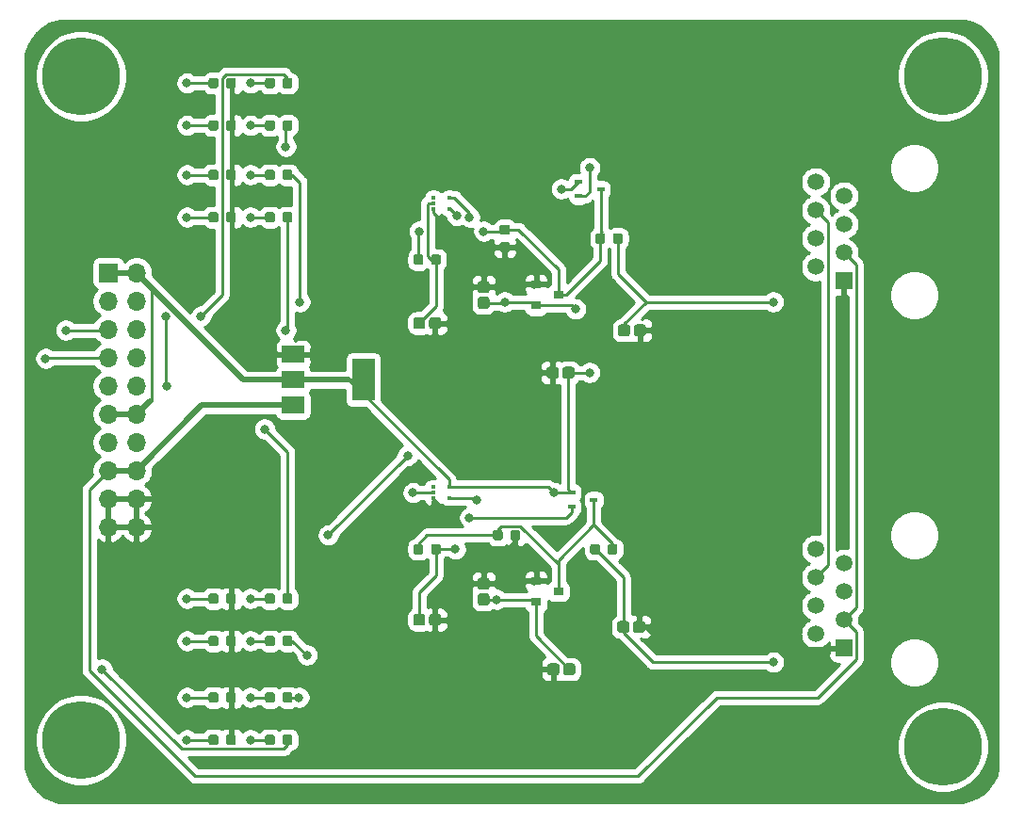
<source format=gbr>
G04 #@! TF.GenerationSoftware,KiCad,Pcbnew,5.1.5-52549c5~84~ubuntu19.10.1*
G04 #@! TF.CreationDate,2020-02-18T09:16:58-05:00*
G04 #@! TF.ProjectId,adapter,61646170-7465-4722-9e6b-696361645f70,rev?*
G04 #@! TF.SameCoordinates,Original*
G04 #@! TF.FileFunction,Copper,L1,Top*
G04 #@! TF.FilePolarity,Positive*
%FSLAX46Y46*%
G04 Gerber Fmt 4.6, Leading zero omitted, Abs format (unit mm)*
G04 Created by KiCad (PCBNEW 5.1.5-52549c5~84~ubuntu19.10.1) date 2020-02-18 09:16:58*
%MOMM*%
%LPD*%
G04 APERTURE LIST*
%ADD10C,0.800000*%
%ADD11C,7.000000*%
%ADD12C,0.100000*%
%ADD13R,0.900000X0.800000*%
%ADD14C,1.500000*%
%ADD15R,1.500000X1.500000*%
%ADD16R,1.700000X1.700000*%
%ADD17O,1.700000X1.700000*%
%ADD18R,0.700000X0.450000*%
%ADD19R,0.450000X0.300000*%
%ADD20R,2.000000X3.800000*%
%ADD21R,2.000000X1.500000*%
%ADD22C,0.250000*%
%ADD23C,0.500000*%
%ADD24C,0.254000*%
G04 APERTURE END LIST*
D10*
X142191155Y-108633845D03*
X140335000Y-107865000D03*
X138478845Y-108633845D03*
X137710000Y-110490000D03*
X138478845Y-112346155D03*
X140335000Y-113115000D03*
X142191155Y-112346155D03*
X142960000Y-110490000D03*
D11*
X140335000Y-110490000D03*
D10*
X64721155Y-107998845D03*
X62865000Y-107230000D03*
X61008845Y-107998845D03*
X60240000Y-109855000D03*
X61008845Y-111711155D03*
X62865000Y-112480000D03*
X64721155Y-111711155D03*
X65490000Y-109855000D03*
D11*
X62865000Y-109855000D03*
D10*
X142191155Y-48308845D03*
X140335000Y-47540000D03*
X138478845Y-48308845D03*
X137710000Y-50165000D03*
X138478845Y-52021155D03*
X140335000Y-52790000D03*
X142191155Y-52021155D03*
X142960000Y-50165000D03*
D11*
X140335000Y-50165000D03*
D10*
X64721155Y-48308845D03*
X62865000Y-47540000D03*
X61008845Y-48308845D03*
X60240000Y-50165000D03*
X61008845Y-52021155D03*
X62865000Y-52790000D03*
X64721155Y-52021155D03*
X65490000Y-50165000D03*
D11*
X62865000Y-50165000D03*
G04 #@! TA.AperFunction,SMDPad,CuDef*
D12*
G36*
X93579505Y-71866204D02*
G01*
X93603773Y-71869804D01*
X93627572Y-71875765D01*
X93650671Y-71884030D01*
X93672850Y-71894520D01*
X93693893Y-71907132D01*
X93713599Y-71921747D01*
X93731777Y-71938223D01*
X93748253Y-71956401D01*
X93762868Y-71976107D01*
X93775480Y-71997150D01*
X93785970Y-72019329D01*
X93794235Y-72042428D01*
X93800196Y-72066227D01*
X93803796Y-72090495D01*
X93805000Y-72114999D01*
X93805000Y-72665001D01*
X93803796Y-72689505D01*
X93800196Y-72713773D01*
X93794235Y-72737572D01*
X93785970Y-72760671D01*
X93775480Y-72782850D01*
X93762868Y-72803893D01*
X93748253Y-72823599D01*
X93731777Y-72841777D01*
X93713599Y-72858253D01*
X93693893Y-72872868D01*
X93672850Y-72885480D01*
X93650671Y-72895970D01*
X93627572Y-72904235D01*
X93603773Y-72910196D01*
X93579505Y-72913796D01*
X93555001Y-72915000D01*
X92979999Y-72915000D01*
X92955495Y-72913796D01*
X92931227Y-72910196D01*
X92907428Y-72904235D01*
X92884329Y-72895970D01*
X92862150Y-72885480D01*
X92841107Y-72872868D01*
X92821401Y-72858253D01*
X92803223Y-72841777D01*
X92786747Y-72823599D01*
X92772132Y-72803893D01*
X92759520Y-72782850D01*
X92749030Y-72760671D01*
X92740765Y-72737572D01*
X92734804Y-72713773D01*
X92731204Y-72689505D01*
X92730000Y-72665001D01*
X92730000Y-72114999D01*
X92731204Y-72090495D01*
X92734804Y-72066227D01*
X92740765Y-72042428D01*
X92749030Y-72019329D01*
X92759520Y-71997150D01*
X92772132Y-71976107D01*
X92786747Y-71956401D01*
X92803223Y-71938223D01*
X92821401Y-71921747D01*
X92841107Y-71907132D01*
X92862150Y-71894520D01*
X92884329Y-71884030D01*
X92907428Y-71875765D01*
X92931227Y-71869804D01*
X92955495Y-71866204D01*
X92979999Y-71865000D01*
X93555001Y-71865000D01*
X93579505Y-71866204D01*
G37*
G04 #@! TD.AperFunction*
G04 #@! TA.AperFunction,SMDPad,CuDef*
G36*
X95004505Y-71866204D02*
G01*
X95028773Y-71869804D01*
X95052572Y-71875765D01*
X95075671Y-71884030D01*
X95097850Y-71894520D01*
X95118893Y-71907132D01*
X95138599Y-71921747D01*
X95156777Y-71938223D01*
X95173253Y-71956401D01*
X95187868Y-71976107D01*
X95200480Y-71997150D01*
X95210970Y-72019329D01*
X95219235Y-72042428D01*
X95225196Y-72066227D01*
X95228796Y-72090495D01*
X95230000Y-72114999D01*
X95230000Y-72665001D01*
X95228796Y-72689505D01*
X95225196Y-72713773D01*
X95219235Y-72737572D01*
X95210970Y-72760671D01*
X95200480Y-72782850D01*
X95187868Y-72803893D01*
X95173253Y-72823599D01*
X95156777Y-72841777D01*
X95138599Y-72858253D01*
X95118893Y-72872868D01*
X95097850Y-72885480D01*
X95075671Y-72895970D01*
X95052572Y-72904235D01*
X95028773Y-72910196D01*
X95004505Y-72913796D01*
X94980001Y-72915000D01*
X94404999Y-72915000D01*
X94380495Y-72913796D01*
X94356227Y-72910196D01*
X94332428Y-72904235D01*
X94309329Y-72895970D01*
X94287150Y-72885480D01*
X94266107Y-72872868D01*
X94246401Y-72858253D01*
X94228223Y-72841777D01*
X94211747Y-72823599D01*
X94197132Y-72803893D01*
X94184520Y-72782850D01*
X94174030Y-72760671D01*
X94165765Y-72737572D01*
X94159804Y-72713773D01*
X94156204Y-72689505D01*
X94155000Y-72665001D01*
X94155000Y-72114999D01*
X94156204Y-72090495D01*
X94159804Y-72066227D01*
X94165765Y-72042428D01*
X94174030Y-72019329D01*
X94184520Y-71997150D01*
X94197132Y-71976107D01*
X94211747Y-71956401D01*
X94228223Y-71938223D01*
X94246401Y-71921747D01*
X94266107Y-71907132D01*
X94287150Y-71894520D01*
X94309329Y-71884030D01*
X94332428Y-71875765D01*
X94356227Y-71869804D01*
X94380495Y-71866204D01*
X94404999Y-71865000D01*
X94980001Y-71865000D01*
X95004505Y-71866204D01*
G37*
G04 #@! TD.AperFunction*
G04 #@! TA.AperFunction,SMDPad,CuDef*
G36*
X105567005Y-76311204D02*
G01*
X105591273Y-76314804D01*
X105615072Y-76320765D01*
X105638171Y-76329030D01*
X105660350Y-76339520D01*
X105681393Y-76352132D01*
X105701099Y-76366747D01*
X105719277Y-76383223D01*
X105735753Y-76401401D01*
X105750368Y-76421107D01*
X105762980Y-76442150D01*
X105773470Y-76464329D01*
X105781735Y-76487428D01*
X105787696Y-76511227D01*
X105791296Y-76535495D01*
X105792500Y-76559999D01*
X105792500Y-77110001D01*
X105791296Y-77134505D01*
X105787696Y-77158773D01*
X105781735Y-77182572D01*
X105773470Y-77205671D01*
X105762980Y-77227850D01*
X105750368Y-77248893D01*
X105735753Y-77268599D01*
X105719277Y-77286777D01*
X105701099Y-77303253D01*
X105681393Y-77317868D01*
X105660350Y-77330480D01*
X105638171Y-77340970D01*
X105615072Y-77349235D01*
X105591273Y-77355196D01*
X105567005Y-77358796D01*
X105542501Y-77360000D01*
X104967499Y-77360000D01*
X104942995Y-77358796D01*
X104918727Y-77355196D01*
X104894928Y-77349235D01*
X104871829Y-77340970D01*
X104849650Y-77330480D01*
X104828607Y-77317868D01*
X104808901Y-77303253D01*
X104790723Y-77286777D01*
X104774247Y-77268599D01*
X104759632Y-77248893D01*
X104747020Y-77227850D01*
X104736530Y-77205671D01*
X104728265Y-77182572D01*
X104722304Y-77158773D01*
X104718704Y-77134505D01*
X104717500Y-77110001D01*
X104717500Y-76559999D01*
X104718704Y-76535495D01*
X104722304Y-76511227D01*
X104728265Y-76487428D01*
X104736530Y-76464329D01*
X104747020Y-76442150D01*
X104759632Y-76421107D01*
X104774247Y-76401401D01*
X104790723Y-76383223D01*
X104808901Y-76366747D01*
X104828607Y-76352132D01*
X104849650Y-76339520D01*
X104871829Y-76329030D01*
X104894928Y-76320765D01*
X104918727Y-76314804D01*
X104942995Y-76311204D01*
X104967499Y-76310000D01*
X105542501Y-76310000D01*
X105567005Y-76311204D01*
G37*
G04 #@! TD.AperFunction*
G04 #@! TA.AperFunction,SMDPad,CuDef*
G36*
X106992005Y-76311204D02*
G01*
X107016273Y-76314804D01*
X107040072Y-76320765D01*
X107063171Y-76329030D01*
X107085350Y-76339520D01*
X107106393Y-76352132D01*
X107126099Y-76366747D01*
X107144277Y-76383223D01*
X107160753Y-76401401D01*
X107175368Y-76421107D01*
X107187980Y-76442150D01*
X107198470Y-76464329D01*
X107206735Y-76487428D01*
X107212696Y-76511227D01*
X107216296Y-76535495D01*
X107217500Y-76559999D01*
X107217500Y-77110001D01*
X107216296Y-77134505D01*
X107212696Y-77158773D01*
X107206735Y-77182572D01*
X107198470Y-77205671D01*
X107187980Y-77227850D01*
X107175368Y-77248893D01*
X107160753Y-77268599D01*
X107144277Y-77286777D01*
X107126099Y-77303253D01*
X107106393Y-77317868D01*
X107085350Y-77330480D01*
X107063171Y-77340970D01*
X107040072Y-77349235D01*
X107016273Y-77355196D01*
X106992005Y-77358796D01*
X106967501Y-77360000D01*
X106392499Y-77360000D01*
X106367995Y-77358796D01*
X106343727Y-77355196D01*
X106319928Y-77349235D01*
X106296829Y-77340970D01*
X106274650Y-77330480D01*
X106253607Y-77317868D01*
X106233901Y-77303253D01*
X106215723Y-77286777D01*
X106199247Y-77268599D01*
X106184632Y-77248893D01*
X106172020Y-77227850D01*
X106161530Y-77205671D01*
X106153265Y-77182572D01*
X106147304Y-77158773D01*
X106143704Y-77134505D01*
X106142500Y-77110001D01*
X106142500Y-76559999D01*
X106143704Y-76535495D01*
X106147304Y-76511227D01*
X106153265Y-76487428D01*
X106161530Y-76464329D01*
X106172020Y-76442150D01*
X106184632Y-76421107D01*
X106199247Y-76401401D01*
X106215723Y-76383223D01*
X106233901Y-76366747D01*
X106253607Y-76352132D01*
X106274650Y-76339520D01*
X106296829Y-76329030D01*
X106319928Y-76320765D01*
X106343727Y-76314804D01*
X106367995Y-76311204D01*
X106392499Y-76310000D01*
X106967501Y-76310000D01*
X106992005Y-76311204D01*
G37*
G04 #@! TD.AperFunction*
G04 #@! TA.AperFunction,SMDPad,CuDef*
G36*
X113419505Y-72501204D02*
G01*
X113443773Y-72504804D01*
X113467572Y-72510765D01*
X113490671Y-72519030D01*
X113512850Y-72529520D01*
X113533893Y-72542132D01*
X113553599Y-72556747D01*
X113571777Y-72573223D01*
X113588253Y-72591401D01*
X113602868Y-72611107D01*
X113615480Y-72632150D01*
X113625970Y-72654329D01*
X113634235Y-72677428D01*
X113640196Y-72701227D01*
X113643796Y-72725495D01*
X113645000Y-72749999D01*
X113645000Y-73300001D01*
X113643796Y-73324505D01*
X113640196Y-73348773D01*
X113634235Y-73372572D01*
X113625970Y-73395671D01*
X113615480Y-73417850D01*
X113602868Y-73438893D01*
X113588253Y-73458599D01*
X113571777Y-73476777D01*
X113553599Y-73493253D01*
X113533893Y-73507868D01*
X113512850Y-73520480D01*
X113490671Y-73530970D01*
X113467572Y-73539235D01*
X113443773Y-73545196D01*
X113419505Y-73548796D01*
X113395001Y-73550000D01*
X112819999Y-73550000D01*
X112795495Y-73548796D01*
X112771227Y-73545196D01*
X112747428Y-73539235D01*
X112724329Y-73530970D01*
X112702150Y-73520480D01*
X112681107Y-73507868D01*
X112661401Y-73493253D01*
X112643223Y-73476777D01*
X112626747Y-73458599D01*
X112612132Y-73438893D01*
X112599520Y-73417850D01*
X112589030Y-73395671D01*
X112580765Y-73372572D01*
X112574804Y-73348773D01*
X112571204Y-73324505D01*
X112570000Y-73300001D01*
X112570000Y-72749999D01*
X112571204Y-72725495D01*
X112574804Y-72701227D01*
X112580765Y-72677428D01*
X112589030Y-72654329D01*
X112599520Y-72632150D01*
X112612132Y-72611107D01*
X112626747Y-72591401D01*
X112643223Y-72573223D01*
X112661401Y-72556747D01*
X112681107Y-72542132D01*
X112702150Y-72529520D01*
X112724329Y-72519030D01*
X112747428Y-72510765D01*
X112771227Y-72504804D01*
X112795495Y-72501204D01*
X112819999Y-72500000D01*
X113395001Y-72500000D01*
X113419505Y-72501204D01*
G37*
G04 #@! TD.AperFunction*
G04 #@! TA.AperFunction,SMDPad,CuDef*
G36*
X111994505Y-72501204D02*
G01*
X112018773Y-72504804D01*
X112042572Y-72510765D01*
X112065671Y-72519030D01*
X112087850Y-72529520D01*
X112108893Y-72542132D01*
X112128599Y-72556747D01*
X112146777Y-72573223D01*
X112163253Y-72591401D01*
X112177868Y-72611107D01*
X112190480Y-72632150D01*
X112200970Y-72654329D01*
X112209235Y-72677428D01*
X112215196Y-72701227D01*
X112218796Y-72725495D01*
X112220000Y-72749999D01*
X112220000Y-73300001D01*
X112218796Y-73324505D01*
X112215196Y-73348773D01*
X112209235Y-73372572D01*
X112200970Y-73395671D01*
X112190480Y-73417850D01*
X112177868Y-73438893D01*
X112163253Y-73458599D01*
X112146777Y-73476777D01*
X112128599Y-73493253D01*
X112108893Y-73507868D01*
X112087850Y-73520480D01*
X112065671Y-73530970D01*
X112042572Y-73539235D01*
X112018773Y-73545196D01*
X111994505Y-73548796D01*
X111970001Y-73550000D01*
X111394999Y-73550000D01*
X111370495Y-73548796D01*
X111346227Y-73545196D01*
X111322428Y-73539235D01*
X111299329Y-73530970D01*
X111277150Y-73520480D01*
X111256107Y-73507868D01*
X111236401Y-73493253D01*
X111218223Y-73476777D01*
X111201747Y-73458599D01*
X111187132Y-73438893D01*
X111174520Y-73417850D01*
X111164030Y-73395671D01*
X111155765Y-73372572D01*
X111149804Y-73348773D01*
X111146204Y-73324505D01*
X111145000Y-73300001D01*
X111145000Y-72749999D01*
X111146204Y-72725495D01*
X111149804Y-72701227D01*
X111155765Y-72677428D01*
X111164030Y-72654329D01*
X111174520Y-72632150D01*
X111187132Y-72611107D01*
X111201747Y-72591401D01*
X111218223Y-72573223D01*
X111236401Y-72556747D01*
X111256107Y-72542132D01*
X111277150Y-72529520D01*
X111299329Y-72519030D01*
X111322428Y-72510765D01*
X111346227Y-72504804D01*
X111370495Y-72501204D01*
X111394999Y-72500000D01*
X111970001Y-72500000D01*
X111994505Y-72501204D01*
G37*
G04 #@! TD.AperFunction*
G04 #@! TA.AperFunction,SMDPad,CuDef*
G36*
X99359505Y-70026204D02*
G01*
X99383773Y-70029804D01*
X99407572Y-70035765D01*
X99430671Y-70044030D01*
X99452850Y-70054520D01*
X99473893Y-70067132D01*
X99493599Y-70081747D01*
X99511777Y-70098223D01*
X99528253Y-70116401D01*
X99542868Y-70136107D01*
X99555480Y-70157150D01*
X99565970Y-70179329D01*
X99574235Y-70202428D01*
X99580196Y-70226227D01*
X99583796Y-70250495D01*
X99585000Y-70274999D01*
X99585000Y-70850001D01*
X99583796Y-70874505D01*
X99580196Y-70898773D01*
X99574235Y-70922572D01*
X99565970Y-70945671D01*
X99555480Y-70967850D01*
X99542868Y-70988893D01*
X99528253Y-71008599D01*
X99511777Y-71026777D01*
X99493599Y-71043253D01*
X99473893Y-71057868D01*
X99452850Y-71070480D01*
X99430671Y-71080970D01*
X99407572Y-71089235D01*
X99383773Y-71095196D01*
X99359505Y-71098796D01*
X99335001Y-71100000D01*
X98784999Y-71100000D01*
X98760495Y-71098796D01*
X98736227Y-71095196D01*
X98712428Y-71089235D01*
X98689329Y-71080970D01*
X98667150Y-71070480D01*
X98646107Y-71057868D01*
X98626401Y-71043253D01*
X98608223Y-71026777D01*
X98591747Y-71008599D01*
X98577132Y-70988893D01*
X98564520Y-70967850D01*
X98554030Y-70945671D01*
X98545765Y-70922572D01*
X98539804Y-70898773D01*
X98536204Y-70874505D01*
X98535000Y-70850001D01*
X98535000Y-70274999D01*
X98536204Y-70250495D01*
X98539804Y-70226227D01*
X98545765Y-70202428D01*
X98554030Y-70179329D01*
X98564520Y-70157150D01*
X98577132Y-70136107D01*
X98591747Y-70116401D01*
X98608223Y-70098223D01*
X98626401Y-70081747D01*
X98646107Y-70067132D01*
X98667150Y-70054520D01*
X98689329Y-70044030D01*
X98712428Y-70035765D01*
X98736227Y-70029804D01*
X98760495Y-70026204D01*
X98784999Y-70025000D01*
X99335001Y-70025000D01*
X99359505Y-70026204D01*
G37*
G04 #@! TD.AperFunction*
G04 #@! TA.AperFunction,SMDPad,CuDef*
G36*
X99359505Y-68601204D02*
G01*
X99383773Y-68604804D01*
X99407572Y-68610765D01*
X99430671Y-68619030D01*
X99452850Y-68629520D01*
X99473893Y-68642132D01*
X99493599Y-68656747D01*
X99511777Y-68673223D01*
X99528253Y-68691401D01*
X99542868Y-68711107D01*
X99555480Y-68732150D01*
X99565970Y-68754329D01*
X99574235Y-68777428D01*
X99580196Y-68801227D01*
X99583796Y-68825495D01*
X99585000Y-68849999D01*
X99585000Y-69425001D01*
X99583796Y-69449505D01*
X99580196Y-69473773D01*
X99574235Y-69497572D01*
X99565970Y-69520671D01*
X99555480Y-69542850D01*
X99542868Y-69563893D01*
X99528253Y-69583599D01*
X99511777Y-69601777D01*
X99493599Y-69618253D01*
X99473893Y-69632868D01*
X99452850Y-69645480D01*
X99430671Y-69655970D01*
X99407572Y-69664235D01*
X99383773Y-69670196D01*
X99359505Y-69673796D01*
X99335001Y-69675000D01*
X98784999Y-69675000D01*
X98760495Y-69673796D01*
X98736227Y-69670196D01*
X98712428Y-69664235D01*
X98689329Y-69655970D01*
X98667150Y-69645480D01*
X98646107Y-69632868D01*
X98626401Y-69618253D01*
X98608223Y-69601777D01*
X98591747Y-69583599D01*
X98577132Y-69563893D01*
X98564520Y-69542850D01*
X98554030Y-69520671D01*
X98545765Y-69497572D01*
X98539804Y-69473773D01*
X98536204Y-69449505D01*
X98535000Y-69425001D01*
X98535000Y-68849999D01*
X98536204Y-68825495D01*
X98539804Y-68801227D01*
X98545765Y-68777428D01*
X98554030Y-68754329D01*
X98564520Y-68732150D01*
X98577132Y-68711107D01*
X98591747Y-68691401D01*
X98608223Y-68673223D01*
X98626401Y-68656747D01*
X98646107Y-68642132D01*
X98667150Y-68629520D01*
X98689329Y-68619030D01*
X98712428Y-68610765D01*
X98736227Y-68604804D01*
X98760495Y-68601204D01*
X98784999Y-68600000D01*
X99335001Y-68600000D01*
X99359505Y-68601204D01*
G37*
G04 #@! TD.AperFunction*
G04 #@! TA.AperFunction,SMDPad,CuDef*
G36*
X93579505Y-98536204D02*
G01*
X93603773Y-98539804D01*
X93627572Y-98545765D01*
X93650671Y-98554030D01*
X93672850Y-98564520D01*
X93693893Y-98577132D01*
X93713599Y-98591747D01*
X93731777Y-98608223D01*
X93748253Y-98626401D01*
X93762868Y-98646107D01*
X93775480Y-98667150D01*
X93785970Y-98689329D01*
X93794235Y-98712428D01*
X93800196Y-98736227D01*
X93803796Y-98760495D01*
X93805000Y-98784999D01*
X93805000Y-99335001D01*
X93803796Y-99359505D01*
X93800196Y-99383773D01*
X93794235Y-99407572D01*
X93785970Y-99430671D01*
X93775480Y-99452850D01*
X93762868Y-99473893D01*
X93748253Y-99493599D01*
X93731777Y-99511777D01*
X93713599Y-99528253D01*
X93693893Y-99542868D01*
X93672850Y-99555480D01*
X93650671Y-99565970D01*
X93627572Y-99574235D01*
X93603773Y-99580196D01*
X93579505Y-99583796D01*
X93555001Y-99585000D01*
X92979999Y-99585000D01*
X92955495Y-99583796D01*
X92931227Y-99580196D01*
X92907428Y-99574235D01*
X92884329Y-99565970D01*
X92862150Y-99555480D01*
X92841107Y-99542868D01*
X92821401Y-99528253D01*
X92803223Y-99511777D01*
X92786747Y-99493599D01*
X92772132Y-99473893D01*
X92759520Y-99452850D01*
X92749030Y-99430671D01*
X92740765Y-99407572D01*
X92734804Y-99383773D01*
X92731204Y-99359505D01*
X92730000Y-99335001D01*
X92730000Y-98784999D01*
X92731204Y-98760495D01*
X92734804Y-98736227D01*
X92740765Y-98712428D01*
X92749030Y-98689329D01*
X92759520Y-98667150D01*
X92772132Y-98646107D01*
X92786747Y-98626401D01*
X92803223Y-98608223D01*
X92821401Y-98591747D01*
X92841107Y-98577132D01*
X92862150Y-98564520D01*
X92884329Y-98554030D01*
X92907428Y-98545765D01*
X92931227Y-98539804D01*
X92955495Y-98536204D01*
X92979999Y-98535000D01*
X93555001Y-98535000D01*
X93579505Y-98536204D01*
G37*
G04 #@! TD.AperFunction*
G04 #@! TA.AperFunction,SMDPad,CuDef*
G36*
X95004505Y-98536204D02*
G01*
X95028773Y-98539804D01*
X95052572Y-98545765D01*
X95075671Y-98554030D01*
X95097850Y-98564520D01*
X95118893Y-98577132D01*
X95138599Y-98591747D01*
X95156777Y-98608223D01*
X95173253Y-98626401D01*
X95187868Y-98646107D01*
X95200480Y-98667150D01*
X95210970Y-98689329D01*
X95219235Y-98712428D01*
X95225196Y-98736227D01*
X95228796Y-98760495D01*
X95230000Y-98784999D01*
X95230000Y-99335001D01*
X95228796Y-99359505D01*
X95225196Y-99383773D01*
X95219235Y-99407572D01*
X95210970Y-99430671D01*
X95200480Y-99452850D01*
X95187868Y-99473893D01*
X95173253Y-99493599D01*
X95156777Y-99511777D01*
X95138599Y-99528253D01*
X95118893Y-99542868D01*
X95097850Y-99555480D01*
X95075671Y-99565970D01*
X95052572Y-99574235D01*
X95028773Y-99580196D01*
X95004505Y-99583796D01*
X94980001Y-99585000D01*
X94404999Y-99585000D01*
X94380495Y-99583796D01*
X94356227Y-99580196D01*
X94332428Y-99574235D01*
X94309329Y-99565970D01*
X94287150Y-99555480D01*
X94266107Y-99542868D01*
X94246401Y-99528253D01*
X94228223Y-99511777D01*
X94211747Y-99493599D01*
X94197132Y-99473893D01*
X94184520Y-99452850D01*
X94174030Y-99430671D01*
X94165765Y-99407572D01*
X94159804Y-99383773D01*
X94156204Y-99359505D01*
X94155000Y-99335001D01*
X94155000Y-98784999D01*
X94156204Y-98760495D01*
X94159804Y-98736227D01*
X94165765Y-98712428D01*
X94174030Y-98689329D01*
X94184520Y-98667150D01*
X94197132Y-98646107D01*
X94211747Y-98626401D01*
X94228223Y-98608223D01*
X94246401Y-98591747D01*
X94266107Y-98577132D01*
X94287150Y-98564520D01*
X94309329Y-98554030D01*
X94332428Y-98545765D01*
X94356227Y-98539804D01*
X94380495Y-98536204D01*
X94404999Y-98535000D01*
X94980001Y-98535000D01*
X95004505Y-98536204D01*
G37*
G04 #@! TD.AperFunction*
G04 #@! TA.AperFunction,SMDPad,CuDef*
G36*
X107069505Y-102981204D02*
G01*
X107093773Y-102984804D01*
X107117572Y-102990765D01*
X107140671Y-102999030D01*
X107162850Y-103009520D01*
X107183893Y-103022132D01*
X107203599Y-103036747D01*
X107221777Y-103053223D01*
X107238253Y-103071401D01*
X107252868Y-103091107D01*
X107265480Y-103112150D01*
X107275970Y-103134329D01*
X107284235Y-103157428D01*
X107290196Y-103181227D01*
X107293796Y-103205495D01*
X107295000Y-103229999D01*
X107295000Y-103780001D01*
X107293796Y-103804505D01*
X107290196Y-103828773D01*
X107284235Y-103852572D01*
X107275970Y-103875671D01*
X107265480Y-103897850D01*
X107252868Y-103918893D01*
X107238253Y-103938599D01*
X107221777Y-103956777D01*
X107203599Y-103973253D01*
X107183893Y-103987868D01*
X107162850Y-104000480D01*
X107140671Y-104010970D01*
X107117572Y-104019235D01*
X107093773Y-104025196D01*
X107069505Y-104028796D01*
X107045001Y-104030000D01*
X106469999Y-104030000D01*
X106445495Y-104028796D01*
X106421227Y-104025196D01*
X106397428Y-104019235D01*
X106374329Y-104010970D01*
X106352150Y-104000480D01*
X106331107Y-103987868D01*
X106311401Y-103973253D01*
X106293223Y-103956777D01*
X106276747Y-103938599D01*
X106262132Y-103918893D01*
X106249520Y-103897850D01*
X106239030Y-103875671D01*
X106230765Y-103852572D01*
X106224804Y-103828773D01*
X106221204Y-103804505D01*
X106220000Y-103780001D01*
X106220000Y-103229999D01*
X106221204Y-103205495D01*
X106224804Y-103181227D01*
X106230765Y-103157428D01*
X106239030Y-103134329D01*
X106249520Y-103112150D01*
X106262132Y-103091107D01*
X106276747Y-103071401D01*
X106293223Y-103053223D01*
X106311401Y-103036747D01*
X106331107Y-103022132D01*
X106352150Y-103009520D01*
X106374329Y-102999030D01*
X106397428Y-102990765D01*
X106421227Y-102984804D01*
X106445495Y-102981204D01*
X106469999Y-102980000D01*
X107045001Y-102980000D01*
X107069505Y-102981204D01*
G37*
G04 #@! TD.AperFunction*
G04 #@! TA.AperFunction,SMDPad,CuDef*
G36*
X105644505Y-102981204D02*
G01*
X105668773Y-102984804D01*
X105692572Y-102990765D01*
X105715671Y-102999030D01*
X105737850Y-103009520D01*
X105758893Y-103022132D01*
X105778599Y-103036747D01*
X105796777Y-103053223D01*
X105813253Y-103071401D01*
X105827868Y-103091107D01*
X105840480Y-103112150D01*
X105850970Y-103134329D01*
X105859235Y-103157428D01*
X105865196Y-103181227D01*
X105868796Y-103205495D01*
X105870000Y-103229999D01*
X105870000Y-103780001D01*
X105868796Y-103804505D01*
X105865196Y-103828773D01*
X105859235Y-103852572D01*
X105850970Y-103875671D01*
X105840480Y-103897850D01*
X105827868Y-103918893D01*
X105813253Y-103938599D01*
X105796777Y-103956777D01*
X105778599Y-103973253D01*
X105758893Y-103987868D01*
X105737850Y-104000480D01*
X105715671Y-104010970D01*
X105692572Y-104019235D01*
X105668773Y-104025196D01*
X105644505Y-104028796D01*
X105620001Y-104030000D01*
X105044999Y-104030000D01*
X105020495Y-104028796D01*
X104996227Y-104025196D01*
X104972428Y-104019235D01*
X104949329Y-104010970D01*
X104927150Y-104000480D01*
X104906107Y-103987868D01*
X104886401Y-103973253D01*
X104868223Y-103956777D01*
X104851747Y-103938599D01*
X104837132Y-103918893D01*
X104824520Y-103897850D01*
X104814030Y-103875671D01*
X104805765Y-103852572D01*
X104799804Y-103828773D01*
X104796204Y-103804505D01*
X104795000Y-103780001D01*
X104795000Y-103229999D01*
X104796204Y-103205495D01*
X104799804Y-103181227D01*
X104805765Y-103157428D01*
X104814030Y-103134329D01*
X104824520Y-103112150D01*
X104837132Y-103091107D01*
X104851747Y-103071401D01*
X104868223Y-103053223D01*
X104886401Y-103036747D01*
X104906107Y-103022132D01*
X104927150Y-103009520D01*
X104949329Y-102999030D01*
X104972428Y-102990765D01*
X104996227Y-102984804D01*
X105020495Y-102981204D01*
X105044999Y-102980000D01*
X105620001Y-102980000D01*
X105644505Y-102981204D01*
G37*
G04 #@! TD.AperFunction*
G04 #@! TA.AperFunction,SMDPad,CuDef*
G36*
X111917005Y-99171204D02*
G01*
X111941273Y-99174804D01*
X111965072Y-99180765D01*
X111988171Y-99189030D01*
X112010350Y-99199520D01*
X112031393Y-99212132D01*
X112051099Y-99226747D01*
X112069277Y-99243223D01*
X112085753Y-99261401D01*
X112100368Y-99281107D01*
X112112980Y-99302150D01*
X112123470Y-99324329D01*
X112131735Y-99347428D01*
X112137696Y-99371227D01*
X112141296Y-99395495D01*
X112142500Y-99419999D01*
X112142500Y-99970001D01*
X112141296Y-99994505D01*
X112137696Y-100018773D01*
X112131735Y-100042572D01*
X112123470Y-100065671D01*
X112112980Y-100087850D01*
X112100368Y-100108893D01*
X112085753Y-100128599D01*
X112069277Y-100146777D01*
X112051099Y-100163253D01*
X112031393Y-100177868D01*
X112010350Y-100190480D01*
X111988171Y-100200970D01*
X111965072Y-100209235D01*
X111941273Y-100215196D01*
X111917005Y-100218796D01*
X111892501Y-100220000D01*
X111317499Y-100220000D01*
X111292995Y-100218796D01*
X111268727Y-100215196D01*
X111244928Y-100209235D01*
X111221829Y-100200970D01*
X111199650Y-100190480D01*
X111178607Y-100177868D01*
X111158901Y-100163253D01*
X111140723Y-100146777D01*
X111124247Y-100128599D01*
X111109632Y-100108893D01*
X111097020Y-100087850D01*
X111086530Y-100065671D01*
X111078265Y-100042572D01*
X111072304Y-100018773D01*
X111068704Y-99994505D01*
X111067500Y-99970001D01*
X111067500Y-99419999D01*
X111068704Y-99395495D01*
X111072304Y-99371227D01*
X111078265Y-99347428D01*
X111086530Y-99324329D01*
X111097020Y-99302150D01*
X111109632Y-99281107D01*
X111124247Y-99261401D01*
X111140723Y-99243223D01*
X111158901Y-99226747D01*
X111178607Y-99212132D01*
X111199650Y-99199520D01*
X111221829Y-99189030D01*
X111244928Y-99180765D01*
X111268727Y-99174804D01*
X111292995Y-99171204D01*
X111317499Y-99170000D01*
X111892501Y-99170000D01*
X111917005Y-99171204D01*
G37*
G04 #@! TD.AperFunction*
G04 #@! TA.AperFunction,SMDPad,CuDef*
G36*
X113342005Y-99171204D02*
G01*
X113366273Y-99174804D01*
X113390072Y-99180765D01*
X113413171Y-99189030D01*
X113435350Y-99199520D01*
X113456393Y-99212132D01*
X113476099Y-99226747D01*
X113494277Y-99243223D01*
X113510753Y-99261401D01*
X113525368Y-99281107D01*
X113537980Y-99302150D01*
X113548470Y-99324329D01*
X113556735Y-99347428D01*
X113562696Y-99371227D01*
X113566296Y-99395495D01*
X113567500Y-99419999D01*
X113567500Y-99970001D01*
X113566296Y-99994505D01*
X113562696Y-100018773D01*
X113556735Y-100042572D01*
X113548470Y-100065671D01*
X113537980Y-100087850D01*
X113525368Y-100108893D01*
X113510753Y-100128599D01*
X113494277Y-100146777D01*
X113476099Y-100163253D01*
X113456393Y-100177868D01*
X113435350Y-100190480D01*
X113413171Y-100200970D01*
X113390072Y-100209235D01*
X113366273Y-100215196D01*
X113342005Y-100218796D01*
X113317501Y-100220000D01*
X112742499Y-100220000D01*
X112717995Y-100218796D01*
X112693727Y-100215196D01*
X112669928Y-100209235D01*
X112646829Y-100200970D01*
X112624650Y-100190480D01*
X112603607Y-100177868D01*
X112583901Y-100163253D01*
X112565723Y-100146777D01*
X112549247Y-100128599D01*
X112534632Y-100108893D01*
X112522020Y-100087850D01*
X112511530Y-100065671D01*
X112503265Y-100042572D01*
X112497304Y-100018773D01*
X112493704Y-99994505D01*
X112492500Y-99970001D01*
X112492500Y-99419999D01*
X112493704Y-99395495D01*
X112497304Y-99371227D01*
X112503265Y-99347428D01*
X112511530Y-99324329D01*
X112522020Y-99302150D01*
X112534632Y-99281107D01*
X112549247Y-99261401D01*
X112565723Y-99243223D01*
X112583901Y-99226747D01*
X112603607Y-99212132D01*
X112624650Y-99199520D01*
X112646829Y-99189030D01*
X112669928Y-99180765D01*
X112693727Y-99174804D01*
X112717995Y-99171204D01*
X112742499Y-99170000D01*
X113317501Y-99170000D01*
X113342005Y-99171204D01*
G37*
G04 #@! TD.AperFunction*
G04 #@! TA.AperFunction,SMDPad,CuDef*
G36*
X99359505Y-95271204D02*
G01*
X99383773Y-95274804D01*
X99407572Y-95280765D01*
X99430671Y-95289030D01*
X99452850Y-95299520D01*
X99473893Y-95312132D01*
X99493599Y-95326747D01*
X99511777Y-95343223D01*
X99528253Y-95361401D01*
X99542868Y-95381107D01*
X99555480Y-95402150D01*
X99565970Y-95424329D01*
X99574235Y-95447428D01*
X99580196Y-95471227D01*
X99583796Y-95495495D01*
X99585000Y-95519999D01*
X99585000Y-96095001D01*
X99583796Y-96119505D01*
X99580196Y-96143773D01*
X99574235Y-96167572D01*
X99565970Y-96190671D01*
X99555480Y-96212850D01*
X99542868Y-96233893D01*
X99528253Y-96253599D01*
X99511777Y-96271777D01*
X99493599Y-96288253D01*
X99473893Y-96302868D01*
X99452850Y-96315480D01*
X99430671Y-96325970D01*
X99407572Y-96334235D01*
X99383773Y-96340196D01*
X99359505Y-96343796D01*
X99335001Y-96345000D01*
X98784999Y-96345000D01*
X98760495Y-96343796D01*
X98736227Y-96340196D01*
X98712428Y-96334235D01*
X98689329Y-96325970D01*
X98667150Y-96315480D01*
X98646107Y-96302868D01*
X98626401Y-96288253D01*
X98608223Y-96271777D01*
X98591747Y-96253599D01*
X98577132Y-96233893D01*
X98564520Y-96212850D01*
X98554030Y-96190671D01*
X98545765Y-96167572D01*
X98539804Y-96143773D01*
X98536204Y-96119505D01*
X98535000Y-96095001D01*
X98535000Y-95519999D01*
X98536204Y-95495495D01*
X98539804Y-95471227D01*
X98545765Y-95447428D01*
X98554030Y-95424329D01*
X98564520Y-95402150D01*
X98577132Y-95381107D01*
X98591747Y-95361401D01*
X98608223Y-95343223D01*
X98626401Y-95326747D01*
X98646107Y-95312132D01*
X98667150Y-95299520D01*
X98689329Y-95289030D01*
X98712428Y-95280765D01*
X98736227Y-95274804D01*
X98760495Y-95271204D01*
X98784999Y-95270000D01*
X99335001Y-95270000D01*
X99359505Y-95271204D01*
G37*
G04 #@! TD.AperFunction*
G04 #@! TA.AperFunction,SMDPad,CuDef*
G36*
X99359505Y-96696204D02*
G01*
X99383773Y-96699804D01*
X99407572Y-96705765D01*
X99430671Y-96714030D01*
X99452850Y-96724520D01*
X99473893Y-96737132D01*
X99493599Y-96751747D01*
X99511777Y-96768223D01*
X99528253Y-96786401D01*
X99542868Y-96806107D01*
X99555480Y-96827150D01*
X99565970Y-96849329D01*
X99574235Y-96872428D01*
X99580196Y-96896227D01*
X99583796Y-96920495D01*
X99585000Y-96944999D01*
X99585000Y-97520001D01*
X99583796Y-97544505D01*
X99580196Y-97568773D01*
X99574235Y-97592572D01*
X99565970Y-97615671D01*
X99555480Y-97637850D01*
X99542868Y-97658893D01*
X99528253Y-97678599D01*
X99511777Y-97696777D01*
X99493599Y-97713253D01*
X99473893Y-97727868D01*
X99452850Y-97740480D01*
X99430671Y-97750970D01*
X99407572Y-97759235D01*
X99383773Y-97765196D01*
X99359505Y-97768796D01*
X99335001Y-97770000D01*
X98784999Y-97770000D01*
X98760495Y-97768796D01*
X98736227Y-97765196D01*
X98712428Y-97759235D01*
X98689329Y-97750970D01*
X98667150Y-97740480D01*
X98646107Y-97727868D01*
X98626401Y-97713253D01*
X98608223Y-97696777D01*
X98591747Y-97678599D01*
X98577132Y-97658893D01*
X98564520Y-97637850D01*
X98554030Y-97615671D01*
X98545765Y-97592572D01*
X98539804Y-97568773D01*
X98536204Y-97544505D01*
X98535000Y-97520001D01*
X98535000Y-96944999D01*
X98536204Y-96920495D01*
X98539804Y-96896227D01*
X98545765Y-96872428D01*
X98554030Y-96849329D01*
X98564520Y-96827150D01*
X98577132Y-96806107D01*
X98591747Y-96786401D01*
X98608223Y-96768223D01*
X98626401Y-96751747D01*
X98646107Y-96737132D01*
X98667150Y-96724520D01*
X98689329Y-96714030D01*
X98712428Y-96705765D01*
X98736227Y-96699804D01*
X98760495Y-96696204D01*
X98784999Y-96695000D01*
X99335001Y-96695000D01*
X99359505Y-96696204D01*
G37*
G04 #@! TD.AperFunction*
D13*
X103775000Y-68900000D03*
X103775000Y-70800000D03*
X105775000Y-69850000D03*
G04 #@! TA.AperFunction,SMDPad,CuDef*
D12*
G36*
X81672691Y-62391053D02*
G01*
X81693926Y-62394203D01*
X81714750Y-62399419D01*
X81734962Y-62406651D01*
X81754368Y-62415830D01*
X81772781Y-62426866D01*
X81790024Y-62439654D01*
X81805930Y-62454070D01*
X81820346Y-62469976D01*
X81833134Y-62487219D01*
X81844170Y-62505632D01*
X81853349Y-62525038D01*
X81860581Y-62545250D01*
X81865797Y-62566074D01*
X81868947Y-62587309D01*
X81870000Y-62608750D01*
X81870000Y-63121250D01*
X81868947Y-63142691D01*
X81865797Y-63163926D01*
X81860581Y-63184750D01*
X81853349Y-63204962D01*
X81844170Y-63224368D01*
X81833134Y-63242781D01*
X81820346Y-63260024D01*
X81805930Y-63275930D01*
X81790024Y-63290346D01*
X81772781Y-63303134D01*
X81754368Y-63314170D01*
X81734962Y-63323349D01*
X81714750Y-63330581D01*
X81693926Y-63335797D01*
X81672691Y-63338947D01*
X81651250Y-63340000D01*
X81213750Y-63340000D01*
X81192309Y-63338947D01*
X81171074Y-63335797D01*
X81150250Y-63330581D01*
X81130038Y-63323349D01*
X81110632Y-63314170D01*
X81092219Y-63303134D01*
X81074976Y-63290346D01*
X81059070Y-63275930D01*
X81044654Y-63260024D01*
X81031866Y-63242781D01*
X81020830Y-63224368D01*
X81011651Y-63204962D01*
X81004419Y-63184750D01*
X80999203Y-63163926D01*
X80996053Y-63142691D01*
X80995000Y-63121250D01*
X80995000Y-62608750D01*
X80996053Y-62587309D01*
X80999203Y-62566074D01*
X81004419Y-62545250D01*
X81011651Y-62525038D01*
X81020830Y-62505632D01*
X81031866Y-62487219D01*
X81044654Y-62469976D01*
X81059070Y-62454070D01*
X81074976Y-62439654D01*
X81092219Y-62426866D01*
X81110632Y-62415830D01*
X81130038Y-62406651D01*
X81150250Y-62399419D01*
X81171074Y-62394203D01*
X81192309Y-62391053D01*
X81213750Y-62390000D01*
X81651250Y-62390000D01*
X81672691Y-62391053D01*
G37*
G04 #@! TD.AperFunction*
G04 #@! TA.AperFunction,SMDPad,CuDef*
G36*
X80097691Y-62391053D02*
G01*
X80118926Y-62394203D01*
X80139750Y-62399419D01*
X80159962Y-62406651D01*
X80179368Y-62415830D01*
X80197781Y-62426866D01*
X80215024Y-62439654D01*
X80230930Y-62454070D01*
X80245346Y-62469976D01*
X80258134Y-62487219D01*
X80269170Y-62505632D01*
X80278349Y-62525038D01*
X80285581Y-62545250D01*
X80290797Y-62566074D01*
X80293947Y-62587309D01*
X80295000Y-62608750D01*
X80295000Y-63121250D01*
X80293947Y-63142691D01*
X80290797Y-63163926D01*
X80285581Y-63184750D01*
X80278349Y-63204962D01*
X80269170Y-63224368D01*
X80258134Y-63242781D01*
X80245346Y-63260024D01*
X80230930Y-63275930D01*
X80215024Y-63290346D01*
X80197781Y-63303134D01*
X80179368Y-63314170D01*
X80159962Y-63323349D01*
X80139750Y-63330581D01*
X80118926Y-63335797D01*
X80097691Y-63338947D01*
X80076250Y-63340000D01*
X79638750Y-63340000D01*
X79617309Y-63338947D01*
X79596074Y-63335797D01*
X79575250Y-63330581D01*
X79555038Y-63323349D01*
X79535632Y-63314170D01*
X79517219Y-63303134D01*
X79499976Y-63290346D01*
X79484070Y-63275930D01*
X79469654Y-63260024D01*
X79456866Y-63242781D01*
X79445830Y-63224368D01*
X79436651Y-63204962D01*
X79429419Y-63184750D01*
X79424203Y-63163926D01*
X79421053Y-63142691D01*
X79420000Y-63121250D01*
X79420000Y-62608750D01*
X79421053Y-62587309D01*
X79424203Y-62566074D01*
X79429419Y-62545250D01*
X79436651Y-62525038D01*
X79445830Y-62505632D01*
X79456866Y-62487219D01*
X79469654Y-62469976D01*
X79484070Y-62454070D01*
X79499976Y-62439654D01*
X79517219Y-62426866D01*
X79535632Y-62415830D01*
X79555038Y-62406651D01*
X79575250Y-62399419D01*
X79596074Y-62394203D01*
X79617309Y-62391053D01*
X79638750Y-62390000D01*
X80076250Y-62390000D01*
X80097691Y-62391053D01*
G37*
G04 #@! TD.AperFunction*
G04 #@! TA.AperFunction,SMDPad,CuDef*
G36*
X80097691Y-58581053D02*
G01*
X80118926Y-58584203D01*
X80139750Y-58589419D01*
X80159962Y-58596651D01*
X80179368Y-58605830D01*
X80197781Y-58616866D01*
X80215024Y-58629654D01*
X80230930Y-58644070D01*
X80245346Y-58659976D01*
X80258134Y-58677219D01*
X80269170Y-58695632D01*
X80278349Y-58715038D01*
X80285581Y-58735250D01*
X80290797Y-58756074D01*
X80293947Y-58777309D01*
X80295000Y-58798750D01*
X80295000Y-59311250D01*
X80293947Y-59332691D01*
X80290797Y-59353926D01*
X80285581Y-59374750D01*
X80278349Y-59394962D01*
X80269170Y-59414368D01*
X80258134Y-59432781D01*
X80245346Y-59450024D01*
X80230930Y-59465930D01*
X80215024Y-59480346D01*
X80197781Y-59493134D01*
X80179368Y-59504170D01*
X80159962Y-59513349D01*
X80139750Y-59520581D01*
X80118926Y-59525797D01*
X80097691Y-59528947D01*
X80076250Y-59530000D01*
X79638750Y-59530000D01*
X79617309Y-59528947D01*
X79596074Y-59525797D01*
X79575250Y-59520581D01*
X79555038Y-59513349D01*
X79535632Y-59504170D01*
X79517219Y-59493134D01*
X79499976Y-59480346D01*
X79484070Y-59465930D01*
X79469654Y-59450024D01*
X79456866Y-59432781D01*
X79445830Y-59414368D01*
X79436651Y-59394962D01*
X79429419Y-59374750D01*
X79424203Y-59353926D01*
X79421053Y-59332691D01*
X79420000Y-59311250D01*
X79420000Y-58798750D01*
X79421053Y-58777309D01*
X79424203Y-58756074D01*
X79429419Y-58735250D01*
X79436651Y-58715038D01*
X79445830Y-58695632D01*
X79456866Y-58677219D01*
X79469654Y-58659976D01*
X79484070Y-58644070D01*
X79499976Y-58629654D01*
X79517219Y-58616866D01*
X79535632Y-58605830D01*
X79555038Y-58596651D01*
X79575250Y-58589419D01*
X79596074Y-58584203D01*
X79617309Y-58581053D01*
X79638750Y-58580000D01*
X80076250Y-58580000D01*
X80097691Y-58581053D01*
G37*
G04 #@! TD.AperFunction*
G04 #@! TA.AperFunction,SMDPad,CuDef*
G36*
X81672691Y-58581053D02*
G01*
X81693926Y-58584203D01*
X81714750Y-58589419D01*
X81734962Y-58596651D01*
X81754368Y-58605830D01*
X81772781Y-58616866D01*
X81790024Y-58629654D01*
X81805930Y-58644070D01*
X81820346Y-58659976D01*
X81833134Y-58677219D01*
X81844170Y-58695632D01*
X81853349Y-58715038D01*
X81860581Y-58735250D01*
X81865797Y-58756074D01*
X81868947Y-58777309D01*
X81870000Y-58798750D01*
X81870000Y-59311250D01*
X81868947Y-59332691D01*
X81865797Y-59353926D01*
X81860581Y-59374750D01*
X81853349Y-59394962D01*
X81844170Y-59414368D01*
X81833134Y-59432781D01*
X81820346Y-59450024D01*
X81805930Y-59465930D01*
X81790024Y-59480346D01*
X81772781Y-59493134D01*
X81754368Y-59504170D01*
X81734962Y-59513349D01*
X81714750Y-59520581D01*
X81693926Y-59525797D01*
X81672691Y-59528947D01*
X81651250Y-59530000D01*
X81213750Y-59530000D01*
X81192309Y-59528947D01*
X81171074Y-59525797D01*
X81150250Y-59520581D01*
X81130038Y-59513349D01*
X81110632Y-59504170D01*
X81092219Y-59493134D01*
X81074976Y-59480346D01*
X81059070Y-59465930D01*
X81044654Y-59450024D01*
X81031866Y-59432781D01*
X81020830Y-59414368D01*
X81011651Y-59394962D01*
X81004419Y-59374750D01*
X80999203Y-59353926D01*
X80996053Y-59332691D01*
X80995000Y-59311250D01*
X80995000Y-58798750D01*
X80996053Y-58777309D01*
X80999203Y-58756074D01*
X81004419Y-58735250D01*
X81011651Y-58715038D01*
X81020830Y-58695632D01*
X81031866Y-58677219D01*
X81044654Y-58659976D01*
X81059070Y-58644070D01*
X81074976Y-58629654D01*
X81092219Y-58616866D01*
X81110632Y-58605830D01*
X81130038Y-58596651D01*
X81150250Y-58589419D01*
X81171074Y-58584203D01*
X81192309Y-58581053D01*
X81213750Y-58580000D01*
X81651250Y-58580000D01*
X81672691Y-58581053D01*
G37*
G04 #@! TD.AperFunction*
G04 #@! TA.AperFunction,SMDPad,CuDef*
G36*
X81672691Y-54136053D02*
G01*
X81693926Y-54139203D01*
X81714750Y-54144419D01*
X81734962Y-54151651D01*
X81754368Y-54160830D01*
X81772781Y-54171866D01*
X81790024Y-54184654D01*
X81805930Y-54199070D01*
X81820346Y-54214976D01*
X81833134Y-54232219D01*
X81844170Y-54250632D01*
X81853349Y-54270038D01*
X81860581Y-54290250D01*
X81865797Y-54311074D01*
X81868947Y-54332309D01*
X81870000Y-54353750D01*
X81870000Y-54866250D01*
X81868947Y-54887691D01*
X81865797Y-54908926D01*
X81860581Y-54929750D01*
X81853349Y-54949962D01*
X81844170Y-54969368D01*
X81833134Y-54987781D01*
X81820346Y-55005024D01*
X81805930Y-55020930D01*
X81790024Y-55035346D01*
X81772781Y-55048134D01*
X81754368Y-55059170D01*
X81734962Y-55068349D01*
X81714750Y-55075581D01*
X81693926Y-55080797D01*
X81672691Y-55083947D01*
X81651250Y-55085000D01*
X81213750Y-55085000D01*
X81192309Y-55083947D01*
X81171074Y-55080797D01*
X81150250Y-55075581D01*
X81130038Y-55068349D01*
X81110632Y-55059170D01*
X81092219Y-55048134D01*
X81074976Y-55035346D01*
X81059070Y-55020930D01*
X81044654Y-55005024D01*
X81031866Y-54987781D01*
X81020830Y-54969368D01*
X81011651Y-54949962D01*
X81004419Y-54929750D01*
X80999203Y-54908926D01*
X80996053Y-54887691D01*
X80995000Y-54866250D01*
X80995000Y-54353750D01*
X80996053Y-54332309D01*
X80999203Y-54311074D01*
X81004419Y-54290250D01*
X81011651Y-54270038D01*
X81020830Y-54250632D01*
X81031866Y-54232219D01*
X81044654Y-54214976D01*
X81059070Y-54199070D01*
X81074976Y-54184654D01*
X81092219Y-54171866D01*
X81110632Y-54160830D01*
X81130038Y-54151651D01*
X81150250Y-54144419D01*
X81171074Y-54139203D01*
X81192309Y-54136053D01*
X81213750Y-54135000D01*
X81651250Y-54135000D01*
X81672691Y-54136053D01*
G37*
G04 #@! TD.AperFunction*
G04 #@! TA.AperFunction,SMDPad,CuDef*
G36*
X80097691Y-54136053D02*
G01*
X80118926Y-54139203D01*
X80139750Y-54144419D01*
X80159962Y-54151651D01*
X80179368Y-54160830D01*
X80197781Y-54171866D01*
X80215024Y-54184654D01*
X80230930Y-54199070D01*
X80245346Y-54214976D01*
X80258134Y-54232219D01*
X80269170Y-54250632D01*
X80278349Y-54270038D01*
X80285581Y-54290250D01*
X80290797Y-54311074D01*
X80293947Y-54332309D01*
X80295000Y-54353750D01*
X80295000Y-54866250D01*
X80293947Y-54887691D01*
X80290797Y-54908926D01*
X80285581Y-54929750D01*
X80278349Y-54949962D01*
X80269170Y-54969368D01*
X80258134Y-54987781D01*
X80245346Y-55005024D01*
X80230930Y-55020930D01*
X80215024Y-55035346D01*
X80197781Y-55048134D01*
X80179368Y-55059170D01*
X80159962Y-55068349D01*
X80139750Y-55075581D01*
X80118926Y-55080797D01*
X80097691Y-55083947D01*
X80076250Y-55085000D01*
X79638750Y-55085000D01*
X79617309Y-55083947D01*
X79596074Y-55080797D01*
X79575250Y-55075581D01*
X79555038Y-55068349D01*
X79535632Y-55059170D01*
X79517219Y-55048134D01*
X79499976Y-55035346D01*
X79484070Y-55020930D01*
X79469654Y-55005024D01*
X79456866Y-54987781D01*
X79445830Y-54969368D01*
X79436651Y-54949962D01*
X79429419Y-54929750D01*
X79424203Y-54908926D01*
X79421053Y-54887691D01*
X79420000Y-54866250D01*
X79420000Y-54353750D01*
X79421053Y-54332309D01*
X79424203Y-54311074D01*
X79429419Y-54290250D01*
X79436651Y-54270038D01*
X79445830Y-54250632D01*
X79456866Y-54232219D01*
X79469654Y-54214976D01*
X79484070Y-54199070D01*
X79499976Y-54184654D01*
X79517219Y-54171866D01*
X79535632Y-54160830D01*
X79555038Y-54151651D01*
X79575250Y-54144419D01*
X79596074Y-54139203D01*
X79617309Y-54136053D01*
X79638750Y-54135000D01*
X80076250Y-54135000D01*
X80097691Y-54136053D01*
G37*
G04 #@! TD.AperFunction*
G04 #@! TA.AperFunction,SMDPad,CuDef*
G36*
X80097691Y-50326053D02*
G01*
X80118926Y-50329203D01*
X80139750Y-50334419D01*
X80159962Y-50341651D01*
X80179368Y-50350830D01*
X80197781Y-50361866D01*
X80215024Y-50374654D01*
X80230930Y-50389070D01*
X80245346Y-50404976D01*
X80258134Y-50422219D01*
X80269170Y-50440632D01*
X80278349Y-50460038D01*
X80285581Y-50480250D01*
X80290797Y-50501074D01*
X80293947Y-50522309D01*
X80295000Y-50543750D01*
X80295000Y-51056250D01*
X80293947Y-51077691D01*
X80290797Y-51098926D01*
X80285581Y-51119750D01*
X80278349Y-51139962D01*
X80269170Y-51159368D01*
X80258134Y-51177781D01*
X80245346Y-51195024D01*
X80230930Y-51210930D01*
X80215024Y-51225346D01*
X80197781Y-51238134D01*
X80179368Y-51249170D01*
X80159962Y-51258349D01*
X80139750Y-51265581D01*
X80118926Y-51270797D01*
X80097691Y-51273947D01*
X80076250Y-51275000D01*
X79638750Y-51275000D01*
X79617309Y-51273947D01*
X79596074Y-51270797D01*
X79575250Y-51265581D01*
X79555038Y-51258349D01*
X79535632Y-51249170D01*
X79517219Y-51238134D01*
X79499976Y-51225346D01*
X79484070Y-51210930D01*
X79469654Y-51195024D01*
X79456866Y-51177781D01*
X79445830Y-51159368D01*
X79436651Y-51139962D01*
X79429419Y-51119750D01*
X79424203Y-51098926D01*
X79421053Y-51077691D01*
X79420000Y-51056250D01*
X79420000Y-50543750D01*
X79421053Y-50522309D01*
X79424203Y-50501074D01*
X79429419Y-50480250D01*
X79436651Y-50460038D01*
X79445830Y-50440632D01*
X79456866Y-50422219D01*
X79469654Y-50404976D01*
X79484070Y-50389070D01*
X79499976Y-50374654D01*
X79517219Y-50361866D01*
X79535632Y-50350830D01*
X79555038Y-50341651D01*
X79575250Y-50334419D01*
X79596074Y-50329203D01*
X79617309Y-50326053D01*
X79638750Y-50325000D01*
X80076250Y-50325000D01*
X80097691Y-50326053D01*
G37*
G04 #@! TD.AperFunction*
G04 #@! TA.AperFunction,SMDPad,CuDef*
G36*
X81672691Y-50326053D02*
G01*
X81693926Y-50329203D01*
X81714750Y-50334419D01*
X81734962Y-50341651D01*
X81754368Y-50350830D01*
X81772781Y-50361866D01*
X81790024Y-50374654D01*
X81805930Y-50389070D01*
X81820346Y-50404976D01*
X81833134Y-50422219D01*
X81844170Y-50440632D01*
X81853349Y-50460038D01*
X81860581Y-50480250D01*
X81865797Y-50501074D01*
X81868947Y-50522309D01*
X81870000Y-50543750D01*
X81870000Y-51056250D01*
X81868947Y-51077691D01*
X81865797Y-51098926D01*
X81860581Y-51119750D01*
X81853349Y-51139962D01*
X81844170Y-51159368D01*
X81833134Y-51177781D01*
X81820346Y-51195024D01*
X81805930Y-51210930D01*
X81790024Y-51225346D01*
X81772781Y-51238134D01*
X81754368Y-51249170D01*
X81734962Y-51258349D01*
X81714750Y-51265581D01*
X81693926Y-51270797D01*
X81672691Y-51273947D01*
X81651250Y-51275000D01*
X81213750Y-51275000D01*
X81192309Y-51273947D01*
X81171074Y-51270797D01*
X81150250Y-51265581D01*
X81130038Y-51258349D01*
X81110632Y-51249170D01*
X81092219Y-51238134D01*
X81074976Y-51225346D01*
X81059070Y-51210930D01*
X81044654Y-51195024D01*
X81031866Y-51177781D01*
X81020830Y-51159368D01*
X81011651Y-51139962D01*
X81004419Y-51119750D01*
X80999203Y-51098926D01*
X80996053Y-51077691D01*
X80995000Y-51056250D01*
X80995000Y-50543750D01*
X80996053Y-50522309D01*
X80999203Y-50501074D01*
X81004419Y-50480250D01*
X81011651Y-50460038D01*
X81020830Y-50440632D01*
X81031866Y-50422219D01*
X81044654Y-50404976D01*
X81059070Y-50389070D01*
X81074976Y-50374654D01*
X81092219Y-50361866D01*
X81110632Y-50350830D01*
X81130038Y-50341651D01*
X81150250Y-50334419D01*
X81171074Y-50329203D01*
X81192309Y-50326053D01*
X81213750Y-50325000D01*
X81651250Y-50325000D01*
X81672691Y-50326053D01*
G37*
G04 #@! TD.AperFunction*
D13*
X105775000Y-96520000D03*
X103775000Y-97470000D03*
X103775000Y-95570000D03*
G04 #@! TA.AperFunction,SMDPad,CuDef*
D12*
G36*
X80097691Y-96681053D02*
G01*
X80118926Y-96684203D01*
X80139750Y-96689419D01*
X80159962Y-96696651D01*
X80179368Y-96705830D01*
X80197781Y-96716866D01*
X80215024Y-96729654D01*
X80230930Y-96744070D01*
X80245346Y-96759976D01*
X80258134Y-96777219D01*
X80269170Y-96795632D01*
X80278349Y-96815038D01*
X80285581Y-96835250D01*
X80290797Y-96856074D01*
X80293947Y-96877309D01*
X80295000Y-96898750D01*
X80295000Y-97411250D01*
X80293947Y-97432691D01*
X80290797Y-97453926D01*
X80285581Y-97474750D01*
X80278349Y-97494962D01*
X80269170Y-97514368D01*
X80258134Y-97532781D01*
X80245346Y-97550024D01*
X80230930Y-97565930D01*
X80215024Y-97580346D01*
X80197781Y-97593134D01*
X80179368Y-97604170D01*
X80159962Y-97613349D01*
X80139750Y-97620581D01*
X80118926Y-97625797D01*
X80097691Y-97628947D01*
X80076250Y-97630000D01*
X79638750Y-97630000D01*
X79617309Y-97628947D01*
X79596074Y-97625797D01*
X79575250Y-97620581D01*
X79555038Y-97613349D01*
X79535632Y-97604170D01*
X79517219Y-97593134D01*
X79499976Y-97580346D01*
X79484070Y-97565930D01*
X79469654Y-97550024D01*
X79456866Y-97532781D01*
X79445830Y-97514368D01*
X79436651Y-97494962D01*
X79429419Y-97474750D01*
X79424203Y-97453926D01*
X79421053Y-97432691D01*
X79420000Y-97411250D01*
X79420000Y-96898750D01*
X79421053Y-96877309D01*
X79424203Y-96856074D01*
X79429419Y-96835250D01*
X79436651Y-96815038D01*
X79445830Y-96795632D01*
X79456866Y-96777219D01*
X79469654Y-96759976D01*
X79484070Y-96744070D01*
X79499976Y-96729654D01*
X79517219Y-96716866D01*
X79535632Y-96705830D01*
X79555038Y-96696651D01*
X79575250Y-96689419D01*
X79596074Y-96684203D01*
X79617309Y-96681053D01*
X79638750Y-96680000D01*
X80076250Y-96680000D01*
X80097691Y-96681053D01*
G37*
G04 #@! TD.AperFunction*
G04 #@! TA.AperFunction,SMDPad,CuDef*
G36*
X81672691Y-96681053D02*
G01*
X81693926Y-96684203D01*
X81714750Y-96689419D01*
X81734962Y-96696651D01*
X81754368Y-96705830D01*
X81772781Y-96716866D01*
X81790024Y-96729654D01*
X81805930Y-96744070D01*
X81820346Y-96759976D01*
X81833134Y-96777219D01*
X81844170Y-96795632D01*
X81853349Y-96815038D01*
X81860581Y-96835250D01*
X81865797Y-96856074D01*
X81868947Y-96877309D01*
X81870000Y-96898750D01*
X81870000Y-97411250D01*
X81868947Y-97432691D01*
X81865797Y-97453926D01*
X81860581Y-97474750D01*
X81853349Y-97494962D01*
X81844170Y-97514368D01*
X81833134Y-97532781D01*
X81820346Y-97550024D01*
X81805930Y-97565930D01*
X81790024Y-97580346D01*
X81772781Y-97593134D01*
X81754368Y-97604170D01*
X81734962Y-97613349D01*
X81714750Y-97620581D01*
X81693926Y-97625797D01*
X81672691Y-97628947D01*
X81651250Y-97630000D01*
X81213750Y-97630000D01*
X81192309Y-97628947D01*
X81171074Y-97625797D01*
X81150250Y-97620581D01*
X81130038Y-97613349D01*
X81110632Y-97604170D01*
X81092219Y-97593134D01*
X81074976Y-97580346D01*
X81059070Y-97565930D01*
X81044654Y-97550024D01*
X81031866Y-97532781D01*
X81020830Y-97514368D01*
X81011651Y-97494962D01*
X81004419Y-97474750D01*
X80999203Y-97453926D01*
X80996053Y-97432691D01*
X80995000Y-97411250D01*
X80995000Y-96898750D01*
X80996053Y-96877309D01*
X80999203Y-96856074D01*
X81004419Y-96835250D01*
X81011651Y-96815038D01*
X81020830Y-96795632D01*
X81031866Y-96777219D01*
X81044654Y-96759976D01*
X81059070Y-96744070D01*
X81074976Y-96729654D01*
X81092219Y-96716866D01*
X81110632Y-96705830D01*
X81130038Y-96696651D01*
X81150250Y-96689419D01*
X81171074Y-96684203D01*
X81192309Y-96681053D01*
X81213750Y-96680000D01*
X81651250Y-96680000D01*
X81672691Y-96681053D01*
G37*
G04 #@! TD.AperFunction*
G04 #@! TA.AperFunction,SMDPad,CuDef*
G36*
X81672691Y-100491053D02*
G01*
X81693926Y-100494203D01*
X81714750Y-100499419D01*
X81734962Y-100506651D01*
X81754368Y-100515830D01*
X81772781Y-100526866D01*
X81790024Y-100539654D01*
X81805930Y-100554070D01*
X81820346Y-100569976D01*
X81833134Y-100587219D01*
X81844170Y-100605632D01*
X81853349Y-100625038D01*
X81860581Y-100645250D01*
X81865797Y-100666074D01*
X81868947Y-100687309D01*
X81870000Y-100708750D01*
X81870000Y-101221250D01*
X81868947Y-101242691D01*
X81865797Y-101263926D01*
X81860581Y-101284750D01*
X81853349Y-101304962D01*
X81844170Y-101324368D01*
X81833134Y-101342781D01*
X81820346Y-101360024D01*
X81805930Y-101375930D01*
X81790024Y-101390346D01*
X81772781Y-101403134D01*
X81754368Y-101414170D01*
X81734962Y-101423349D01*
X81714750Y-101430581D01*
X81693926Y-101435797D01*
X81672691Y-101438947D01*
X81651250Y-101440000D01*
X81213750Y-101440000D01*
X81192309Y-101438947D01*
X81171074Y-101435797D01*
X81150250Y-101430581D01*
X81130038Y-101423349D01*
X81110632Y-101414170D01*
X81092219Y-101403134D01*
X81074976Y-101390346D01*
X81059070Y-101375930D01*
X81044654Y-101360024D01*
X81031866Y-101342781D01*
X81020830Y-101324368D01*
X81011651Y-101304962D01*
X81004419Y-101284750D01*
X80999203Y-101263926D01*
X80996053Y-101242691D01*
X80995000Y-101221250D01*
X80995000Y-100708750D01*
X80996053Y-100687309D01*
X80999203Y-100666074D01*
X81004419Y-100645250D01*
X81011651Y-100625038D01*
X81020830Y-100605632D01*
X81031866Y-100587219D01*
X81044654Y-100569976D01*
X81059070Y-100554070D01*
X81074976Y-100539654D01*
X81092219Y-100526866D01*
X81110632Y-100515830D01*
X81130038Y-100506651D01*
X81150250Y-100499419D01*
X81171074Y-100494203D01*
X81192309Y-100491053D01*
X81213750Y-100490000D01*
X81651250Y-100490000D01*
X81672691Y-100491053D01*
G37*
G04 #@! TD.AperFunction*
G04 #@! TA.AperFunction,SMDPad,CuDef*
G36*
X80097691Y-100491053D02*
G01*
X80118926Y-100494203D01*
X80139750Y-100499419D01*
X80159962Y-100506651D01*
X80179368Y-100515830D01*
X80197781Y-100526866D01*
X80215024Y-100539654D01*
X80230930Y-100554070D01*
X80245346Y-100569976D01*
X80258134Y-100587219D01*
X80269170Y-100605632D01*
X80278349Y-100625038D01*
X80285581Y-100645250D01*
X80290797Y-100666074D01*
X80293947Y-100687309D01*
X80295000Y-100708750D01*
X80295000Y-101221250D01*
X80293947Y-101242691D01*
X80290797Y-101263926D01*
X80285581Y-101284750D01*
X80278349Y-101304962D01*
X80269170Y-101324368D01*
X80258134Y-101342781D01*
X80245346Y-101360024D01*
X80230930Y-101375930D01*
X80215024Y-101390346D01*
X80197781Y-101403134D01*
X80179368Y-101414170D01*
X80159962Y-101423349D01*
X80139750Y-101430581D01*
X80118926Y-101435797D01*
X80097691Y-101438947D01*
X80076250Y-101440000D01*
X79638750Y-101440000D01*
X79617309Y-101438947D01*
X79596074Y-101435797D01*
X79575250Y-101430581D01*
X79555038Y-101423349D01*
X79535632Y-101414170D01*
X79517219Y-101403134D01*
X79499976Y-101390346D01*
X79484070Y-101375930D01*
X79469654Y-101360024D01*
X79456866Y-101342781D01*
X79445830Y-101324368D01*
X79436651Y-101304962D01*
X79429419Y-101284750D01*
X79424203Y-101263926D01*
X79421053Y-101242691D01*
X79420000Y-101221250D01*
X79420000Y-100708750D01*
X79421053Y-100687309D01*
X79424203Y-100666074D01*
X79429419Y-100645250D01*
X79436651Y-100625038D01*
X79445830Y-100605632D01*
X79456866Y-100587219D01*
X79469654Y-100569976D01*
X79484070Y-100554070D01*
X79499976Y-100539654D01*
X79517219Y-100526866D01*
X79535632Y-100515830D01*
X79555038Y-100506651D01*
X79575250Y-100499419D01*
X79596074Y-100494203D01*
X79617309Y-100491053D01*
X79638750Y-100490000D01*
X80076250Y-100490000D01*
X80097691Y-100491053D01*
G37*
G04 #@! TD.AperFunction*
G04 #@! TA.AperFunction,SMDPad,CuDef*
G36*
X80097691Y-105571053D02*
G01*
X80118926Y-105574203D01*
X80139750Y-105579419D01*
X80159962Y-105586651D01*
X80179368Y-105595830D01*
X80197781Y-105606866D01*
X80215024Y-105619654D01*
X80230930Y-105634070D01*
X80245346Y-105649976D01*
X80258134Y-105667219D01*
X80269170Y-105685632D01*
X80278349Y-105705038D01*
X80285581Y-105725250D01*
X80290797Y-105746074D01*
X80293947Y-105767309D01*
X80295000Y-105788750D01*
X80295000Y-106301250D01*
X80293947Y-106322691D01*
X80290797Y-106343926D01*
X80285581Y-106364750D01*
X80278349Y-106384962D01*
X80269170Y-106404368D01*
X80258134Y-106422781D01*
X80245346Y-106440024D01*
X80230930Y-106455930D01*
X80215024Y-106470346D01*
X80197781Y-106483134D01*
X80179368Y-106494170D01*
X80159962Y-106503349D01*
X80139750Y-106510581D01*
X80118926Y-106515797D01*
X80097691Y-106518947D01*
X80076250Y-106520000D01*
X79638750Y-106520000D01*
X79617309Y-106518947D01*
X79596074Y-106515797D01*
X79575250Y-106510581D01*
X79555038Y-106503349D01*
X79535632Y-106494170D01*
X79517219Y-106483134D01*
X79499976Y-106470346D01*
X79484070Y-106455930D01*
X79469654Y-106440024D01*
X79456866Y-106422781D01*
X79445830Y-106404368D01*
X79436651Y-106384962D01*
X79429419Y-106364750D01*
X79424203Y-106343926D01*
X79421053Y-106322691D01*
X79420000Y-106301250D01*
X79420000Y-105788750D01*
X79421053Y-105767309D01*
X79424203Y-105746074D01*
X79429419Y-105725250D01*
X79436651Y-105705038D01*
X79445830Y-105685632D01*
X79456866Y-105667219D01*
X79469654Y-105649976D01*
X79484070Y-105634070D01*
X79499976Y-105619654D01*
X79517219Y-105606866D01*
X79535632Y-105595830D01*
X79555038Y-105586651D01*
X79575250Y-105579419D01*
X79596074Y-105574203D01*
X79617309Y-105571053D01*
X79638750Y-105570000D01*
X80076250Y-105570000D01*
X80097691Y-105571053D01*
G37*
G04 #@! TD.AperFunction*
G04 #@! TA.AperFunction,SMDPad,CuDef*
G36*
X81672691Y-105571053D02*
G01*
X81693926Y-105574203D01*
X81714750Y-105579419D01*
X81734962Y-105586651D01*
X81754368Y-105595830D01*
X81772781Y-105606866D01*
X81790024Y-105619654D01*
X81805930Y-105634070D01*
X81820346Y-105649976D01*
X81833134Y-105667219D01*
X81844170Y-105685632D01*
X81853349Y-105705038D01*
X81860581Y-105725250D01*
X81865797Y-105746074D01*
X81868947Y-105767309D01*
X81870000Y-105788750D01*
X81870000Y-106301250D01*
X81868947Y-106322691D01*
X81865797Y-106343926D01*
X81860581Y-106364750D01*
X81853349Y-106384962D01*
X81844170Y-106404368D01*
X81833134Y-106422781D01*
X81820346Y-106440024D01*
X81805930Y-106455930D01*
X81790024Y-106470346D01*
X81772781Y-106483134D01*
X81754368Y-106494170D01*
X81734962Y-106503349D01*
X81714750Y-106510581D01*
X81693926Y-106515797D01*
X81672691Y-106518947D01*
X81651250Y-106520000D01*
X81213750Y-106520000D01*
X81192309Y-106518947D01*
X81171074Y-106515797D01*
X81150250Y-106510581D01*
X81130038Y-106503349D01*
X81110632Y-106494170D01*
X81092219Y-106483134D01*
X81074976Y-106470346D01*
X81059070Y-106455930D01*
X81044654Y-106440024D01*
X81031866Y-106422781D01*
X81020830Y-106404368D01*
X81011651Y-106384962D01*
X81004419Y-106364750D01*
X80999203Y-106343926D01*
X80996053Y-106322691D01*
X80995000Y-106301250D01*
X80995000Y-105788750D01*
X80996053Y-105767309D01*
X80999203Y-105746074D01*
X81004419Y-105725250D01*
X81011651Y-105705038D01*
X81020830Y-105685632D01*
X81031866Y-105667219D01*
X81044654Y-105649976D01*
X81059070Y-105634070D01*
X81074976Y-105619654D01*
X81092219Y-105606866D01*
X81110632Y-105595830D01*
X81130038Y-105586651D01*
X81150250Y-105579419D01*
X81171074Y-105574203D01*
X81192309Y-105571053D01*
X81213750Y-105570000D01*
X81651250Y-105570000D01*
X81672691Y-105571053D01*
G37*
G04 #@! TD.AperFunction*
G04 #@! TA.AperFunction,SMDPad,CuDef*
G36*
X81672691Y-109381053D02*
G01*
X81693926Y-109384203D01*
X81714750Y-109389419D01*
X81734962Y-109396651D01*
X81754368Y-109405830D01*
X81772781Y-109416866D01*
X81790024Y-109429654D01*
X81805930Y-109444070D01*
X81820346Y-109459976D01*
X81833134Y-109477219D01*
X81844170Y-109495632D01*
X81853349Y-109515038D01*
X81860581Y-109535250D01*
X81865797Y-109556074D01*
X81868947Y-109577309D01*
X81870000Y-109598750D01*
X81870000Y-110111250D01*
X81868947Y-110132691D01*
X81865797Y-110153926D01*
X81860581Y-110174750D01*
X81853349Y-110194962D01*
X81844170Y-110214368D01*
X81833134Y-110232781D01*
X81820346Y-110250024D01*
X81805930Y-110265930D01*
X81790024Y-110280346D01*
X81772781Y-110293134D01*
X81754368Y-110304170D01*
X81734962Y-110313349D01*
X81714750Y-110320581D01*
X81693926Y-110325797D01*
X81672691Y-110328947D01*
X81651250Y-110330000D01*
X81213750Y-110330000D01*
X81192309Y-110328947D01*
X81171074Y-110325797D01*
X81150250Y-110320581D01*
X81130038Y-110313349D01*
X81110632Y-110304170D01*
X81092219Y-110293134D01*
X81074976Y-110280346D01*
X81059070Y-110265930D01*
X81044654Y-110250024D01*
X81031866Y-110232781D01*
X81020830Y-110214368D01*
X81011651Y-110194962D01*
X81004419Y-110174750D01*
X80999203Y-110153926D01*
X80996053Y-110132691D01*
X80995000Y-110111250D01*
X80995000Y-109598750D01*
X80996053Y-109577309D01*
X80999203Y-109556074D01*
X81004419Y-109535250D01*
X81011651Y-109515038D01*
X81020830Y-109495632D01*
X81031866Y-109477219D01*
X81044654Y-109459976D01*
X81059070Y-109444070D01*
X81074976Y-109429654D01*
X81092219Y-109416866D01*
X81110632Y-109405830D01*
X81130038Y-109396651D01*
X81150250Y-109389419D01*
X81171074Y-109384203D01*
X81192309Y-109381053D01*
X81213750Y-109380000D01*
X81651250Y-109380000D01*
X81672691Y-109381053D01*
G37*
G04 #@! TD.AperFunction*
G04 #@! TA.AperFunction,SMDPad,CuDef*
G36*
X80097691Y-109381053D02*
G01*
X80118926Y-109384203D01*
X80139750Y-109389419D01*
X80159962Y-109396651D01*
X80179368Y-109405830D01*
X80197781Y-109416866D01*
X80215024Y-109429654D01*
X80230930Y-109444070D01*
X80245346Y-109459976D01*
X80258134Y-109477219D01*
X80269170Y-109495632D01*
X80278349Y-109515038D01*
X80285581Y-109535250D01*
X80290797Y-109556074D01*
X80293947Y-109577309D01*
X80295000Y-109598750D01*
X80295000Y-110111250D01*
X80293947Y-110132691D01*
X80290797Y-110153926D01*
X80285581Y-110174750D01*
X80278349Y-110194962D01*
X80269170Y-110214368D01*
X80258134Y-110232781D01*
X80245346Y-110250024D01*
X80230930Y-110265930D01*
X80215024Y-110280346D01*
X80197781Y-110293134D01*
X80179368Y-110304170D01*
X80159962Y-110313349D01*
X80139750Y-110320581D01*
X80118926Y-110325797D01*
X80097691Y-110328947D01*
X80076250Y-110330000D01*
X79638750Y-110330000D01*
X79617309Y-110328947D01*
X79596074Y-110325797D01*
X79575250Y-110320581D01*
X79555038Y-110313349D01*
X79535632Y-110304170D01*
X79517219Y-110293134D01*
X79499976Y-110280346D01*
X79484070Y-110265930D01*
X79469654Y-110250024D01*
X79456866Y-110232781D01*
X79445830Y-110214368D01*
X79436651Y-110194962D01*
X79429419Y-110174750D01*
X79424203Y-110153926D01*
X79421053Y-110132691D01*
X79420000Y-110111250D01*
X79420000Y-109598750D01*
X79421053Y-109577309D01*
X79424203Y-109556074D01*
X79429419Y-109535250D01*
X79436651Y-109515038D01*
X79445830Y-109495632D01*
X79456866Y-109477219D01*
X79469654Y-109459976D01*
X79484070Y-109444070D01*
X79499976Y-109429654D01*
X79517219Y-109416866D01*
X79535632Y-109405830D01*
X79555038Y-109396651D01*
X79575250Y-109389419D01*
X79596074Y-109384203D01*
X79617309Y-109381053D01*
X79638750Y-109380000D01*
X80076250Y-109380000D01*
X80097691Y-109381053D01*
G37*
G04 #@! TD.AperFunction*
D14*
X128905000Y-59690000D03*
X131445000Y-60960000D03*
X128905000Y-62230000D03*
X131445000Y-63500000D03*
X128905000Y-64770000D03*
X131445000Y-66040000D03*
X128905000Y-67310000D03*
D15*
X131445000Y-68580000D03*
X131445000Y-101600000D03*
D14*
X128905000Y-100330000D03*
X131445000Y-99060000D03*
X128905000Y-97790000D03*
X131445000Y-96520000D03*
X128905000Y-95250000D03*
X131445000Y-93980000D03*
X128905000Y-92710000D03*
D16*
X65325001Y-67865001D03*
D17*
X67865001Y-67865001D03*
X65325001Y-70405001D03*
X67865001Y-70405001D03*
X65325001Y-72945001D03*
X67865001Y-72945001D03*
X65325001Y-75485001D03*
X67865001Y-75485001D03*
X65325001Y-78025001D03*
X67865001Y-78025001D03*
X65325001Y-80565001D03*
X67865001Y-80565001D03*
X65325001Y-83105001D03*
X67865001Y-83105001D03*
X65325001Y-85645001D03*
X67865001Y-85645001D03*
X65325001Y-88185001D03*
X67865001Y-88185001D03*
X65325001Y-90725001D03*
X67865001Y-90725001D03*
D18*
X107585000Y-59675000D03*
X107585000Y-60975000D03*
X109585000Y-60325000D03*
X108950000Y-88265000D03*
X106950000Y-88915000D03*
X106950000Y-87615000D03*
G04 #@! TA.AperFunction,SMDPad,CuDef*
D12*
G36*
X95007691Y-66201053D02*
G01*
X95028926Y-66204203D01*
X95049750Y-66209419D01*
X95069962Y-66216651D01*
X95089368Y-66225830D01*
X95107781Y-66236866D01*
X95125024Y-66249654D01*
X95140930Y-66264070D01*
X95155346Y-66279976D01*
X95168134Y-66297219D01*
X95179170Y-66315632D01*
X95188349Y-66335038D01*
X95195581Y-66355250D01*
X95200797Y-66376074D01*
X95203947Y-66397309D01*
X95205000Y-66418750D01*
X95205000Y-66931250D01*
X95203947Y-66952691D01*
X95200797Y-66973926D01*
X95195581Y-66994750D01*
X95188349Y-67014962D01*
X95179170Y-67034368D01*
X95168134Y-67052781D01*
X95155346Y-67070024D01*
X95140930Y-67085930D01*
X95125024Y-67100346D01*
X95107781Y-67113134D01*
X95089368Y-67124170D01*
X95069962Y-67133349D01*
X95049750Y-67140581D01*
X95028926Y-67145797D01*
X95007691Y-67148947D01*
X94986250Y-67150000D01*
X94548750Y-67150000D01*
X94527309Y-67148947D01*
X94506074Y-67145797D01*
X94485250Y-67140581D01*
X94465038Y-67133349D01*
X94445632Y-67124170D01*
X94427219Y-67113134D01*
X94409976Y-67100346D01*
X94394070Y-67085930D01*
X94379654Y-67070024D01*
X94366866Y-67052781D01*
X94355830Y-67034368D01*
X94346651Y-67014962D01*
X94339419Y-66994750D01*
X94334203Y-66973926D01*
X94331053Y-66952691D01*
X94330000Y-66931250D01*
X94330000Y-66418750D01*
X94331053Y-66397309D01*
X94334203Y-66376074D01*
X94339419Y-66355250D01*
X94346651Y-66335038D01*
X94355830Y-66315632D01*
X94366866Y-66297219D01*
X94379654Y-66279976D01*
X94394070Y-66264070D01*
X94409976Y-66249654D01*
X94427219Y-66236866D01*
X94445632Y-66225830D01*
X94465038Y-66216651D01*
X94485250Y-66209419D01*
X94506074Y-66204203D01*
X94527309Y-66201053D01*
X94548750Y-66200000D01*
X94986250Y-66200000D01*
X95007691Y-66201053D01*
G37*
G04 #@! TD.AperFunction*
G04 #@! TA.AperFunction,SMDPad,CuDef*
G36*
X93432691Y-66201053D02*
G01*
X93453926Y-66204203D01*
X93474750Y-66209419D01*
X93494962Y-66216651D01*
X93514368Y-66225830D01*
X93532781Y-66236866D01*
X93550024Y-66249654D01*
X93565930Y-66264070D01*
X93580346Y-66279976D01*
X93593134Y-66297219D01*
X93604170Y-66315632D01*
X93613349Y-66335038D01*
X93620581Y-66355250D01*
X93625797Y-66376074D01*
X93628947Y-66397309D01*
X93630000Y-66418750D01*
X93630000Y-66931250D01*
X93628947Y-66952691D01*
X93625797Y-66973926D01*
X93620581Y-66994750D01*
X93613349Y-67014962D01*
X93604170Y-67034368D01*
X93593134Y-67052781D01*
X93580346Y-67070024D01*
X93565930Y-67085930D01*
X93550024Y-67100346D01*
X93532781Y-67113134D01*
X93514368Y-67124170D01*
X93494962Y-67133349D01*
X93474750Y-67140581D01*
X93453926Y-67145797D01*
X93432691Y-67148947D01*
X93411250Y-67150000D01*
X92973750Y-67150000D01*
X92952309Y-67148947D01*
X92931074Y-67145797D01*
X92910250Y-67140581D01*
X92890038Y-67133349D01*
X92870632Y-67124170D01*
X92852219Y-67113134D01*
X92834976Y-67100346D01*
X92819070Y-67085930D01*
X92804654Y-67070024D01*
X92791866Y-67052781D01*
X92780830Y-67034368D01*
X92771651Y-67014962D01*
X92764419Y-66994750D01*
X92759203Y-66973926D01*
X92756053Y-66952691D01*
X92755000Y-66931250D01*
X92755000Y-66418750D01*
X92756053Y-66397309D01*
X92759203Y-66376074D01*
X92764419Y-66355250D01*
X92771651Y-66335038D01*
X92780830Y-66315632D01*
X92791866Y-66297219D01*
X92804654Y-66279976D01*
X92819070Y-66264070D01*
X92834976Y-66249654D01*
X92852219Y-66236866D01*
X92870632Y-66225830D01*
X92890038Y-66216651D01*
X92910250Y-66209419D01*
X92931074Y-66204203D01*
X92952309Y-66201053D01*
X92973750Y-66200000D01*
X93411250Y-66200000D01*
X93432691Y-66201053D01*
G37*
G04 #@! TD.AperFunction*
G04 #@! TA.AperFunction,SMDPad,CuDef*
G36*
X109790191Y-64296053D02*
G01*
X109811426Y-64299203D01*
X109832250Y-64304419D01*
X109852462Y-64311651D01*
X109871868Y-64320830D01*
X109890281Y-64331866D01*
X109907524Y-64344654D01*
X109923430Y-64359070D01*
X109937846Y-64374976D01*
X109950634Y-64392219D01*
X109961670Y-64410632D01*
X109970849Y-64430038D01*
X109978081Y-64450250D01*
X109983297Y-64471074D01*
X109986447Y-64492309D01*
X109987500Y-64513750D01*
X109987500Y-65026250D01*
X109986447Y-65047691D01*
X109983297Y-65068926D01*
X109978081Y-65089750D01*
X109970849Y-65109962D01*
X109961670Y-65129368D01*
X109950634Y-65147781D01*
X109937846Y-65165024D01*
X109923430Y-65180930D01*
X109907524Y-65195346D01*
X109890281Y-65208134D01*
X109871868Y-65219170D01*
X109852462Y-65228349D01*
X109832250Y-65235581D01*
X109811426Y-65240797D01*
X109790191Y-65243947D01*
X109768750Y-65245000D01*
X109331250Y-65245000D01*
X109309809Y-65243947D01*
X109288574Y-65240797D01*
X109267750Y-65235581D01*
X109247538Y-65228349D01*
X109228132Y-65219170D01*
X109209719Y-65208134D01*
X109192476Y-65195346D01*
X109176570Y-65180930D01*
X109162154Y-65165024D01*
X109149366Y-65147781D01*
X109138330Y-65129368D01*
X109129151Y-65109962D01*
X109121919Y-65089750D01*
X109116703Y-65068926D01*
X109113553Y-65047691D01*
X109112500Y-65026250D01*
X109112500Y-64513750D01*
X109113553Y-64492309D01*
X109116703Y-64471074D01*
X109121919Y-64450250D01*
X109129151Y-64430038D01*
X109138330Y-64410632D01*
X109149366Y-64392219D01*
X109162154Y-64374976D01*
X109176570Y-64359070D01*
X109192476Y-64344654D01*
X109209719Y-64331866D01*
X109228132Y-64320830D01*
X109247538Y-64311651D01*
X109267750Y-64304419D01*
X109288574Y-64299203D01*
X109309809Y-64296053D01*
X109331250Y-64295000D01*
X109768750Y-64295000D01*
X109790191Y-64296053D01*
G37*
G04 #@! TD.AperFunction*
G04 #@! TA.AperFunction,SMDPad,CuDef*
G36*
X111365191Y-64296053D02*
G01*
X111386426Y-64299203D01*
X111407250Y-64304419D01*
X111427462Y-64311651D01*
X111446868Y-64320830D01*
X111465281Y-64331866D01*
X111482524Y-64344654D01*
X111498430Y-64359070D01*
X111512846Y-64374976D01*
X111525634Y-64392219D01*
X111536670Y-64410632D01*
X111545849Y-64430038D01*
X111553081Y-64450250D01*
X111558297Y-64471074D01*
X111561447Y-64492309D01*
X111562500Y-64513750D01*
X111562500Y-65026250D01*
X111561447Y-65047691D01*
X111558297Y-65068926D01*
X111553081Y-65089750D01*
X111545849Y-65109962D01*
X111536670Y-65129368D01*
X111525634Y-65147781D01*
X111512846Y-65165024D01*
X111498430Y-65180930D01*
X111482524Y-65195346D01*
X111465281Y-65208134D01*
X111446868Y-65219170D01*
X111427462Y-65228349D01*
X111407250Y-65235581D01*
X111386426Y-65240797D01*
X111365191Y-65243947D01*
X111343750Y-65245000D01*
X110906250Y-65245000D01*
X110884809Y-65243947D01*
X110863574Y-65240797D01*
X110842750Y-65235581D01*
X110822538Y-65228349D01*
X110803132Y-65219170D01*
X110784719Y-65208134D01*
X110767476Y-65195346D01*
X110751570Y-65180930D01*
X110737154Y-65165024D01*
X110724366Y-65147781D01*
X110713330Y-65129368D01*
X110704151Y-65109962D01*
X110696919Y-65089750D01*
X110691703Y-65068926D01*
X110688553Y-65047691D01*
X110687500Y-65026250D01*
X110687500Y-64513750D01*
X110688553Y-64492309D01*
X110691703Y-64471074D01*
X110696919Y-64450250D01*
X110704151Y-64430038D01*
X110713330Y-64410632D01*
X110724366Y-64392219D01*
X110737154Y-64374976D01*
X110751570Y-64359070D01*
X110767476Y-64344654D01*
X110784719Y-64331866D01*
X110803132Y-64320830D01*
X110822538Y-64311651D01*
X110842750Y-64304419D01*
X110863574Y-64299203D01*
X110884809Y-64296053D01*
X110906250Y-64295000D01*
X111343750Y-64295000D01*
X111365191Y-64296053D01*
G37*
G04 #@! TD.AperFunction*
G04 #@! TA.AperFunction,SMDPad,CuDef*
G36*
X101242691Y-65121053D02*
G01*
X101263926Y-65124203D01*
X101284750Y-65129419D01*
X101304962Y-65136651D01*
X101324368Y-65145830D01*
X101342781Y-65156866D01*
X101360024Y-65169654D01*
X101375930Y-65184070D01*
X101390346Y-65199976D01*
X101403134Y-65217219D01*
X101414170Y-65235632D01*
X101423349Y-65255038D01*
X101430581Y-65275250D01*
X101435797Y-65296074D01*
X101438947Y-65317309D01*
X101440000Y-65338750D01*
X101440000Y-65776250D01*
X101438947Y-65797691D01*
X101435797Y-65818926D01*
X101430581Y-65839750D01*
X101423349Y-65859962D01*
X101414170Y-65879368D01*
X101403134Y-65897781D01*
X101390346Y-65915024D01*
X101375930Y-65930930D01*
X101360024Y-65945346D01*
X101342781Y-65958134D01*
X101324368Y-65969170D01*
X101304962Y-65978349D01*
X101284750Y-65985581D01*
X101263926Y-65990797D01*
X101242691Y-65993947D01*
X101221250Y-65995000D01*
X100708750Y-65995000D01*
X100687309Y-65993947D01*
X100666074Y-65990797D01*
X100645250Y-65985581D01*
X100625038Y-65978349D01*
X100605632Y-65969170D01*
X100587219Y-65958134D01*
X100569976Y-65945346D01*
X100554070Y-65930930D01*
X100539654Y-65915024D01*
X100526866Y-65897781D01*
X100515830Y-65879368D01*
X100506651Y-65859962D01*
X100499419Y-65839750D01*
X100494203Y-65818926D01*
X100491053Y-65797691D01*
X100490000Y-65776250D01*
X100490000Y-65338750D01*
X100491053Y-65317309D01*
X100494203Y-65296074D01*
X100499419Y-65275250D01*
X100506651Y-65255038D01*
X100515830Y-65235632D01*
X100526866Y-65217219D01*
X100539654Y-65199976D01*
X100554070Y-65184070D01*
X100569976Y-65169654D01*
X100587219Y-65156866D01*
X100605632Y-65145830D01*
X100625038Y-65136651D01*
X100645250Y-65129419D01*
X100666074Y-65124203D01*
X100687309Y-65121053D01*
X100708750Y-65120000D01*
X101221250Y-65120000D01*
X101242691Y-65121053D01*
G37*
G04 #@! TD.AperFunction*
G04 #@! TA.AperFunction,SMDPad,CuDef*
G36*
X101242691Y-63546053D02*
G01*
X101263926Y-63549203D01*
X101284750Y-63554419D01*
X101304962Y-63561651D01*
X101324368Y-63570830D01*
X101342781Y-63581866D01*
X101360024Y-63594654D01*
X101375930Y-63609070D01*
X101390346Y-63624976D01*
X101403134Y-63642219D01*
X101414170Y-63660632D01*
X101423349Y-63680038D01*
X101430581Y-63700250D01*
X101435797Y-63721074D01*
X101438947Y-63742309D01*
X101440000Y-63763750D01*
X101440000Y-64201250D01*
X101438947Y-64222691D01*
X101435797Y-64243926D01*
X101430581Y-64264750D01*
X101423349Y-64284962D01*
X101414170Y-64304368D01*
X101403134Y-64322781D01*
X101390346Y-64340024D01*
X101375930Y-64355930D01*
X101360024Y-64370346D01*
X101342781Y-64383134D01*
X101324368Y-64394170D01*
X101304962Y-64403349D01*
X101284750Y-64410581D01*
X101263926Y-64415797D01*
X101242691Y-64418947D01*
X101221250Y-64420000D01*
X100708750Y-64420000D01*
X100687309Y-64418947D01*
X100666074Y-64415797D01*
X100645250Y-64410581D01*
X100625038Y-64403349D01*
X100605632Y-64394170D01*
X100587219Y-64383134D01*
X100569976Y-64370346D01*
X100554070Y-64355930D01*
X100539654Y-64340024D01*
X100526866Y-64322781D01*
X100515830Y-64304368D01*
X100506651Y-64284962D01*
X100499419Y-64264750D01*
X100494203Y-64243926D01*
X100491053Y-64222691D01*
X100490000Y-64201250D01*
X100490000Y-63763750D01*
X100491053Y-63742309D01*
X100494203Y-63721074D01*
X100499419Y-63700250D01*
X100506651Y-63680038D01*
X100515830Y-63660632D01*
X100526866Y-63642219D01*
X100539654Y-63624976D01*
X100554070Y-63609070D01*
X100569976Y-63594654D01*
X100587219Y-63581866D01*
X100605632Y-63570830D01*
X100625038Y-63561651D01*
X100645250Y-63554419D01*
X100666074Y-63549203D01*
X100687309Y-63546053D01*
X100708750Y-63545000D01*
X101221250Y-63545000D01*
X101242691Y-63546053D01*
G37*
G04 #@! TD.AperFunction*
G04 #@! TA.AperFunction,SMDPad,CuDef*
G36*
X75017691Y-62391053D02*
G01*
X75038926Y-62394203D01*
X75059750Y-62399419D01*
X75079962Y-62406651D01*
X75099368Y-62415830D01*
X75117781Y-62426866D01*
X75135024Y-62439654D01*
X75150930Y-62454070D01*
X75165346Y-62469976D01*
X75178134Y-62487219D01*
X75189170Y-62505632D01*
X75198349Y-62525038D01*
X75205581Y-62545250D01*
X75210797Y-62566074D01*
X75213947Y-62587309D01*
X75215000Y-62608750D01*
X75215000Y-63121250D01*
X75213947Y-63142691D01*
X75210797Y-63163926D01*
X75205581Y-63184750D01*
X75198349Y-63204962D01*
X75189170Y-63224368D01*
X75178134Y-63242781D01*
X75165346Y-63260024D01*
X75150930Y-63275930D01*
X75135024Y-63290346D01*
X75117781Y-63303134D01*
X75099368Y-63314170D01*
X75079962Y-63323349D01*
X75059750Y-63330581D01*
X75038926Y-63335797D01*
X75017691Y-63338947D01*
X74996250Y-63340000D01*
X74558750Y-63340000D01*
X74537309Y-63338947D01*
X74516074Y-63335797D01*
X74495250Y-63330581D01*
X74475038Y-63323349D01*
X74455632Y-63314170D01*
X74437219Y-63303134D01*
X74419976Y-63290346D01*
X74404070Y-63275930D01*
X74389654Y-63260024D01*
X74376866Y-63242781D01*
X74365830Y-63224368D01*
X74356651Y-63204962D01*
X74349419Y-63184750D01*
X74344203Y-63163926D01*
X74341053Y-63142691D01*
X74340000Y-63121250D01*
X74340000Y-62608750D01*
X74341053Y-62587309D01*
X74344203Y-62566074D01*
X74349419Y-62545250D01*
X74356651Y-62525038D01*
X74365830Y-62505632D01*
X74376866Y-62487219D01*
X74389654Y-62469976D01*
X74404070Y-62454070D01*
X74419976Y-62439654D01*
X74437219Y-62426866D01*
X74455632Y-62415830D01*
X74475038Y-62406651D01*
X74495250Y-62399419D01*
X74516074Y-62394203D01*
X74537309Y-62391053D01*
X74558750Y-62390000D01*
X74996250Y-62390000D01*
X75017691Y-62391053D01*
G37*
G04 #@! TD.AperFunction*
G04 #@! TA.AperFunction,SMDPad,CuDef*
G36*
X76592691Y-62391053D02*
G01*
X76613926Y-62394203D01*
X76634750Y-62399419D01*
X76654962Y-62406651D01*
X76674368Y-62415830D01*
X76692781Y-62426866D01*
X76710024Y-62439654D01*
X76725930Y-62454070D01*
X76740346Y-62469976D01*
X76753134Y-62487219D01*
X76764170Y-62505632D01*
X76773349Y-62525038D01*
X76780581Y-62545250D01*
X76785797Y-62566074D01*
X76788947Y-62587309D01*
X76790000Y-62608750D01*
X76790000Y-63121250D01*
X76788947Y-63142691D01*
X76785797Y-63163926D01*
X76780581Y-63184750D01*
X76773349Y-63204962D01*
X76764170Y-63224368D01*
X76753134Y-63242781D01*
X76740346Y-63260024D01*
X76725930Y-63275930D01*
X76710024Y-63290346D01*
X76692781Y-63303134D01*
X76674368Y-63314170D01*
X76654962Y-63323349D01*
X76634750Y-63330581D01*
X76613926Y-63335797D01*
X76592691Y-63338947D01*
X76571250Y-63340000D01*
X76133750Y-63340000D01*
X76112309Y-63338947D01*
X76091074Y-63335797D01*
X76070250Y-63330581D01*
X76050038Y-63323349D01*
X76030632Y-63314170D01*
X76012219Y-63303134D01*
X75994976Y-63290346D01*
X75979070Y-63275930D01*
X75964654Y-63260024D01*
X75951866Y-63242781D01*
X75940830Y-63224368D01*
X75931651Y-63204962D01*
X75924419Y-63184750D01*
X75919203Y-63163926D01*
X75916053Y-63142691D01*
X75915000Y-63121250D01*
X75915000Y-62608750D01*
X75916053Y-62587309D01*
X75919203Y-62566074D01*
X75924419Y-62545250D01*
X75931651Y-62525038D01*
X75940830Y-62505632D01*
X75951866Y-62487219D01*
X75964654Y-62469976D01*
X75979070Y-62454070D01*
X75994976Y-62439654D01*
X76012219Y-62426866D01*
X76030632Y-62415830D01*
X76050038Y-62406651D01*
X76070250Y-62399419D01*
X76091074Y-62394203D01*
X76112309Y-62391053D01*
X76133750Y-62390000D01*
X76571250Y-62390000D01*
X76592691Y-62391053D01*
G37*
G04 #@! TD.AperFunction*
G04 #@! TA.AperFunction,SMDPad,CuDef*
G36*
X76592691Y-58581053D02*
G01*
X76613926Y-58584203D01*
X76634750Y-58589419D01*
X76654962Y-58596651D01*
X76674368Y-58605830D01*
X76692781Y-58616866D01*
X76710024Y-58629654D01*
X76725930Y-58644070D01*
X76740346Y-58659976D01*
X76753134Y-58677219D01*
X76764170Y-58695632D01*
X76773349Y-58715038D01*
X76780581Y-58735250D01*
X76785797Y-58756074D01*
X76788947Y-58777309D01*
X76790000Y-58798750D01*
X76790000Y-59311250D01*
X76788947Y-59332691D01*
X76785797Y-59353926D01*
X76780581Y-59374750D01*
X76773349Y-59394962D01*
X76764170Y-59414368D01*
X76753134Y-59432781D01*
X76740346Y-59450024D01*
X76725930Y-59465930D01*
X76710024Y-59480346D01*
X76692781Y-59493134D01*
X76674368Y-59504170D01*
X76654962Y-59513349D01*
X76634750Y-59520581D01*
X76613926Y-59525797D01*
X76592691Y-59528947D01*
X76571250Y-59530000D01*
X76133750Y-59530000D01*
X76112309Y-59528947D01*
X76091074Y-59525797D01*
X76070250Y-59520581D01*
X76050038Y-59513349D01*
X76030632Y-59504170D01*
X76012219Y-59493134D01*
X75994976Y-59480346D01*
X75979070Y-59465930D01*
X75964654Y-59450024D01*
X75951866Y-59432781D01*
X75940830Y-59414368D01*
X75931651Y-59394962D01*
X75924419Y-59374750D01*
X75919203Y-59353926D01*
X75916053Y-59332691D01*
X75915000Y-59311250D01*
X75915000Y-58798750D01*
X75916053Y-58777309D01*
X75919203Y-58756074D01*
X75924419Y-58735250D01*
X75931651Y-58715038D01*
X75940830Y-58695632D01*
X75951866Y-58677219D01*
X75964654Y-58659976D01*
X75979070Y-58644070D01*
X75994976Y-58629654D01*
X76012219Y-58616866D01*
X76030632Y-58605830D01*
X76050038Y-58596651D01*
X76070250Y-58589419D01*
X76091074Y-58584203D01*
X76112309Y-58581053D01*
X76133750Y-58580000D01*
X76571250Y-58580000D01*
X76592691Y-58581053D01*
G37*
G04 #@! TD.AperFunction*
G04 #@! TA.AperFunction,SMDPad,CuDef*
G36*
X75017691Y-58581053D02*
G01*
X75038926Y-58584203D01*
X75059750Y-58589419D01*
X75079962Y-58596651D01*
X75099368Y-58605830D01*
X75117781Y-58616866D01*
X75135024Y-58629654D01*
X75150930Y-58644070D01*
X75165346Y-58659976D01*
X75178134Y-58677219D01*
X75189170Y-58695632D01*
X75198349Y-58715038D01*
X75205581Y-58735250D01*
X75210797Y-58756074D01*
X75213947Y-58777309D01*
X75215000Y-58798750D01*
X75215000Y-59311250D01*
X75213947Y-59332691D01*
X75210797Y-59353926D01*
X75205581Y-59374750D01*
X75198349Y-59394962D01*
X75189170Y-59414368D01*
X75178134Y-59432781D01*
X75165346Y-59450024D01*
X75150930Y-59465930D01*
X75135024Y-59480346D01*
X75117781Y-59493134D01*
X75099368Y-59504170D01*
X75079962Y-59513349D01*
X75059750Y-59520581D01*
X75038926Y-59525797D01*
X75017691Y-59528947D01*
X74996250Y-59530000D01*
X74558750Y-59530000D01*
X74537309Y-59528947D01*
X74516074Y-59525797D01*
X74495250Y-59520581D01*
X74475038Y-59513349D01*
X74455632Y-59504170D01*
X74437219Y-59493134D01*
X74419976Y-59480346D01*
X74404070Y-59465930D01*
X74389654Y-59450024D01*
X74376866Y-59432781D01*
X74365830Y-59414368D01*
X74356651Y-59394962D01*
X74349419Y-59374750D01*
X74344203Y-59353926D01*
X74341053Y-59332691D01*
X74340000Y-59311250D01*
X74340000Y-58798750D01*
X74341053Y-58777309D01*
X74344203Y-58756074D01*
X74349419Y-58735250D01*
X74356651Y-58715038D01*
X74365830Y-58695632D01*
X74376866Y-58677219D01*
X74389654Y-58659976D01*
X74404070Y-58644070D01*
X74419976Y-58629654D01*
X74437219Y-58616866D01*
X74455632Y-58605830D01*
X74475038Y-58596651D01*
X74495250Y-58589419D01*
X74516074Y-58584203D01*
X74537309Y-58581053D01*
X74558750Y-58580000D01*
X74996250Y-58580000D01*
X75017691Y-58581053D01*
G37*
G04 #@! TD.AperFunction*
G04 #@! TA.AperFunction,SMDPad,CuDef*
G36*
X75017691Y-54136053D02*
G01*
X75038926Y-54139203D01*
X75059750Y-54144419D01*
X75079962Y-54151651D01*
X75099368Y-54160830D01*
X75117781Y-54171866D01*
X75135024Y-54184654D01*
X75150930Y-54199070D01*
X75165346Y-54214976D01*
X75178134Y-54232219D01*
X75189170Y-54250632D01*
X75198349Y-54270038D01*
X75205581Y-54290250D01*
X75210797Y-54311074D01*
X75213947Y-54332309D01*
X75215000Y-54353750D01*
X75215000Y-54866250D01*
X75213947Y-54887691D01*
X75210797Y-54908926D01*
X75205581Y-54929750D01*
X75198349Y-54949962D01*
X75189170Y-54969368D01*
X75178134Y-54987781D01*
X75165346Y-55005024D01*
X75150930Y-55020930D01*
X75135024Y-55035346D01*
X75117781Y-55048134D01*
X75099368Y-55059170D01*
X75079962Y-55068349D01*
X75059750Y-55075581D01*
X75038926Y-55080797D01*
X75017691Y-55083947D01*
X74996250Y-55085000D01*
X74558750Y-55085000D01*
X74537309Y-55083947D01*
X74516074Y-55080797D01*
X74495250Y-55075581D01*
X74475038Y-55068349D01*
X74455632Y-55059170D01*
X74437219Y-55048134D01*
X74419976Y-55035346D01*
X74404070Y-55020930D01*
X74389654Y-55005024D01*
X74376866Y-54987781D01*
X74365830Y-54969368D01*
X74356651Y-54949962D01*
X74349419Y-54929750D01*
X74344203Y-54908926D01*
X74341053Y-54887691D01*
X74340000Y-54866250D01*
X74340000Y-54353750D01*
X74341053Y-54332309D01*
X74344203Y-54311074D01*
X74349419Y-54290250D01*
X74356651Y-54270038D01*
X74365830Y-54250632D01*
X74376866Y-54232219D01*
X74389654Y-54214976D01*
X74404070Y-54199070D01*
X74419976Y-54184654D01*
X74437219Y-54171866D01*
X74455632Y-54160830D01*
X74475038Y-54151651D01*
X74495250Y-54144419D01*
X74516074Y-54139203D01*
X74537309Y-54136053D01*
X74558750Y-54135000D01*
X74996250Y-54135000D01*
X75017691Y-54136053D01*
G37*
G04 #@! TD.AperFunction*
G04 #@! TA.AperFunction,SMDPad,CuDef*
G36*
X76592691Y-54136053D02*
G01*
X76613926Y-54139203D01*
X76634750Y-54144419D01*
X76654962Y-54151651D01*
X76674368Y-54160830D01*
X76692781Y-54171866D01*
X76710024Y-54184654D01*
X76725930Y-54199070D01*
X76740346Y-54214976D01*
X76753134Y-54232219D01*
X76764170Y-54250632D01*
X76773349Y-54270038D01*
X76780581Y-54290250D01*
X76785797Y-54311074D01*
X76788947Y-54332309D01*
X76790000Y-54353750D01*
X76790000Y-54866250D01*
X76788947Y-54887691D01*
X76785797Y-54908926D01*
X76780581Y-54929750D01*
X76773349Y-54949962D01*
X76764170Y-54969368D01*
X76753134Y-54987781D01*
X76740346Y-55005024D01*
X76725930Y-55020930D01*
X76710024Y-55035346D01*
X76692781Y-55048134D01*
X76674368Y-55059170D01*
X76654962Y-55068349D01*
X76634750Y-55075581D01*
X76613926Y-55080797D01*
X76592691Y-55083947D01*
X76571250Y-55085000D01*
X76133750Y-55085000D01*
X76112309Y-55083947D01*
X76091074Y-55080797D01*
X76070250Y-55075581D01*
X76050038Y-55068349D01*
X76030632Y-55059170D01*
X76012219Y-55048134D01*
X75994976Y-55035346D01*
X75979070Y-55020930D01*
X75964654Y-55005024D01*
X75951866Y-54987781D01*
X75940830Y-54969368D01*
X75931651Y-54949962D01*
X75924419Y-54929750D01*
X75919203Y-54908926D01*
X75916053Y-54887691D01*
X75915000Y-54866250D01*
X75915000Y-54353750D01*
X75916053Y-54332309D01*
X75919203Y-54311074D01*
X75924419Y-54290250D01*
X75931651Y-54270038D01*
X75940830Y-54250632D01*
X75951866Y-54232219D01*
X75964654Y-54214976D01*
X75979070Y-54199070D01*
X75994976Y-54184654D01*
X76012219Y-54171866D01*
X76030632Y-54160830D01*
X76050038Y-54151651D01*
X76070250Y-54144419D01*
X76091074Y-54139203D01*
X76112309Y-54136053D01*
X76133750Y-54135000D01*
X76571250Y-54135000D01*
X76592691Y-54136053D01*
G37*
G04 #@! TD.AperFunction*
G04 #@! TA.AperFunction,SMDPad,CuDef*
G36*
X75017691Y-50326053D02*
G01*
X75038926Y-50329203D01*
X75059750Y-50334419D01*
X75079962Y-50341651D01*
X75099368Y-50350830D01*
X75117781Y-50361866D01*
X75135024Y-50374654D01*
X75150930Y-50389070D01*
X75165346Y-50404976D01*
X75178134Y-50422219D01*
X75189170Y-50440632D01*
X75198349Y-50460038D01*
X75205581Y-50480250D01*
X75210797Y-50501074D01*
X75213947Y-50522309D01*
X75215000Y-50543750D01*
X75215000Y-51056250D01*
X75213947Y-51077691D01*
X75210797Y-51098926D01*
X75205581Y-51119750D01*
X75198349Y-51139962D01*
X75189170Y-51159368D01*
X75178134Y-51177781D01*
X75165346Y-51195024D01*
X75150930Y-51210930D01*
X75135024Y-51225346D01*
X75117781Y-51238134D01*
X75099368Y-51249170D01*
X75079962Y-51258349D01*
X75059750Y-51265581D01*
X75038926Y-51270797D01*
X75017691Y-51273947D01*
X74996250Y-51275000D01*
X74558750Y-51275000D01*
X74537309Y-51273947D01*
X74516074Y-51270797D01*
X74495250Y-51265581D01*
X74475038Y-51258349D01*
X74455632Y-51249170D01*
X74437219Y-51238134D01*
X74419976Y-51225346D01*
X74404070Y-51210930D01*
X74389654Y-51195024D01*
X74376866Y-51177781D01*
X74365830Y-51159368D01*
X74356651Y-51139962D01*
X74349419Y-51119750D01*
X74344203Y-51098926D01*
X74341053Y-51077691D01*
X74340000Y-51056250D01*
X74340000Y-50543750D01*
X74341053Y-50522309D01*
X74344203Y-50501074D01*
X74349419Y-50480250D01*
X74356651Y-50460038D01*
X74365830Y-50440632D01*
X74376866Y-50422219D01*
X74389654Y-50404976D01*
X74404070Y-50389070D01*
X74419976Y-50374654D01*
X74437219Y-50361866D01*
X74455632Y-50350830D01*
X74475038Y-50341651D01*
X74495250Y-50334419D01*
X74516074Y-50329203D01*
X74537309Y-50326053D01*
X74558750Y-50325000D01*
X74996250Y-50325000D01*
X75017691Y-50326053D01*
G37*
G04 #@! TD.AperFunction*
G04 #@! TA.AperFunction,SMDPad,CuDef*
G36*
X76592691Y-50326053D02*
G01*
X76613926Y-50329203D01*
X76634750Y-50334419D01*
X76654962Y-50341651D01*
X76674368Y-50350830D01*
X76692781Y-50361866D01*
X76710024Y-50374654D01*
X76725930Y-50389070D01*
X76740346Y-50404976D01*
X76753134Y-50422219D01*
X76764170Y-50440632D01*
X76773349Y-50460038D01*
X76780581Y-50480250D01*
X76785797Y-50501074D01*
X76788947Y-50522309D01*
X76790000Y-50543750D01*
X76790000Y-51056250D01*
X76788947Y-51077691D01*
X76785797Y-51098926D01*
X76780581Y-51119750D01*
X76773349Y-51139962D01*
X76764170Y-51159368D01*
X76753134Y-51177781D01*
X76740346Y-51195024D01*
X76725930Y-51210930D01*
X76710024Y-51225346D01*
X76692781Y-51238134D01*
X76674368Y-51249170D01*
X76654962Y-51258349D01*
X76634750Y-51265581D01*
X76613926Y-51270797D01*
X76592691Y-51273947D01*
X76571250Y-51275000D01*
X76133750Y-51275000D01*
X76112309Y-51273947D01*
X76091074Y-51270797D01*
X76070250Y-51265581D01*
X76050038Y-51258349D01*
X76030632Y-51249170D01*
X76012219Y-51238134D01*
X75994976Y-51225346D01*
X75979070Y-51210930D01*
X75964654Y-51195024D01*
X75951866Y-51177781D01*
X75940830Y-51159368D01*
X75931651Y-51139962D01*
X75924419Y-51119750D01*
X75919203Y-51098926D01*
X75916053Y-51077691D01*
X75915000Y-51056250D01*
X75915000Y-50543750D01*
X75916053Y-50522309D01*
X75919203Y-50501074D01*
X75924419Y-50480250D01*
X75931651Y-50460038D01*
X75940830Y-50440632D01*
X75951866Y-50422219D01*
X75964654Y-50404976D01*
X75979070Y-50389070D01*
X75994976Y-50374654D01*
X76012219Y-50361866D01*
X76030632Y-50350830D01*
X76050038Y-50341651D01*
X76070250Y-50334419D01*
X76091074Y-50329203D01*
X76112309Y-50326053D01*
X76133750Y-50325000D01*
X76571250Y-50325000D01*
X76592691Y-50326053D01*
G37*
G04 #@! TD.AperFunction*
G04 #@! TA.AperFunction,SMDPad,CuDef*
G36*
X95007691Y-92236053D02*
G01*
X95028926Y-92239203D01*
X95049750Y-92244419D01*
X95069962Y-92251651D01*
X95089368Y-92260830D01*
X95107781Y-92271866D01*
X95125024Y-92284654D01*
X95140930Y-92299070D01*
X95155346Y-92314976D01*
X95168134Y-92332219D01*
X95179170Y-92350632D01*
X95188349Y-92370038D01*
X95195581Y-92390250D01*
X95200797Y-92411074D01*
X95203947Y-92432309D01*
X95205000Y-92453750D01*
X95205000Y-92966250D01*
X95203947Y-92987691D01*
X95200797Y-93008926D01*
X95195581Y-93029750D01*
X95188349Y-93049962D01*
X95179170Y-93069368D01*
X95168134Y-93087781D01*
X95155346Y-93105024D01*
X95140930Y-93120930D01*
X95125024Y-93135346D01*
X95107781Y-93148134D01*
X95089368Y-93159170D01*
X95069962Y-93168349D01*
X95049750Y-93175581D01*
X95028926Y-93180797D01*
X95007691Y-93183947D01*
X94986250Y-93185000D01*
X94548750Y-93185000D01*
X94527309Y-93183947D01*
X94506074Y-93180797D01*
X94485250Y-93175581D01*
X94465038Y-93168349D01*
X94445632Y-93159170D01*
X94427219Y-93148134D01*
X94409976Y-93135346D01*
X94394070Y-93120930D01*
X94379654Y-93105024D01*
X94366866Y-93087781D01*
X94355830Y-93069368D01*
X94346651Y-93049962D01*
X94339419Y-93029750D01*
X94334203Y-93008926D01*
X94331053Y-92987691D01*
X94330000Y-92966250D01*
X94330000Y-92453750D01*
X94331053Y-92432309D01*
X94334203Y-92411074D01*
X94339419Y-92390250D01*
X94346651Y-92370038D01*
X94355830Y-92350632D01*
X94366866Y-92332219D01*
X94379654Y-92314976D01*
X94394070Y-92299070D01*
X94409976Y-92284654D01*
X94427219Y-92271866D01*
X94445632Y-92260830D01*
X94465038Y-92251651D01*
X94485250Y-92244419D01*
X94506074Y-92239203D01*
X94527309Y-92236053D01*
X94548750Y-92235000D01*
X94986250Y-92235000D01*
X95007691Y-92236053D01*
G37*
G04 #@! TD.AperFunction*
G04 #@! TA.AperFunction,SMDPad,CuDef*
G36*
X93432691Y-92236053D02*
G01*
X93453926Y-92239203D01*
X93474750Y-92244419D01*
X93494962Y-92251651D01*
X93514368Y-92260830D01*
X93532781Y-92271866D01*
X93550024Y-92284654D01*
X93565930Y-92299070D01*
X93580346Y-92314976D01*
X93593134Y-92332219D01*
X93604170Y-92350632D01*
X93613349Y-92370038D01*
X93620581Y-92390250D01*
X93625797Y-92411074D01*
X93628947Y-92432309D01*
X93630000Y-92453750D01*
X93630000Y-92966250D01*
X93628947Y-92987691D01*
X93625797Y-93008926D01*
X93620581Y-93029750D01*
X93613349Y-93049962D01*
X93604170Y-93069368D01*
X93593134Y-93087781D01*
X93580346Y-93105024D01*
X93565930Y-93120930D01*
X93550024Y-93135346D01*
X93532781Y-93148134D01*
X93514368Y-93159170D01*
X93494962Y-93168349D01*
X93474750Y-93175581D01*
X93453926Y-93180797D01*
X93432691Y-93183947D01*
X93411250Y-93185000D01*
X92973750Y-93185000D01*
X92952309Y-93183947D01*
X92931074Y-93180797D01*
X92910250Y-93175581D01*
X92890038Y-93168349D01*
X92870632Y-93159170D01*
X92852219Y-93148134D01*
X92834976Y-93135346D01*
X92819070Y-93120930D01*
X92804654Y-93105024D01*
X92791866Y-93087781D01*
X92780830Y-93069368D01*
X92771651Y-93049962D01*
X92764419Y-93029750D01*
X92759203Y-93008926D01*
X92756053Y-92987691D01*
X92755000Y-92966250D01*
X92755000Y-92453750D01*
X92756053Y-92432309D01*
X92759203Y-92411074D01*
X92764419Y-92390250D01*
X92771651Y-92370038D01*
X92780830Y-92350632D01*
X92791866Y-92332219D01*
X92804654Y-92314976D01*
X92819070Y-92299070D01*
X92834976Y-92284654D01*
X92852219Y-92271866D01*
X92870632Y-92260830D01*
X92890038Y-92251651D01*
X92910250Y-92244419D01*
X92931074Y-92239203D01*
X92952309Y-92236053D01*
X92973750Y-92235000D01*
X93411250Y-92235000D01*
X93432691Y-92236053D01*
G37*
G04 #@! TD.AperFunction*
G04 #@! TA.AperFunction,SMDPad,CuDef*
G36*
X109307691Y-92236053D02*
G01*
X109328926Y-92239203D01*
X109349750Y-92244419D01*
X109369962Y-92251651D01*
X109389368Y-92260830D01*
X109407781Y-92271866D01*
X109425024Y-92284654D01*
X109440930Y-92299070D01*
X109455346Y-92314976D01*
X109468134Y-92332219D01*
X109479170Y-92350632D01*
X109488349Y-92370038D01*
X109495581Y-92390250D01*
X109500797Y-92411074D01*
X109503947Y-92432309D01*
X109505000Y-92453750D01*
X109505000Y-92966250D01*
X109503947Y-92987691D01*
X109500797Y-93008926D01*
X109495581Y-93029750D01*
X109488349Y-93049962D01*
X109479170Y-93069368D01*
X109468134Y-93087781D01*
X109455346Y-93105024D01*
X109440930Y-93120930D01*
X109425024Y-93135346D01*
X109407781Y-93148134D01*
X109389368Y-93159170D01*
X109369962Y-93168349D01*
X109349750Y-93175581D01*
X109328926Y-93180797D01*
X109307691Y-93183947D01*
X109286250Y-93185000D01*
X108848750Y-93185000D01*
X108827309Y-93183947D01*
X108806074Y-93180797D01*
X108785250Y-93175581D01*
X108765038Y-93168349D01*
X108745632Y-93159170D01*
X108727219Y-93148134D01*
X108709976Y-93135346D01*
X108694070Y-93120930D01*
X108679654Y-93105024D01*
X108666866Y-93087781D01*
X108655830Y-93069368D01*
X108646651Y-93049962D01*
X108639419Y-93029750D01*
X108634203Y-93008926D01*
X108631053Y-92987691D01*
X108630000Y-92966250D01*
X108630000Y-92453750D01*
X108631053Y-92432309D01*
X108634203Y-92411074D01*
X108639419Y-92390250D01*
X108646651Y-92370038D01*
X108655830Y-92350632D01*
X108666866Y-92332219D01*
X108679654Y-92314976D01*
X108694070Y-92299070D01*
X108709976Y-92284654D01*
X108727219Y-92271866D01*
X108745632Y-92260830D01*
X108765038Y-92251651D01*
X108785250Y-92244419D01*
X108806074Y-92239203D01*
X108827309Y-92236053D01*
X108848750Y-92235000D01*
X109286250Y-92235000D01*
X109307691Y-92236053D01*
G37*
G04 #@! TD.AperFunction*
G04 #@! TA.AperFunction,SMDPad,CuDef*
G36*
X110882691Y-92236053D02*
G01*
X110903926Y-92239203D01*
X110924750Y-92244419D01*
X110944962Y-92251651D01*
X110964368Y-92260830D01*
X110982781Y-92271866D01*
X111000024Y-92284654D01*
X111015930Y-92299070D01*
X111030346Y-92314976D01*
X111043134Y-92332219D01*
X111054170Y-92350632D01*
X111063349Y-92370038D01*
X111070581Y-92390250D01*
X111075797Y-92411074D01*
X111078947Y-92432309D01*
X111080000Y-92453750D01*
X111080000Y-92966250D01*
X111078947Y-92987691D01*
X111075797Y-93008926D01*
X111070581Y-93029750D01*
X111063349Y-93049962D01*
X111054170Y-93069368D01*
X111043134Y-93087781D01*
X111030346Y-93105024D01*
X111015930Y-93120930D01*
X111000024Y-93135346D01*
X110982781Y-93148134D01*
X110964368Y-93159170D01*
X110944962Y-93168349D01*
X110924750Y-93175581D01*
X110903926Y-93180797D01*
X110882691Y-93183947D01*
X110861250Y-93185000D01*
X110423750Y-93185000D01*
X110402309Y-93183947D01*
X110381074Y-93180797D01*
X110360250Y-93175581D01*
X110340038Y-93168349D01*
X110320632Y-93159170D01*
X110302219Y-93148134D01*
X110284976Y-93135346D01*
X110269070Y-93120930D01*
X110254654Y-93105024D01*
X110241866Y-93087781D01*
X110230830Y-93069368D01*
X110221651Y-93049962D01*
X110214419Y-93029750D01*
X110209203Y-93008926D01*
X110206053Y-92987691D01*
X110205000Y-92966250D01*
X110205000Y-92453750D01*
X110206053Y-92432309D01*
X110209203Y-92411074D01*
X110214419Y-92390250D01*
X110221651Y-92370038D01*
X110230830Y-92350632D01*
X110241866Y-92332219D01*
X110254654Y-92314976D01*
X110269070Y-92299070D01*
X110284976Y-92284654D01*
X110302219Y-92271866D01*
X110320632Y-92260830D01*
X110340038Y-92251651D01*
X110360250Y-92244419D01*
X110381074Y-92239203D01*
X110402309Y-92236053D01*
X110423750Y-92235000D01*
X110861250Y-92235000D01*
X110882691Y-92236053D01*
G37*
G04 #@! TD.AperFunction*
G04 #@! TA.AperFunction,SMDPad,CuDef*
G36*
X100570191Y-90966053D02*
G01*
X100591426Y-90969203D01*
X100612250Y-90974419D01*
X100632462Y-90981651D01*
X100651868Y-90990830D01*
X100670281Y-91001866D01*
X100687524Y-91014654D01*
X100703430Y-91029070D01*
X100717846Y-91044976D01*
X100730634Y-91062219D01*
X100741670Y-91080632D01*
X100750849Y-91100038D01*
X100758081Y-91120250D01*
X100763297Y-91141074D01*
X100766447Y-91162309D01*
X100767500Y-91183750D01*
X100767500Y-91696250D01*
X100766447Y-91717691D01*
X100763297Y-91738926D01*
X100758081Y-91759750D01*
X100750849Y-91779962D01*
X100741670Y-91799368D01*
X100730634Y-91817781D01*
X100717846Y-91835024D01*
X100703430Y-91850930D01*
X100687524Y-91865346D01*
X100670281Y-91878134D01*
X100651868Y-91889170D01*
X100632462Y-91898349D01*
X100612250Y-91905581D01*
X100591426Y-91910797D01*
X100570191Y-91913947D01*
X100548750Y-91915000D01*
X100111250Y-91915000D01*
X100089809Y-91913947D01*
X100068574Y-91910797D01*
X100047750Y-91905581D01*
X100027538Y-91898349D01*
X100008132Y-91889170D01*
X99989719Y-91878134D01*
X99972476Y-91865346D01*
X99956570Y-91850930D01*
X99942154Y-91835024D01*
X99929366Y-91817781D01*
X99918330Y-91799368D01*
X99909151Y-91779962D01*
X99901919Y-91759750D01*
X99896703Y-91738926D01*
X99893553Y-91717691D01*
X99892500Y-91696250D01*
X99892500Y-91183750D01*
X99893553Y-91162309D01*
X99896703Y-91141074D01*
X99901919Y-91120250D01*
X99909151Y-91100038D01*
X99918330Y-91080632D01*
X99929366Y-91062219D01*
X99942154Y-91044976D01*
X99956570Y-91029070D01*
X99972476Y-91014654D01*
X99989719Y-91001866D01*
X100008132Y-90990830D01*
X100027538Y-90981651D01*
X100047750Y-90974419D01*
X100068574Y-90969203D01*
X100089809Y-90966053D01*
X100111250Y-90965000D01*
X100548750Y-90965000D01*
X100570191Y-90966053D01*
G37*
G04 #@! TD.AperFunction*
G04 #@! TA.AperFunction,SMDPad,CuDef*
G36*
X102145191Y-90966053D02*
G01*
X102166426Y-90969203D01*
X102187250Y-90974419D01*
X102207462Y-90981651D01*
X102226868Y-90990830D01*
X102245281Y-91001866D01*
X102262524Y-91014654D01*
X102278430Y-91029070D01*
X102292846Y-91044976D01*
X102305634Y-91062219D01*
X102316670Y-91080632D01*
X102325849Y-91100038D01*
X102333081Y-91120250D01*
X102338297Y-91141074D01*
X102341447Y-91162309D01*
X102342500Y-91183750D01*
X102342500Y-91696250D01*
X102341447Y-91717691D01*
X102338297Y-91738926D01*
X102333081Y-91759750D01*
X102325849Y-91779962D01*
X102316670Y-91799368D01*
X102305634Y-91817781D01*
X102292846Y-91835024D01*
X102278430Y-91850930D01*
X102262524Y-91865346D01*
X102245281Y-91878134D01*
X102226868Y-91889170D01*
X102207462Y-91898349D01*
X102187250Y-91905581D01*
X102166426Y-91910797D01*
X102145191Y-91913947D01*
X102123750Y-91915000D01*
X101686250Y-91915000D01*
X101664809Y-91913947D01*
X101643574Y-91910797D01*
X101622750Y-91905581D01*
X101602538Y-91898349D01*
X101583132Y-91889170D01*
X101564719Y-91878134D01*
X101547476Y-91865346D01*
X101531570Y-91850930D01*
X101517154Y-91835024D01*
X101504366Y-91817781D01*
X101493330Y-91799368D01*
X101484151Y-91779962D01*
X101476919Y-91759750D01*
X101471703Y-91738926D01*
X101468553Y-91717691D01*
X101467500Y-91696250D01*
X101467500Y-91183750D01*
X101468553Y-91162309D01*
X101471703Y-91141074D01*
X101476919Y-91120250D01*
X101484151Y-91100038D01*
X101493330Y-91080632D01*
X101504366Y-91062219D01*
X101517154Y-91044976D01*
X101531570Y-91029070D01*
X101547476Y-91014654D01*
X101564719Y-91001866D01*
X101583132Y-90990830D01*
X101602538Y-90981651D01*
X101622750Y-90974419D01*
X101643574Y-90969203D01*
X101664809Y-90966053D01*
X101686250Y-90965000D01*
X102123750Y-90965000D01*
X102145191Y-90966053D01*
G37*
G04 #@! TD.AperFunction*
G04 #@! TA.AperFunction,SMDPad,CuDef*
G36*
X75017691Y-96681053D02*
G01*
X75038926Y-96684203D01*
X75059750Y-96689419D01*
X75079962Y-96696651D01*
X75099368Y-96705830D01*
X75117781Y-96716866D01*
X75135024Y-96729654D01*
X75150930Y-96744070D01*
X75165346Y-96759976D01*
X75178134Y-96777219D01*
X75189170Y-96795632D01*
X75198349Y-96815038D01*
X75205581Y-96835250D01*
X75210797Y-96856074D01*
X75213947Y-96877309D01*
X75215000Y-96898750D01*
X75215000Y-97411250D01*
X75213947Y-97432691D01*
X75210797Y-97453926D01*
X75205581Y-97474750D01*
X75198349Y-97494962D01*
X75189170Y-97514368D01*
X75178134Y-97532781D01*
X75165346Y-97550024D01*
X75150930Y-97565930D01*
X75135024Y-97580346D01*
X75117781Y-97593134D01*
X75099368Y-97604170D01*
X75079962Y-97613349D01*
X75059750Y-97620581D01*
X75038926Y-97625797D01*
X75017691Y-97628947D01*
X74996250Y-97630000D01*
X74558750Y-97630000D01*
X74537309Y-97628947D01*
X74516074Y-97625797D01*
X74495250Y-97620581D01*
X74475038Y-97613349D01*
X74455632Y-97604170D01*
X74437219Y-97593134D01*
X74419976Y-97580346D01*
X74404070Y-97565930D01*
X74389654Y-97550024D01*
X74376866Y-97532781D01*
X74365830Y-97514368D01*
X74356651Y-97494962D01*
X74349419Y-97474750D01*
X74344203Y-97453926D01*
X74341053Y-97432691D01*
X74340000Y-97411250D01*
X74340000Y-96898750D01*
X74341053Y-96877309D01*
X74344203Y-96856074D01*
X74349419Y-96835250D01*
X74356651Y-96815038D01*
X74365830Y-96795632D01*
X74376866Y-96777219D01*
X74389654Y-96759976D01*
X74404070Y-96744070D01*
X74419976Y-96729654D01*
X74437219Y-96716866D01*
X74455632Y-96705830D01*
X74475038Y-96696651D01*
X74495250Y-96689419D01*
X74516074Y-96684203D01*
X74537309Y-96681053D01*
X74558750Y-96680000D01*
X74996250Y-96680000D01*
X75017691Y-96681053D01*
G37*
G04 #@! TD.AperFunction*
G04 #@! TA.AperFunction,SMDPad,CuDef*
G36*
X76592691Y-96681053D02*
G01*
X76613926Y-96684203D01*
X76634750Y-96689419D01*
X76654962Y-96696651D01*
X76674368Y-96705830D01*
X76692781Y-96716866D01*
X76710024Y-96729654D01*
X76725930Y-96744070D01*
X76740346Y-96759976D01*
X76753134Y-96777219D01*
X76764170Y-96795632D01*
X76773349Y-96815038D01*
X76780581Y-96835250D01*
X76785797Y-96856074D01*
X76788947Y-96877309D01*
X76790000Y-96898750D01*
X76790000Y-97411250D01*
X76788947Y-97432691D01*
X76785797Y-97453926D01*
X76780581Y-97474750D01*
X76773349Y-97494962D01*
X76764170Y-97514368D01*
X76753134Y-97532781D01*
X76740346Y-97550024D01*
X76725930Y-97565930D01*
X76710024Y-97580346D01*
X76692781Y-97593134D01*
X76674368Y-97604170D01*
X76654962Y-97613349D01*
X76634750Y-97620581D01*
X76613926Y-97625797D01*
X76592691Y-97628947D01*
X76571250Y-97630000D01*
X76133750Y-97630000D01*
X76112309Y-97628947D01*
X76091074Y-97625797D01*
X76070250Y-97620581D01*
X76050038Y-97613349D01*
X76030632Y-97604170D01*
X76012219Y-97593134D01*
X75994976Y-97580346D01*
X75979070Y-97565930D01*
X75964654Y-97550024D01*
X75951866Y-97532781D01*
X75940830Y-97514368D01*
X75931651Y-97494962D01*
X75924419Y-97474750D01*
X75919203Y-97453926D01*
X75916053Y-97432691D01*
X75915000Y-97411250D01*
X75915000Y-96898750D01*
X75916053Y-96877309D01*
X75919203Y-96856074D01*
X75924419Y-96835250D01*
X75931651Y-96815038D01*
X75940830Y-96795632D01*
X75951866Y-96777219D01*
X75964654Y-96759976D01*
X75979070Y-96744070D01*
X75994976Y-96729654D01*
X76012219Y-96716866D01*
X76030632Y-96705830D01*
X76050038Y-96696651D01*
X76070250Y-96689419D01*
X76091074Y-96684203D01*
X76112309Y-96681053D01*
X76133750Y-96680000D01*
X76571250Y-96680000D01*
X76592691Y-96681053D01*
G37*
G04 #@! TD.AperFunction*
G04 #@! TA.AperFunction,SMDPad,CuDef*
G36*
X76592691Y-100491053D02*
G01*
X76613926Y-100494203D01*
X76634750Y-100499419D01*
X76654962Y-100506651D01*
X76674368Y-100515830D01*
X76692781Y-100526866D01*
X76710024Y-100539654D01*
X76725930Y-100554070D01*
X76740346Y-100569976D01*
X76753134Y-100587219D01*
X76764170Y-100605632D01*
X76773349Y-100625038D01*
X76780581Y-100645250D01*
X76785797Y-100666074D01*
X76788947Y-100687309D01*
X76790000Y-100708750D01*
X76790000Y-101221250D01*
X76788947Y-101242691D01*
X76785797Y-101263926D01*
X76780581Y-101284750D01*
X76773349Y-101304962D01*
X76764170Y-101324368D01*
X76753134Y-101342781D01*
X76740346Y-101360024D01*
X76725930Y-101375930D01*
X76710024Y-101390346D01*
X76692781Y-101403134D01*
X76674368Y-101414170D01*
X76654962Y-101423349D01*
X76634750Y-101430581D01*
X76613926Y-101435797D01*
X76592691Y-101438947D01*
X76571250Y-101440000D01*
X76133750Y-101440000D01*
X76112309Y-101438947D01*
X76091074Y-101435797D01*
X76070250Y-101430581D01*
X76050038Y-101423349D01*
X76030632Y-101414170D01*
X76012219Y-101403134D01*
X75994976Y-101390346D01*
X75979070Y-101375930D01*
X75964654Y-101360024D01*
X75951866Y-101342781D01*
X75940830Y-101324368D01*
X75931651Y-101304962D01*
X75924419Y-101284750D01*
X75919203Y-101263926D01*
X75916053Y-101242691D01*
X75915000Y-101221250D01*
X75915000Y-100708750D01*
X75916053Y-100687309D01*
X75919203Y-100666074D01*
X75924419Y-100645250D01*
X75931651Y-100625038D01*
X75940830Y-100605632D01*
X75951866Y-100587219D01*
X75964654Y-100569976D01*
X75979070Y-100554070D01*
X75994976Y-100539654D01*
X76012219Y-100526866D01*
X76030632Y-100515830D01*
X76050038Y-100506651D01*
X76070250Y-100499419D01*
X76091074Y-100494203D01*
X76112309Y-100491053D01*
X76133750Y-100490000D01*
X76571250Y-100490000D01*
X76592691Y-100491053D01*
G37*
G04 #@! TD.AperFunction*
G04 #@! TA.AperFunction,SMDPad,CuDef*
G36*
X75017691Y-100491053D02*
G01*
X75038926Y-100494203D01*
X75059750Y-100499419D01*
X75079962Y-100506651D01*
X75099368Y-100515830D01*
X75117781Y-100526866D01*
X75135024Y-100539654D01*
X75150930Y-100554070D01*
X75165346Y-100569976D01*
X75178134Y-100587219D01*
X75189170Y-100605632D01*
X75198349Y-100625038D01*
X75205581Y-100645250D01*
X75210797Y-100666074D01*
X75213947Y-100687309D01*
X75215000Y-100708750D01*
X75215000Y-101221250D01*
X75213947Y-101242691D01*
X75210797Y-101263926D01*
X75205581Y-101284750D01*
X75198349Y-101304962D01*
X75189170Y-101324368D01*
X75178134Y-101342781D01*
X75165346Y-101360024D01*
X75150930Y-101375930D01*
X75135024Y-101390346D01*
X75117781Y-101403134D01*
X75099368Y-101414170D01*
X75079962Y-101423349D01*
X75059750Y-101430581D01*
X75038926Y-101435797D01*
X75017691Y-101438947D01*
X74996250Y-101440000D01*
X74558750Y-101440000D01*
X74537309Y-101438947D01*
X74516074Y-101435797D01*
X74495250Y-101430581D01*
X74475038Y-101423349D01*
X74455632Y-101414170D01*
X74437219Y-101403134D01*
X74419976Y-101390346D01*
X74404070Y-101375930D01*
X74389654Y-101360024D01*
X74376866Y-101342781D01*
X74365830Y-101324368D01*
X74356651Y-101304962D01*
X74349419Y-101284750D01*
X74344203Y-101263926D01*
X74341053Y-101242691D01*
X74340000Y-101221250D01*
X74340000Y-100708750D01*
X74341053Y-100687309D01*
X74344203Y-100666074D01*
X74349419Y-100645250D01*
X74356651Y-100625038D01*
X74365830Y-100605632D01*
X74376866Y-100587219D01*
X74389654Y-100569976D01*
X74404070Y-100554070D01*
X74419976Y-100539654D01*
X74437219Y-100526866D01*
X74455632Y-100515830D01*
X74475038Y-100506651D01*
X74495250Y-100499419D01*
X74516074Y-100494203D01*
X74537309Y-100491053D01*
X74558750Y-100490000D01*
X74996250Y-100490000D01*
X75017691Y-100491053D01*
G37*
G04 #@! TD.AperFunction*
G04 #@! TA.AperFunction,SMDPad,CuDef*
G36*
X76592691Y-105571053D02*
G01*
X76613926Y-105574203D01*
X76634750Y-105579419D01*
X76654962Y-105586651D01*
X76674368Y-105595830D01*
X76692781Y-105606866D01*
X76710024Y-105619654D01*
X76725930Y-105634070D01*
X76740346Y-105649976D01*
X76753134Y-105667219D01*
X76764170Y-105685632D01*
X76773349Y-105705038D01*
X76780581Y-105725250D01*
X76785797Y-105746074D01*
X76788947Y-105767309D01*
X76790000Y-105788750D01*
X76790000Y-106301250D01*
X76788947Y-106322691D01*
X76785797Y-106343926D01*
X76780581Y-106364750D01*
X76773349Y-106384962D01*
X76764170Y-106404368D01*
X76753134Y-106422781D01*
X76740346Y-106440024D01*
X76725930Y-106455930D01*
X76710024Y-106470346D01*
X76692781Y-106483134D01*
X76674368Y-106494170D01*
X76654962Y-106503349D01*
X76634750Y-106510581D01*
X76613926Y-106515797D01*
X76592691Y-106518947D01*
X76571250Y-106520000D01*
X76133750Y-106520000D01*
X76112309Y-106518947D01*
X76091074Y-106515797D01*
X76070250Y-106510581D01*
X76050038Y-106503349D01*
X76030632Y-106494170D01*
X76012219Y-106483134D01*
X75994976Y-106470346D01*
X75979070Y-106455930D01*
X75964654Y-106440024D01*
X75951866Y-106422781D01*
X75940830Y-106404368D01*
X75931651Y-106384962D01*
X75924419Y-106364750D01*
X75919203Y-106343926D01*
X75916053Y-106322691D01*
X75915000Y-106301250D01*
X75915000Y-105788750D01*
X75916053Y-105767309D01*
X75919203Y-105746074D01*
X75924419Y-105725250D01*
X75931651Y-105705038D01*
X75940830Y-105685632D01*
X75951866Y-105667219D01*
X75964654Y-105649976D01*
X75979070Y-105634070D01*
X75994976Y-105619654D01*
X76012219Y-105606866D01*
X76030632Y-105595830D01*
X76050038Y-105586651D01*
X76070250Y-105579419D01*
X76091074Y-105574203D01*
X76112309Y-105571053D01*
X76133750Y-105570000D01*
X76571250Y-105570000D01*
X76592691Y-105571053D01*
G37*
G04 #@! TD.AperFunction*
G04 #@! TA.AperFunction,SMDPad,CuDef*
G36*
X75017691Y-105571053D02*
G01*
X75038926Y-105574203D01*
X75059750Y-105579419D01*
X75079962Y-105586651D01*
X75099368Y-105595830D01*
X75117781Y-105606866D01*
X75135024Y-105619654D01*
X75150930Y-105634070D01*
X75165346Y-105649976D01*
X75178134Y-105667219D01*
X75189170Y-105685632D01*
X75198349Y-105705038D01*
X75205581Y-105725250D01*
X75210797Y-105746074D01*
X75213947Y-105767309D01*
X75215000Y-105788750D01*
X75215000Y-106301250D01*
X75213947Y-106322691D01*
X75210797Y-106343926D01*
X75205581Y-106364750D01*
X75198349Y-106384962D01*
X75189170Y-106404368D01*
X75178134Y-106422781D01*
X75165346Y-106440024D01*
X75150930Y-106455930D01*
X75135024Y-106470346D01*
X75117781Y-106483134D01*
X75099368Y-106494170D01*
X75079962Y-106503349D01*
X75059750Y-106510581D01*
X75038926Y-106515797D01*
X75017691Y-106518947D01*
X74996250Y-106520000D01*
X74558750Y-106520000D01*
X74537309Y-106518947D01*
X74516074Y-106515797D01*
X74495250Y-106510581D01*
X74475038Y-106503349D01*
X74455632Y-106494170D01*
X74437219Y-106483134D01*
X74419976Y-106470346D01*
X74404070Y-106455930D01*
X74389654Y-106440024D01*
X74376866Y-106422781D01*
X74365830Y-106404368D01*
X74356651Y-106384962D01*
X74349419Y-106364750D01*
X74344203Y-106343926D01*
X74341053Y-106322691D01*
X74340000Y-106301250D01*
X74340000Y-105788750D01*
X74341053Y-105767309D01*
X74344203Y-105746074D01*
X74349419Y-105725250D01*
X74356651Y-105705038D01*
X74365830Y-105685632D01*
X74376866Y-105667219D01*
X74389654Y-105649976D01*
X74404070Y-105634070D01*
X74419976Y-105619654D01*
X74437219Y-105606866D01*
X74455632Y-105595830D01*
X74475038Y-105586651D01*
X74495250Y-105579419D01*
X74516074Y-105574203D01*
X74537309Y-105571053D01*
X74558750Y-105570000D01*
X74996250Y-105570000D01*
X75017691Y-105571053D01*
G37*
G04 #@! TD.AperFunction*
G04 #@! TA.AperFunction,SMDPad,CuDef*
G36*
X75017691Y-109381053D02*
G01*
X75038926Y-109384203D01*
X75059750Y-109389419D01*
X75079962Y-109396651D01*
X75099368Y-109405830D01*
X75117781Y-109416866D01*
X75135024Y-109429654D01*
X75150930Y-109444070D01*
X75165346Y-109459976D01*
X75178134Y-109477219D01*
X75189170Y-109495632D01*
X75198349Y-109515038D01*
X75205581Y-109535250D01*
X75210797Y-109556074D01*
X75213947Y-109577309D01*
X75215000Y-109598750D01*
X75215000Y-110111250D01*
X75213947Y-110132691D01*
X75210797Y-110153926D01*
X75205581Y-110174750D01*
X75198349Y-110194962D01*
X75189170Y-110214368D01*
X75178134Y-110232781D01*
X75165346Y-110250024D01*
X75150930Y-110265930D01*
X75135024Y-110280346D01*
X75117781Y-110293134D01*
X75099368Y-110304170D01*
X75079962Y-110313349D01*
X75059750Y-110320581D01*
X75038926Y-110325797D01*
X75017691Y-110328947D01*
X74996250Y-110330000D01*
X74558750Y-110330000D01*
X74537309Y-110328947D01*
X74516074Y-110325797D01*
X74495250Y-110320581D01*
X74475038Y-110313349D01*
X74455632Y-110304170D01*
X74437219Y-110293134D01*
X74419976Y-110280346D01*
X74404070Y-110265930D01*
X74389654Y-110250024D01*
X74376866Y-110232781D01*
X74365830Y-110214368D01*
X74356651Y-110194962D01*
X74349419Y-110174750D01*
X74344203Y-110153926D01*
X74341053Y-110132691D01*
X74340000Y-110111250D01*
X74340000Y-109598750D01*
X74341053Y-109577309D01*
X74344203Y-109556074D01*
X74349419Y-109535250D01*
X74356651Y-109515038D01*
X74365830Y-109495632D01*
X74376866Y-109477219D01*
X74389654Y-109459976D01*
X74404070Y-109444070D01*
X74419976Y-109429654D01*
X74437219Y-109416866D01*
X74455632Y-109405830D01*
X74475038Y-109396651D01*
X74495250Y-109389419D01*
X74516074Y-109384203D01*
X74537309Y-109381053D01*
X74558750Y-109380000D01*
X74996250Y-109380000D01*
X75017691Y-109381053D01*
G37*
G04 #@! TD.AperFunction*
G04 #@! TA.AperFunction,SMDPad,CuDef*
G36*
X76592691Y-109381053D02*
G01*
X76613926Y-109384203D01*
X76634750Y-109389419D01*
X76654962Y-109396651D01*
X76674368Y-109405830D01*
X76692781Y-109416866D01*
X76710024Y-109429654D01*
X76725930Y-109444070D01*
X76740346Y-109459976D01*
X76753134Y-109477219D01*
X76764170Y-109495632D01*
X76773349Y-109515038D01*
X76780581Y-109535250D01*
X76785797Y-109556074D01*
X76788947Y-109577309D01*
X76790000Y-109598750D01*
X76790000Y-110111250D01*
X76788947Y-110132691D01*
X76785797Y-110153926D01*
X76780581Y-110174750D01*
X76773349Y-110194962D01*
X76764170Y-110214368D01*
X76753134Y-110232781D01*
X76740346Y-110250024D01*
X76725930Y-110265930D01*
X76710024Y-110280346D01*
X76692781Y-110293134D01*
X76674368Y-110304170D01*
X76654962Y-110313349D01*
X76634750Y-110320581D01*
X76613926Y-110325797D01*
X76592691Y-110328947D01*
X76571250Y-110330000D01*
X76133750Y-110330000D01*
X76112309Y-110328947D01*
X76091074Y-110325797D01*
X76070250Y-110320581D01*
X76050038Y-110313349D01*
X76030632Y-110304170D01*
X76012219Y-110293134D01*
X75994976Y-110280346D01*
X75979070Y-110265930D01*
X75964654Y-110250024D01*
X75951866Y-110232781D01*
X75940830Y-110214368D01*
X75931651Y-110194962D01*
X75924419Y-110174750D01*
X75919203Y-110153926D01*
X75916053Y-110132691D01*
X75915000Y-110111250D01*
X75915000Y-109598750D01*
X75916053Y-109577309D01*
X75919203Y-109556074D01*
X75924419Y-109535250D01*
X75931651Y-109515038D01*
X75940830Y-109495632D01*
X75951866Y-109477219D01*
X75964654Y-109459976D01*
X75979070Y-109444070D01*
X75994976Y-109429654D01*
X76012219Y-109416866D01*
X76030632Y-109405830D01*
X76050038Y-109396651D01*
X76070250Y-109389419D01*
X76091074Y-109384203D01*
X76112309Y-109381053D01*
X76133750Y-109380000D01*
X76571250Y-109380000D01*
X76592691Y-109381053D01*
G37*
G04 #@! TD.AperFunction*
D19*
X95950000Y-62095000D03*
X94550000Y-61595000D03*
X95950000Y-61095000D03*
X94550000Y-62095000D03*
X94550000Y-61095000D03*
X94550000Y-87130000D03*
X94550000Y-88130000D03*
X95950000Y-87130000D03*
X94550000Y-87630000D03*
X95950000Y-88130000D03*
D20*
X88240000Y-77470000D03*
D21*
X81940000Y-77470000D03*
X81940000Y-79770000D03*
X81940000Y-75170000D03*
D10*
X125095000Y-73025000D03*
X99060000Y-92710000D03*
X95885000Y-89535000D03*
X131445000Y-73025000D03*
X131445000Y-76835000D03*
X131445000Y-80645000D03*
X131445000Y-84455000D03*
X131445000Y-88265000D03*
X135890000Y-46990000D03*
X134620000Y-50165000D03*
X135890000Y-53340000D03*
X139065000Y-55245000D03*
X142875000Y-55245000D03*
X142875000Y-105410000D03*
X139065000Y-105410000D03*
X135890000Y-107315000D03*
X134620000Y-110490000D03*
X135890000Y-113665000D03*
X67310000Y-46355000D03*
X68580000Y-49530000D03*
X67310000Y-53340000D03*
X64135000Y-55245000D03*
X59690000Y-55245000D03*
X59690000Y-105410000D03*
X67310000Y-113030000D03*
X70485000Y-107315000D03*
X67310000Y-104140000D03*
X84455000Y-111760000D03*
X90170000Y-111760000D03*
X95885000Y-111760000D03*
X100965000Y-111760000D03*
X106680000Y-111760000D03*
X84455000Y-114935000D03*
X90170000Y-114935000D03*
X95885000Y-114935000D03*
X100965000Y-114935000D03*
X106680000Y-114935000D03*
X112395000Y-114935000D03*
X112395000Y-111760000D03*
X114935000Y-68580000D03*
X119380000Y-68580000D03*
X123825000Y-68580000D03*
X116840000Y-72390000D03*
X121285000Y-72390000D03*
X116205000Y-100965000D03*
X120015000Y-100965000D03*
X109855000Y-100965000D03*
X117475000Y-106680000D03*
X115570000Y-108585000D03*
X105410000Y-87630000D03*
X100252500Y-97232500D03*
X108585000Y-76835000D03*
X100965000Y-70485000D03*
X107315000Y-71120000D03*
X106045000Y-60325000D03*
X97790000Y-62865000D03*
X125095000Y-70485000D03*
X96520000Y-92710000D03*
X92710000Y-87630000D03*
X93274999Y-64135000D03*
X99060000Y-64135000D03*
X96670153Y-62714847D03*
X81280000Y-73025000D03*
X72390000Y-62865000D03*
X78105000Y-62865000D03*
X72390000Y-59055000D03*
X78105000Y-59055000D03*
X108585000Y-58420000D03*
X82550000Y-70485000D03*
X81280000Y-56515000D03*
X72390000Y-54610000D03*
X78105000Y-54610000D03*
X72390000Y-50800000D03*
X78105000Y-50800000D03*
X73660000Y-71755000D03*
X70485000Y-71755000D03*
X70564999Y-78025001D03*
X72390000Y-97155000D03*
X78105000Y-97155000D03*
X79375000Y-81915000D03*
X59690000Y-75565000D03*
X83185000Y-102235000D03*
X72390000Y-100965000D03*
X78105000Y-100965000D03*
X72390000Y-106045000D03*
X78105000Y-106045000D03*
X97788235Y-89867929D03*
X82460000Y-106045000D03*
X85090000Y-91440000D03*
X92225153Y-84304847D03*
X98425000Y-88330001D03*
X64770000Y-103505000D03*
X61505000Y-73025000D03*
X72390000Y-109855000D03*
X78105000Y-109855000D03*
X125095000Y-102870000D03*
D22*
X94330000Y-66675000D02*
X94767500Y-66675000D01*
X93999999Y-66344999D02*
X94330000Y-66675000D01*
X94075000Y-61595000D02*
X93999999Y-61670001D01*
X93999999Y-61670001D02*
X93999999Y-66344999D01*
X94550000Y-61595000D02*
X94075000Y-61595000D01*
X94767500Y-70890000D02*
X93267500Y-72390000D01*
X94767500Y-66675000D02*
X94767500Y-70890000D01*
X103537500Y-95807500D02*
X103775000Y-95570000D01*
X130445000Y-101600000D02*
X131445000Y-101600000D01*
X115472500Y-101600000D02*
X130445000Y-101600000D01*
X113567500Y-99695000D02*
X115472500Y-101600000D01*
X113030000Y-99695000D02*
X113567500Y-99695000D01*
X113107500Y-73025000D02*
X125095000Y-73025000D01*
X103537500Y-69137500D02*
X103775000Y-68900000D01*
X103775000Y-68250000D02*
X103775000Y-68900000D01*
X100490000Y-65557500D02*
X100965000Y-65557500D01*
X97612500Y-65557500D02*
X100490000Y-65557500D01*
X94550000Y-62495000D02*
X97612500Y-65557500D01*
X94550000Y-62095000D02*
X94550000Y-62495000D01*
X101110000Y-92710000D02*
X99060000Y-92710000D01*
X101905000Y-91440000D02*
X101905000Y-91915000D01*
X101905000Y-91915000D02*
X101110000Y-92710000D01*
X95885000Y-89535000D02*
X94615000Y-88265000D01*
X103537500Y-97232500D02*
X103775000Y-97470000D01*
X103775000Y-100522500D02*
X106757500Y-103505000D01*
X103775000Y-97470000D02*
X103775000Y-100522500D01*
X106950000Y-87615000D02*
X105425000Y-87615000D01*
X105425000Y-87615000D02*
X105410000Y-87630000D01*
X99060000Y-97232500D02*
X100252500Y-97232500D01*
X100252500Y-97232500D02*
X103537500Y-97232500D01*
X104910000Y-87130000D02*
X105410000Y-87630000D01*
X95950000Y-87130000D02*
X104910000Y-87130000D01*
X95950000Y-86730000D02*
X95950000Y-87130000D01*
X95950000Y-86470000D02*
X95950000Y-86730000D01*
X86950000Y-77470000D02*
X95950000Y-86470000D01*
D23*
X65325001Y-67865001D02*
X67865001Y-67865001D01*
X77470000Y-77470000D02*
X79400000Y-77470000D01*
X65325001Y-80565001D02*
X67865001Y-80565001D01*
D22*
X68715000Y-68715000D02*
X67865001Y-67865001D01*
X69040002Y-69040002D02*
X68715000Y-68715000D01*
X106680000Y-87345000D02*
X106950000Y-87615000D01*
X106680000Y-76835000D02*
X106680000Y-87345000D01*
X106680000Y-76835000D02*
X108585000Y-76835000D01*
X103460000Y-70485000D02*
X103775000Y-70800000D01*
X100965000Y-70485000D02*
X103460000Y-70485000D01*
X100887500Y-70562500D02*
X100965000Y-70485000D01*
X99060000Y-70562500D02*
X100887500Y-70562500D01*
X103775000Y-70800000D02*
X106995000Y-70800000D01*
X106995000Y-70800000D02*
X107315000Y-71120000D01*
X106935000Y-60325000D02*
X107585000Y-59675000D01*
X106045000Y-60325000D02*
X106935000Y-60325000D01*
X97790000Y-62460000D02*
X97790000Y-62865000D01*
X95950000Y-61095000D02*
X96425000Y-61095000D01*
X96425000Y-61095000D02*
X97790000Y-62460000D01*
D23*
X79400000Y-77470000D02*
X85700000Y-77470000D01*
D22*
X86360000Y-77470000D02*
X88240000Y-77470000D01*
D23*
X86360000Y-77470000D02*
X86950000Y-77470000D01*
X85700000Y-77470000D02*
X86360000Y-77470000D01*
X67865001Y-80565001D02*
X69040002Y-79390000D01*
D22*
X69040002Y-79390000D02*
X69200000Y-79390000D01*
X69200000Y-79390000D02*
X69215000Y-79375000D01*
D23*
X67865001Y-67865001D02*
X69215000Y-69215000D01*
D22*
X69215000Y-79375000D02*
X69215000Y-69215000D01*
D23*
X69215000Y-69215000D02*
X77470000Y-77470000D01*
D22*
X111682500Y-73025000D02*
X111682500Y-72500000D01*
X113697500Y-70485000D02*
X125095000Y-70485000D01*
X111682500Y-72500000D02*
X113697500Y-70485000D01*
X111125000Y-64770000D02*
X111125000Y-67945000D01*
X111125000Y-67945000D02*
X113665000Y-70485000D01*
X93267500Y-99060000D02*
X93267500Y-96597500D01*
X94767500Y-95097500D02*
X94767500Y-92710000D01*
X93267500Y-96597500D02*
X94767500Y-95097500D01*
X94767500Y-92710000D02*
X96520000Y-92710000D01*
X92710000Y-87630000D02*
X94550000Y-87630000D01*
X109550000Y-64295000D02*
X109710000Y-64135000D01*
X109550000Y-64295000D02*
X109585000Y-64260000D01*
X109585000Y-60800000D02*
X109585000Y-60325000D01*
X109585000Y-64260000D02*
X109585000Y-60800000D01*
X109550000Y-64770000D02*
X109550000Y-64295000D01*
X109550000Y-65245000D02*
X109550000Y-64770000D01*
X109550000Y-66775000D02*
X109550000Y-65245000D01*
X106475000Y-69850000D02*
X109550000Y-66775000D01*
X105775000Y-69850000D02*
X106475000Y-69850000D01*
X93192500Y-66675000D02*
X93192500Y-64217499D01*
X93192500Y-64217499D02*
X93274999Y-64135000D01*
X100812500Y-64135000D02*
X100965000Y-63982500D01*
X99060000Y-64135000D02*
X100812500Y-64135000D01*
X102183974Y-63982500D02*
X100965000Y-63982500D01*
X102196484Y-63969990D02*
X102183974Y-63982500D01*
X105775000Y-69850000D02*
X105775000Y-67548506D01*
X105775000Y-67548506D02*
X102196484Y-63969990D01*
X95950000Y-62095000D02*
X96050306Y-62095000D01*
X96050306Y-62095000D02*
X96670153Y-62714847D01*
X81432500Y-62865000D02*
X81432500Y-72872500D01*
X81432500Y-72872500D02*
X81280000Y-73025000D01*
X74777500Y-62865000D02*
X72390000Y-62865000D01*
X78105000Y-62865000D02*
X79857500Y-62865000D01*
X74777500Y-59055000D02*
X72390000Y-59055000D01*
X78105000Y-59055000D02*
X79857500Y-59055000D01*
X108585000Y-60575000D02*
X108185000Y-60975000D01*
X108185000Y-60975000D02*
X107585000Y-60975000D01*
X108585000Y-58420000D02*
X108585000Y-60575000D01*
X82550000Y-59735000D02*
X82550000Y-70485000D01*
X81432500Y-59055000D02*
X81870000Y-59055000D01*
X81870000Y-59055000D02*
X82550000Y-59735000D01*
X81280000Y-56515000D02*
X81280000Y-54610000D01*
X81280000Y-54610000D02*
X81432500Y-54610000D01*
X74777500Y-54610000D02*
X72390000Y-54610000D01*
X78105000Y-54610000D02*
X79857500Y-54610000D01*
X74777500Y-50800000D02*
X72390000Y-50800000D01*
X78105000Y-50800000D02*
X79857500Y-50800000D01*
X75540010Y-69874990D02*
X73660000Y-71755000D01*
X81432500Y-50325000D02*
X81107490Y-49999990D01*
X81432500Y-50800000D02*
X81432500Y-50325000D01*
X81107490Y-49999990D02*
X75908516Y-49999990D01*
X75908516Y-49999990D02*
X75540010Y-50368496D01*
X75540010Y-50368496D02*
X75540010Y-69874990D01*
X70485000Y-77945002D02*
X70564999Y-78025001D01*
X70485000Y-71755000D02*
X70485000Y-77945002D01*
X108950000Y-88265000D02*
X108950000Y-90535000D01*
X110642500Y-92227500D02*
X110642500Y-92710000D01*
X108950000Y-90535000D02*
X110642500Y-92227500D01*
X99892500Y-91440000D02*
X100330000Y-91440000D01*
X93987500Y-91440000D02*
X99892500Y-91440000D01*
X93192500Y-92235000D02*
X93987500Y-91440000D01*
X93192500Y-92710000D02*
X93192500Y-92235000D01*
X105775000Y-95870000D02*
X105775000Y-96520000D01*
X105775000Y-94066006D02*
X105775000Y-95870000D01*
X102348984Y-90639990D02*
X105775000Y-94066006D01*
X100655010Y-90639990D02*
X102348984Y-90639990D01*
X100330000Y-90965000D02*
X100655010Y-90639990D01*
X100330000Y-91440000D02*
X100330000Y-90965000D01*
X105775000Y-93710000D02*
X108950000Y-90535000D01*
X105775000Y-94066006D02*
X105775000Y-93710000D01*
X74777500Y-97155000D02*
X72390000Y-97155000D01*
X78105000Y-97155000D02*
X79857500Y-97155000D01*
X81432500Y-97155000D02*
X81432500Y-83972500D01*
X81432500Y-83972500D02*
X79375000Y-81915000D01*
X81432500Y-100965000D02*
X81870000Y-100965000D01*
X81870000Y-100965000D02*
X83185000Y-102280000D01*
X65325001Y-75485001D02*
X59769999Y-75485001D01*
X59769999Y-75485001D02*
X59690000Y-75565000D01*
X83185000Y-102280000D02*
X83185000Y-102235000D01*
X74777500Y-100965000D02*
X72390000Y-100965000D01*
X78105000Y-100965000D02*
X79857500Y-100965000D01*
X74777500Y-106045000D02*
X72390000Y-106045000D01*
X78105000Y-106045000D02*
X79857500Y-106045000D01*
X106950000Y-89390000D02*
X106950000Y-88915000D01*
X106472071Y-89867929D02*
X106950000Y-89390000D01*
X97788235Y-89867929D02*
X106472071Y-89867929D01*
X81432500Y-106045000D02*
X82460000Y-106045000D01*
X85090000Y-91440000D02*
X92225153Y-84304847D01*
X95950000Y-88130000D02*
X98224999Y-88130000D01*
X98224999Y-88130000D02*
X98425000Y-88330001D01*
X71920010Y-110655010D02*
X64770000Y-103505000D01*
X81107490Y-110655010D02*
X71920010Y-110655010D01*
X81432500Y-109855000D02*
X81432500Y-110330000D01*
X81432500Y-110330000D02*
X81107490Y-110655010D01*
X65245002Y-73025000D02*
X65325001Y-72945001D01*
X61505000Y-73025000D02*
X65245002Y-73025000D01*
X74777500Y-109855000D02*
X72390000Y-109855000D01*
X78105000Y-109855000D02*
X79857500Y-109855000D01*
X129654999Y-62979999D02*
X128905000Y-62230000D01*
X128905000Y-95250000D02*
X129980001Y-94174999D01*
X129980001Y-94174999D02*
X129980001Y-63305001D01*
X129980001Y-63305001D02*
X129654999Y-62979999D01*
X132520001Y-67115001D02*
X132194999Y-66789999D01*
X132194999Y-66789999D02*
X131445000Y-66040000D01*
D23*
X73740002Y-79770000D02*
X67865001Y-85645001D01*
X79400000Y-79770000D02*
X73740002Y-79770000D01*
X67865001Y-85645001D02*
X65325001Y-85645001D01*
D22*
X63605001Y-87365001D02*
X63605001Y-103610001D01*
X65325001Y-85645001D02*
X63605001Y-87365001D01*
X73130001Y-113135001D02*
X112924999Y-113135001D01*
X63605001Y-103610001D02*
X73130001Y-113135001D01*
D23*
X79400000Y-79770000D02*
X81940000Y-79770000D01*
D22*
X112924999Y-113135001D02*
X120015000Y-106045000D01*
X132194999Y-99809999D02*
X131445000Y-99060000D01*
X132520001Y-100135001D02*
X132194999Y-99809999D01*
X132520001Y-102610001D02*
X132520001Y-100135001D01*
X129085002Y-106045000D02*
X132520001Y-102610001D01*
X120015000Y-106045000D02*
X129085002Y-106045000D01*
X132520001Y-97984999D02*
X131445000Y-99060000D01*
X132520001Y-67115001D02*
X132520001Y-97984999D01*
X111605000Y-95247500D02*
X109067500Y-92710000D01*
X128905000Y-100330000D02*
X128270000Y-100330000D01*
X114255000Y-102870000D02*
X125095000Y-102870000D01*
X111605000Y-99695000D02*
X111605000Y-95247500D01*
X111605000Y-100220000D02*
X111605000Y-99695000D01*
X114255000Y-102870000D02*
X111605000Y-100220000D01*
D24*
G36*
X143000191Y-45406782D02*
G01*
X143634623Y-45733537D01*
X144195827Y-46174369D01*
X144663541Y-46713363D01*
X145020900Y-47331080D01*
X145255003Y-48005225D01*
X145288000Y-48232802D01*
X145288000Y-112333720D01*
X145133463Y-112974948D01*
X144840065Y-113620243D01*
X144429936Y-114198420D01*
X143917880Y-114688607D01*
X143322360Y-115073129D01*
X142664882Y-115338100D01*
X142127724Y-115443000D01*
X60863766Y-115443000D01*
X60199813Y-115248219D01*
X59565379Y-114921464D01*
X59004175Y-114480633D01*
X58536459Y-113941637D01*
X58179099Y-113323919D01*
X57944997Y-112649775D01*
X57912000Y-112422198D01*
X57912000Y-109447738D01*
X58730000Y-109447738D01*
X58730000Y-110262262D01*
X58888906Y-111061135D01*
X59200611Y-111813657D01*
X59653136Y-112490909D01*
X60229091Y-113066864D01*
X60906343Y-113519389D01*
X61658865Y-113831094D01*
X62457738Y-113990000D01*
X63272262Y-113990000D01*
X64071135Y-113831094D01*
X64823657Y-113519389D01*
X65500909Y-113066864D01*
X66076864Y-112490909D01*
X66529389Y-111813657D01*
X66841094Y-111061135D01*
X67000000Y-110262262D01*
X67000000Y-109447738D01*
X66841094Y-108648865D01*
X66529389Y-107896343D01*
X66076864Y-107219091D01*
X65500909Y-106643136D01*
X64823657Y-106190611D01*
X64071135Y-105878906D01*
X63272262Y-105720000D01*
X62457738Y-105720000D01*
X61658865Y-105878906D01*
X60906343Y-106190611D01*
X60229091Y-106643136D01*
X59653136Y-107219091D01*
X59200611Y-107896343D01*
X58888906Y-108648865D01*
X58730000Y-109447738D01*
X57912000Y-109447738D01*
X57912000Y-75463061D01*
X58655000Y-75463061D01*
X58655000Y-75666939D01*
X58694774Y-75866898D01*
X58772795Y-76055256D01*
X58886063Y-76224774D01*
X59030226Y-76368937D01*
X59199744Y-76482205D01*
X59388102Y-76560226D01*
X59588061Y-76600000D01*
X59791939Y-76600000D01*
X59991898Y-76560226D01*
X60180256Y-76482205D01*
X60349774Y-76368937D01*
X60473710Y-76245001D01*
X64046823Y-76245001D01*
X64171526Y-76431633D01*
X64378369Y-76638476D01*
X64552761Y-76755001D01*
X64378369Y-76871526D01*
X64171526Y-77078369D01*
X64009011Y-77321590D01*
X63897069Y-77591843D01*
X63840001Y-77878741D01*
X63840001Y-78171261D01*
X63897069Y-78458159D01*
X64009011Y-78728412D01*
X64171526Y-78971633D01*
X64378369Y-79178476D01*
X64552761Y-79295001D01*
X64378369Y-79411526D01*
X64171526Y-79618369D01*
X64009011Y-79861590D01*
X63897069Y-80131843D01*
X63840001Y-80418741D01*
X63840001Y-80711261D01*
X63897069Y-80998159D01*
X64009011Y-81268412D01*
X64171526Y-81511633D01*
X64378369Y-81718476D01*
X64552761Y-81835001D01*
X64378369Y-81951526D01*
X64171526Y-82158369D01*
X64009011Y-82401590D01*
X63897069Y-82671843D01*
X63840001Y-82958741D01*
X63840001Y-83251261D01*
X63897069Y-83538159D01*
X64009011Y-83808412D01*
X64171526Y-84051633D01*
X64378369Y-84258476D01*
X64552761Y-84375001D01*
X64378369Y-84491526D01*
X64171526Y-84698369D01*
X64009011Y-84941590D01*
X63897069Y-85211843D01*
X63840001Y-85498741D01*
X63840001Y-85791261D01*
X63883792Y-86011409D01*
X63094004Y-86801197D01*
X63065000Y-86825000D01*
X63028070Y-86870000D01*
X62970027Y-86940725D01*
X62932998Y-87010001D01*
X62899455Y-87072755D01*
X62855998Y-87216016D01*
X62845001Y-87327669D01*
X62845001Y-87327679D01*
X62841325Y-87365001D01*
X62845001Y-87402323D01*
X62845002Y-103572668D01*
X62841325Y-103610001D01*
X62845002Y-103647334D01*
X62855999Y-103758987D01*
X62864559Y-103787205D01*
X62899455Y-103902247D01*
X62970027Y-104034277D01*
X62998359Y-104068799D01*
X63065001Y-104150002D01*
X63093999Y-104173800D01*
X72566202Y-113646004D01*
X72590000Y-113675002D01*
X72705725Y-113769975D01*
X72837754Y-113840547D01*
X72981015Y-113884004D01*
X73092668Y-113895001D01*
X73092677Y-113895001D01*
X73130000Y-113898677D01*
X73167323Y-113895001D01*
X112887677Y-113895001D01*
X112924999Y-113898677D01*
X112962321Y-113895001D01*
X112962332Y-113895001D01*
X113073985Y-113884004D01*
X113217246Y-113840547D01*
X113349275Y-113769975D01*
X113465000Y-113675002D01*
X113488803Y-113645998D01*
X117052063Y-110082738D01*
X136200000Y-110082738D01*
X136200000Y-110897262D01*
X136358906Y-111696135D01*
X136670611Y-112448657D01*
X137123136Y-113125909D01*
X137699091Y-113701864D01*
X138376343Y-114154389D01*
X139128865Y-114466094D01*
X139927738Y-114625000D01*
X140742262Y-114625000D01*
X141541135Y-114466094D01*
X142293657Y-114154389D01*
X142970909Y-113701864D01*
X143546864Y-113125909D01*
X143999389Y-112448657D01*
X144311094Y-111696135D01*
X144470000Y-110897262D01*
X144470000Y-110082738D01*
X144311094Y-109283865D01*
X143999389Y-108531343D01*
X143546864Y-107854091D01*
X142970909Y-107278136D01*
X142293657Y-106825611D01*
X141541135Y-106513906D01*
X140742262Y-106355000D01*
X139927738Y-106355000D01*
X139128865Y-106513906D01*
X138376343Y-106825611D01*
X137699091Y-107278136D01*
X137123136Y-107854091D01*
X136670611Y-108531343D01*
X136358906Y-109283865D01*
X136200000Y-110082738D01*
X117052063Y-110082738D01*
X120329802Y-106805000D01*
X129047680Y-106805000D01*
X129085002Y-106808676D01*
X129122324Y-106805000D01*
X129122335Y-106805000D01*
X129233988Y-106794003D01*
X129377249Y-106750546D01*
X129509278Y-106679974D01*
X129625003Y-106585001D01*
X129648806Y-106555997D01*
X133031005Y-103173799D01*
X133060002Y-103150002D01*
X133154975Y-103034277D01*
X133225547Y-102902248D01*
X133269004Y-102758987D01*
X133279751Y-102649872D01*
X135560000Y-102649872D01*
X135560000Y-103090128D01*
X135645890Y-103521925D01*
X135814369Y-103928669D01*
X136058962Y-104294729D01*
X136370271Y-104606038D01*
X136736331Y-104850631D01*
X137143075Y-105019110D01*
X137574872Y-105105000D01*
X138015128Y-105105000D01*
X138446925Y-105019110D01*
X138853669Y-104850631D01*
X139219729Y-104606038D01*
X139531038Y-104294729D01*
X139775631Y-103928669D01*
X139944110Y-103521925D01*
X140030000Y-103090128D01*
X140030000Y-102649872D01*
X139944110Y-102218075D01*
X139775631Y-101811331D01*
X139531038Y-101445271D01*
X139219729Y-101133962D01*
X138853669Y-100889369D01*
X138446925Y-100720890D01*
X138015128Y-100635000D01*
X137574872Y-100635000D01*
X137143075Y-100720890D01*
X136736331Y-100889369D01*
X136370271Y-101133962D01*
X136058962Y-101445271D01*
X135814369Y-101811331D01*
X135645890Y-102218075D01*
X135560000Y-102649872D01*
X133279751Y-102649872D01*
X133280001Y-102647334D01*
X133280001Y-102647325D01*
X133283677Y-102610002D01*
X133280001Y-102572679D01*
X133280001Y-100172323D01*
X133283677Y-100135000D01*
X133280001Y-100097677D01*
X133280001Y-100097668D01*
X133269004Y-99986015D01*
X133225547Y-99842754D01*
X133154975Y-99710725D01*
X133060002Y-99595000D01*
X133030998Y-99571197D01*
X132801167Y-99341366D01*
X132830000Y-99196411D01*
X132830000Y-98923589D01*
X132801167Y-98778635D01*
X133031004Y-98548798D01*
X133060002Y-98525000D01*
X133113755Y-98459502D01*
X133154975Y-98409276D01*
X133225547Y-98277246D01*
X133233324Y-98251608D01*
X133269004Y-98133985D01*
X133280001Y-98022332D01*
X133280001Y-98022322D01*
X133283677Y-97984999D01*
X133280001Y-97947677D01*
X133280001Y-91219872D01*
X135560000Y-91219872D01*
X135560000Y-91660128D01*
X135645890Y-92091925D01*
X135814369Y-92498669D01*
X136058962Y-92864729D01*
X136370271Y-93176038D01*
X136736331Y-93420631D01*
X137143075Y-93589110D01*
X137574872Y-93675000D01*
X138015128Y-93675000D01*
X138446925Y-93589110D01*
X138853669Y-93420631D01*
X139219729Y-93176038D01*
X139531038Y-92864729D01*
X139775631Y-92498669D01*
X139944110Y-92091925D01*
X140030000Y-91660128D01*
X140030000Y-91219872D01*
X139944110Y-90788075D01*
X139775631Y-90381331D01*
X139531038Y-90015271D01*
X139219729Y-89703962D01*
X138853669Y-89459369D01*
X138446925Y-89290890D01*
X138015128Y-89205000D01*
X137574872Y-89205000D01*
X137143075Y-89290890D01*
X136736331Y-89459369D01*
X136370271Y-89703962D01*
X136058962Y-90015271D01*
X135814369Y-90381331D01*
X135645890Y-90788075D01*
X135560000Y-91219872D01*
X133280001Y-91219872D01*
X133280001Y-69629872D01*
X135560000Y-69629872D01*
X135560000Y-70070128D01*
X135645890Y-70501925D01*
X135814369Y-70908669D01*
X136058962Y-71274729D01*
X136370271Y-71586038D01*
X136736331Y-71830631D01*
X137143075Y-71999110D01*
X137574872Y-72085000D01*
X138015128Y-72085000D01*
X138446925Y-71999110D01*
X138853669Y-71830631D01*
X139219729Y-71586038D01*
X139531038Y-71274729D01*
X139775631Y-70908669D01*
X139944110Y-70501925D01*
X140030000Y-70070128D01*
X140030000Y-69629872D01*
X139944110Y-69198075D01*
X139775631Y-68791331D01*
X139531038Y-68425271D01*
X139219729Y-68113962D01*
X138853669Y-67869369D01*
X138446925Y-67700890D01*
X138015128Y-67615000D01*
X137574872Y-67615000D01*
X137143075Y-67700890D01*
X136736331Y-67869369D01*
X136370271Y-68113962D01*
X136058962Y-68425271D01*
X135814369Y-68791331D01*
X135645890Y-69198075D01*
X135560000Y-69629872D01*
X133280001Y-69629872D01*
X133280001Y-67152323D01*
X133283677Y-67115000D01*
X133280001Y-67077677D01*
X133280001Y-67077668D01*
X133269004Y-66966015D01*
X133225547Y-66822754D01*
X133154975Y-66690725D01*
X133060002Y-66575000D01*
X133030999Y-66551198D01*
X132801167Y-66321366D01*
X132830000Y-66176411D01*
X132830000Y-65903589D01*
X132776775Y-65636011D01*
X132672371Y-65383957D01*
X132520799Y-65157114D01*
X132327886Y-64964201D01*
X132101043Y-64812629D01*
X131998127Y-64770000D01*
X132101043Y-64727371D01*
X132327886Y-64575799D01*
X132520799Y-64382886D01*
X132672371Y-64156043D01*
X132776775Y-63903989D01*
X132830000Y-63636411D01*
X132830000Y-63363589D01*
X132776775Y-63096011D01*
X132672371Y-62843957D01*
X132520799Y-62617114D01*
X132327886Y-62424201D01*
X132101043Y-62272629D01*
X131998127Y-62230000D01*
X132101043Y-62187371D01*
X132327886Y-62035799D01*
X132520799Y-61842886D01*
X132672371Y-61616043D01*
X132776775Y-61363989D01*
X132830000Y-61096411D01*
X132830000Y-60823589D01*
X132776775Y-60556011D01*
X132672371Y-60303957D01*
X132520799Y-60077114D01*
X132327886Y-59884201D01*
X132101043Y-59732629D01*
X131848989Y-59628225D01*
X131581411Y-59575000D01*
X131308589Y-59575000D01*
X131041011Y-59628225D01*
X130788957Y-59732629D01*
X130562114Y-59884201D01*
X130369201Y-60077114D01*
X130217629Y-60303957D01*
X130113225Y-60556011D01*
X130060000Y-60823589D01*
X130060000Y-61096411D01*
X130113225Y-61363989D01*
X130217629Y-61616043D01*
X130369201Y-61842886D01*
X130562114Y-62035799D01*
X130788957Y-62187371D01*
X130891873Y-62230000D01*
X130788957Y-62272629D01*
X130562114Y-62424201D01*
X130369201Y-62617114D01*
X130368285Y-62618484D01*
X130261167Y-62511366D01*
X130290000Y-62366411D01*
X130290000Y-62093589D01*
X130236775Y-61826011D01*
X130132371Y-61573957D01*
X129980799Y-61347114D01*
X129787886Y-61154201D01*
X129561043Y-61002629D01*
X129458127Y-60960000D01*
X129561043Y-60917371D01*
X129787886Y-60765799D01*
X129980799Y-60572886D01*
X130132371Y-60346043D01*
X130236775Y-60093989D01*
X130290000Y-59826411D01*
X130290000Y-59553589D01*
X130236775Y-59286011D01*
X130132371Y-59033957D01*
X129980799Y-58807114D01*
X129787886Y-58614201D01*
X129561043Y-58462629D01*
X129308989Y-58358225D01*
X129041411Y-58305000D01*
X128768589Y-58305000D01*
X128501011Y-58358225D01*
X128248957Y-58462629D01*
X128022114Y-58614201D01*
X127829201Y-58807114D01*
X127677629Y-59033957D01*
X127573225Y-59286011D01*
X127520000Y-59553589D01*
X127520000Y-59826411D01*
X127573225Y-60093989D01*
X127677629Y-60346043D01*
X127829201Y-60572886D01*
X128022114Y-60765799D01*
X128248957Y-60917371D01*
X128351873Y-60960000D01*
X128248957Y-61002629D01*
X128022114Y-61154201D01*
X127829201Y-61347114D01*
X127677629Y-61573957D01*
X127573225Y-61826011D01*
X127520000Y-62093589D01*
X127520000Y-62366411D01*
X127573225Y-62633989D01*
X127677629Y-62886043D01*
X127829201Y-63112886D01*
X128022114Y-63305799D01*
X128248957Y-63457371D01*
X128351873Y-63500000D01*
X128248957Y-63542629D01*
X128022114Y-63694201D01*
X127829201Y-63887114D01*
X127677629Y-64113957D01*
X127573225Y-64366011D01*
X127520000Y-64633589D01*
X127520000Y-64906411D01*
X127573225Y-65173989D01*
X127677629Y-65426043D01*
X127829201Y-65652886D01*
X128022114Y-65845799D01*
X128248957Y-65997371D01*
X128351873Y-66040000D01*
X128248957Y-66082629D01*
X128022114Y-66234201D01*
X127829201Y-66427114D01*
X127677629Y-66653957D01*
X127573225Y-66906011D01*
X127520000Y-67173589D01*
X127520000Y-67446411D01*
X127573225Y-67713989D01*
X127677629Y-67966043D01*
X127829201Y-68192886D01*
X128022114Y-68385799D01*
X128248957Y-68537371D01*
X128501011Y-68641775D01*
X128768589Y-68695000D01*
X129041411Y-68695000D01*
X129220002Y-68659476D01*
X129220001Y-91360524D01*
X129041411Y-91325000D01*
X128768589Y-91325000D01*
X128501011Y-91378225D01*
X128248957Y-91482629D01*
X128022114Y-91634201D01*
X127829201Y-91827114D01*
X127677629Y-92053957D01*
X127573225Y-92306011D01*
X127520000Y-92573589D01*
X127520000Y-92846411D01*
X127573225Y-93113989D01*
X127677629Y-93366043D01*
X127829201Y-93592886D01*
X128022114Y-93785799D01*
X128248957Y-93937371D01*
X128351873Y-93980000D01*
X128248957Y-94022629D01*
X128022114Y-94174201D01*
X127829201Y-94367114D01*
X127677629Y-94593957D01*
X127573225Y-94846011D01*
X127520000Y-95113589D01*
X127520000Y-95386411D01*
X127573225Y-95653989D01*
X127677629Y-95906043D01*
X127829201Y-96132886D01*
X128022114Y-96325799D01*
X128248957Y-96477371D01*
X128351873Y-96520000D01*
X128248957Y-96562629D01*
X128022114Y-96714201D01*
X127829201Y-96907114D01*
X127677629Y-97133957D01*
X127573225Y-97386011D01*
X127520000Y-97653589D01*
X127520000Y-97926411D01*
X127573225Y-98193989D01*
X127677629Y-98446043D01*
X127829201Y-98672886D01*
X128022114Y-98865799D01*
X128248957Y-99017371D01*
X128351873Y-99060000D01*
X128248957Y-99102629D01*
X128022114Y-99254201D01*
X127829201Y-99447114D01*
X127677629Y-99673957D01*
X127573225Y-99926011D01*
X127525367Y-100166608D01*
X127520997Y-100181014D01*
X127506323Y-100330000D01*
X127520997Y-100478986D01*
X127525367Y-100493392D01*
X127573225Y-100733989D01*
X127677629Y-100986043D01*
X127829201Y-101212886D01*
X128022114Y-101405799D01*
X128248957Y-101557371D01*
X128501011Y-101661775D01*
X128768589Y-101715000D01*
X129041411Y-101715000D01*
X129308989Y-101661775D01*
X129561043Y-101557371D01*
X129787886Y-101405799D01*
X129980799Y-101212886D01*
X130058559Y-101096510D01*
X130060000Y-101314250D01*
X130218750Y-101473000D01*
X131318000Y-101473000D01*
X131318000Y-101453000D01*
X131572000Y-101453000D01*
X131572000Y-101473000D01*
X131592000Y-101473000D01*
X131592000Y-101727000D01*
X131572000Y-101727000D01*
X131572000Y-101747000D01*
X131318000Y-101747000D01*
X131318000Y-101727000D01*
X130218750Y-101727000D01*
X130060000Y-101885750D01*
X130056928Y-102350000D01*
X130069188Y-102474482D01*
X130105498Y-102594180D01*
X130164463Y-102704494D01*
X130243815Y-102801185D01*
X130340506Y-102880537D01*
X130450820Y-102939502D01*
X130570518Y-102975812D01*
X130695000Y-102988072D01*
X131069607Y-102985593D01*
X128770201Y-105285000D01*
X120052333Y-105285000D01*
X120015000Y-105281323D01*
X119977667Y-105285000D01*
X119866014Y-105295997D01*
X119722753Y-105339454D01*
X119590724Y-105410026D01*
X119474999Y-105504999D01*
X119451201Y-105533997D01*
X112610198Y-112375001D01*
X73444803Y-112375001D01*
X72484812Y-111415010D01*
X81070168Y-111415010D01*
X81107490Y-111418686D01*
X81144812Y-111415010D01*
X81144823Y-111415010D01*
X81256476Y-111404013D01*
X81399737Y-111360556D01*
X81531766Y-111289984D01*
X81647491Y-111195011D01*
X81671294Y-111166007D01*
X81914991Y-110922310D01*
X81979142Y-110902850D01*
X82127275Y-110823671D01*
X82257115Y-110717115D01*
X82363671Y-110587275D01*
X82442850Y-110439142D01*
X82491608Y-110278408D01*
X82508072Y-110111250D01*
X82508072Y-109598750D01*
X82491608Y-109431592D01*
X82442850Y-109270858D01*
X82363671Y-109122725D01*
X82257115Y-108992885D01*
X82127275Y-108886329D01*
X81979142Y-108807150D01*
X81818408Y-108758392D01*
X81651250Y-108741928D01*
X81213750Y-108741928D01*
X81046592Y-108758392D01*
X80885858Y-108807150D01*
X80737725Y-108886329D01*
X80645000Y-108962426D01*
X80552275Y-108886329D01*
X80404142Y-108807150D01*
X80243408Y-108758392D01*
X80076250Y-108741928D01*
X79638750Y-108741928D01*
X79471592Y-108758392D01*
X79310858Y-108807150D01*
X79162725Y-108886329D01*
X79032885Y-108992885D01*
X78949082Y-109095000D01*
X78808711Y-109095000D01*
X78764774Y-109051063D01*
X78595256Y-108937795D01*
X78406898Y-108859774D01*
X78206939Y-108820000D01*
X78003061Y-108820000D01*
X77803102Y-108859774D01*
X77614744Y-108937795D01*
X77445226Y-109051063D01*
X77372872Y-109123417D01*
X77320537Y-109025506D01*
X77241185Y-108928815D01*
X77144494Y-108849463D01*
X77034180Y-108790498D01*
X76914482Y-108754188D01*
X76790000Y-108741928D01*
X76638250Y-108745000D01*
X76479500Y-108903750D01*
X76479500Y-109728000D01*
X76499500Y-109728000D01*
X76499500Y-109895010D01*
X76205500Y-109895010D01*
X76205500Y-109728000D01*
X76225500Y-109728000D01*
X76225500Y-108903750D01*
X76066750Y-108745000D01*
X75915000Y-108741928D01*
X75790518Y-108754188D01*
X75670820Y-108790498D01*
X75560506Y-108849463D01*
X75493930Y-108904100D01*
X75472275Y-108886329D01*
X75324142Y-108807150D01*
X75163408Y-108758392D01*
X74996250Y-108741928D01*
X74558750Y-108741928D01*
X74391592Y-108758392D01*
X74230858Y-108807150D01*
X74082725Y-108886329D01*
X73952885Y-108992885D01*
X73869082Y-109095000D01*
X73093711Y-109095000D01*
X73049774Y-109051063D01*
X72880256Y-108937795D01*
X72691898Y-108859774D01*
X72491939Y-108820000D01*
X72288061Y-108820000D01*
X72088102Y-108859774D01*
X71899744Y-108937795D01*
X71730226Y-109051063D01*
X71586063Y-109195226D01*
X71565621Y-109225819D01*
X68282863Y-105943061D01*
X71355000Y-105943061D01*
X71355000Y-106146939D01*
X71394774Y-106346898D01*
X71472795Y-106535256D01*
X71586063Y-106704774D01*
X71730226Y-106848937D01*
X71899744Y-106962205D01*
X72088102Y-107040226D01*
X72288061Y-107080000D01*
X72491939Y-107080000D01*
X72691898Y-107040226D01*
X72880256Y-106962205D01*
X73049774Y-106848937D01*
X73093711Y-106805000D01*
X73869082Y-106805000D01*
X73952885Y-106907115D01*
X74082725Y-107013671D01*
X74230858Y-107092850D01*
X74391592Y-107141608D01*
X74558750Y-107158072D01*
X74996250Y-107158072D01*
X75163408Y-107141608D01*
X75324142Y-107092850D01*
X75472275Y-107013671D01*
X75493930Y-106995900D01*
X75560506Y-107050537D01*
X75670820Y-107109502D01*
X75790518Y-107145812D01*
X75915000Y-107158072D01*
X76066750Y-107155000D01*
X76225500Y-106996250D01*
X76225500Y-106172000D01*
X76205500Y-106172000D01*
X76205500Y-105918000D01*
X76225500Y-105918000D01*
X76225500Y-105093750D01*
X76479500Y-105093750D01*
X76479500Y-105918000D01*
X76499500Y-105918000D01*
X76499500Y-106172000D01*
X76479500Y-106172000D01*
X76479500Y-106996250D01*
X76638250Y-107155000D01*
X76790000Y-107158072D01*
X76914482Y-107145812D01*
X77034180Y-107109502D01*
X77144494Y-107050537D01*
X77241185Y-106971185D01*
X77320537Y-106874494D01*
X77372872Y-106776583D01*
X77445226Y-106848937D01*
X77614744Y-106962205D01*
X77803102Y-107040226D01*
X78003061Y-107080000D01*
X78206939Y-107080000D01*
X78406898Y-107040226D01*
X78595256Y-106962205D01*
X78764774Y-106848937D01*
X78808711Y-106805000D01*
X78949082Y-106805000D01*
X79032885Y-106907115D01*
X79162725Y-107013671D01*
X79310858Y-107092850D01*
X79471592Y-107141608D01*
X79638750Y-107158072D01*
X80076250Y-107158072D01*
X80243408Y-107141608D01*
X80404142Y-107092850D01*
X80552275Y-107013671D01*
X80645000Y-106937574D01*
X80737725Y-107013671D01*
X80885858Y-107092850D01*
X81046592Y-107141608D01*
X81213750Y-107158072D01*
X81651250Y-107158072D01*
X81818408Y-107141608D01*
X81979142Y-107092850D01*
X82112744Y-107021438D01*
X82158102Y-107040226D01*
X82358061Y-107080000D01*
X82561939Y-107080000D01*
X82761898Y-107040226D01*
X82950256Y-106962205D01*
X83119774Y-106848937D01*
X83263937Y-106704774D01*
X83377205Y-106535256D01*
X83455226Y-106346898D01*
X83495000Y-106146939D01*
X83495000Y-105943061D01*
X83455226Y-105743102D01*
X83377205Y-105554744D01*
X83263937Y-105385226D01*
X83119774Y-105241063D01*
X82950256Y-105127795D01*
X82761898Y-105049774D01*
X82561939Y-105010000D01*
X82358061Y-105010000D01*
X82158102Y-105049774D01*
X82112744Y-105068562D01*
X81979142Y-104997150D01*
X81818408Y-104948392D01*
X81651250Y-104931928D01*
X81213750Y-104931928D01*
X81046592Y-104948392D01*
X80885858Y-104997150D01*
X80737725Y-105076329D01*
X80645000Y-105152426D01*
X80552275Y-105076329D01*
X80404142Y-104997150D01*
X80243408Y-104948392D01*
X80076250Y-104931928D01*
X79638750Y-104931928D01*
X79471592Y-104948392D01*
X79310858Y-104997150D01*
X79162725Y-105076329D01*
X79032885Y-105182885D01*
X78949082Y-105285000D01*
X78808711Y-105285000D01*
X78764774Y-105241063D01*
X78595256Y-105127795D01*
X78406898Y-105049774D01*
X78206939Y-105010000D01*
X78003061Y-105010000D01*
X77803102Y-105049774D01*
X77614744Y-105127795D01*
X77445226Y-105241063D01*
X77372872Y-105313417D01*
X77320537Y-105215506D01*
X77241185Y-105118815D01*
X77144494Y-105039463D01*
X77034180Y-104980498D01*
X76914482Y-104944188D01*
X76790000Y-104931928D01*
X76638250Y-104935000D01*
X76479500Y-105093750D01*
X76225500Y-105093750D01*
X76066750Y-104935000D01*
X75915000Y-104931928D01*
X75790518Y-104944188D01*
X75670820Y-104980498D01*
X75560506Y-105039463D01*
X75493930Y-105094100D01*
X75472275Y-105076329D01*
X75324142Y-104997150D01*
X75163408Y-104948392D01*
X74996250Y-104931928D01*
X74558750Y-104931928D01*
X74391592Y-104948392D01*
X74230858Y-104997150D01*
X74082725Y-105076329D01*
X73952885Y-105182885D01*
X73869082Y-105285000D01*
X73093711Y-105285000D01*
X73049774Y-105241063D01*
X72880256Y-105127795D01*
X72691898Y-105049774D01*
X72491939Y-105010000D01*
X72288061Y-105010000D01*
X72088102Y-105049774D01*
X71899744Y-105127795D01*
X71730226Y-105241063D01*
X71586063Y-105385226D01*
X71472795Y-105554744D01*
X71394774Y-105743102D01*
X71355000Y-105943061D01*
X68282863Y-105943061D01*
X66369802Y-104030000D01*
X104156928Y-104030000D01*
X104169188Y-104154482D01*
X104205498Y-104274180D01*
X104264463Y-104384494D01*
X104343815Y-104481185D01*
X104440506Y-104560537D01*
X104550820Y-104619502D01*
X104670518Y-104655812D01*
X104795000Y-104668072D01*
X105046750Y-104665000D01*
X105205500Y-104506250D01*
X105205500Y-103632000D01*
X104318750Y-103632000D01*
X104160000Y-103790750D01*
X104156928Y-104030000D01*
X66369802Y-104030000D01*
X65805000Y-103465199D01*
X65805000Y-103403061D01*
X65765226Y-103203102D01*
X65687205Y-103014744D01*
X65573937Y-102845226D01*
X65429774Y-102701063D01*
X65260256Y-102587795D01*
X65071898Y-102509774D01*
X64871939Y-102470000D01*
X64668061Y-102470000D01*
X64468102Y-102509774D01*
X64365001Y-102552480D01*
X64365001Y-100863061D01*
X71355000Y-100863061D01*
X71355000Y-101066939D01*
X71394774Y-101266898D01*
X71472795Y-101455256D01*
X71586063Y-101624774D01*
X71730226Y-101768937D01*
X71899744Y-101882205D01*
X72088102Y-101960226D01*
X72288061Y-102000000D01*
X72491939Y-102000000D01*
X72691898Y-101960226D01*
X72880256Y-101882205D01*
X73049774Y-101768937D01*
X73093711Y-101725000D01*
X73869082Y-101725000D01*
X73952885Y-101827115D01*
X74082725Y-101933671D01*
X74230858Y-102012850D01*
X74391592Y-102061608D01*
X74558750Y-102078072D01*
X74996250Y-102078072D01*
X75163408Y-102061608D01*
X75324142Y-102012850D01*
X75472275Y-101933671D01*
X75493930Y-101915900D01*
X75560506Y-101970537D01*
X75670820Y-102029502D01*
X75790518Y-102065812D01*
X75915000Y-102078072D01*
X76066750Y-102075000D01*
X76225500Y-101916250D01*
X76225500Y-101092000D01*
X76205500Y-101092000D01*
X76205500Y-100838000D01*
X76225500Y-100838000D01*
X76225500Y-100013750D01*
X76479500Y-100013750D01*
X76479500Y-100838000D01*
X76499500Y-100838000D01*
X76499500Y-101092000D01*
X76479500Y-101092000D01*
X76479500Y-101916250D01*
X76638250Y-102075000D01*
X76790000Y-102078072D01*
X76914482Y-102065812D01*
X77034180Y-102029502D01*
X77144494Y-101970537D01*
X77241185Y-101891185D01*
X77320537Y-101794494D01*
X77372872Y-101696583D01*
X77445226Y-101768937D01*
X77614744Y-101882205D01*
X77803102Y-101960226D01*
X78003061Y-102000000D01*
X78206939Y-102000000D01*
X78406898Y-101960226D01*
X78595256Y-101882205D01*
X78764774Y-101768937D01*
X78808711Y-101725000D01*
X78949082Y-101725000D01*
X79032885Y-101827115D01*
X79162725Y-101933671D01*
X79310858Y-102012850D01*
X79471592Y-102061608D01*
X79638750Y-102078072D01*
X80076250Y-102078072D01*
X80243408Y-102061608D01*
X80404142Y-102012850D01*
X80552275Y-101933671D01*
X80645000Y-101857574D01*
X80737725Y-101933671D01*
X80885858Y-102012850D01*
X81046592Y-102061608D01*
X81213750Y-102078072D01*
X81651250Y-102078072D01*
X81818408Y-102061608D01*
X81874724Y-102044525D01*
X82150000Y-102319802D01*
X82150000Y-102336939D01*
X82189774Y-102536898D01*
X82267795Y-102725256D01*
X82381063Y-102894774D01*
X82525226Y-103038937D01*
X82694744Y-103152205D01*
X82883102Y-103230226D01*
X83083061Y-103270000D01*
X83286939Y-103270000D01*
X83486898Y-103230226D01*
X83675256Y-103152205D01*
X83844774Y-103038937D01*
X83988937Y-102894774D01*
X84102205Y-102725256D01*
X84180226Y-102536898D01*
X84220000Y-102336939D01*
X84220000Y-102133061D01*
X84180226Y-101933102D01*
X84102205Y-101744744D01*
X83988937Y-101575226D01*
X83844774Y-101431063D01*
X83675256Y-101317795D01*
X83486898Y-101239774D01*
X83286939Y-101200000D01*
X83179802Y-101200000D01*
X82478639Y-100498838D01*
X82442850Y-100380858D01*
X82363671Y-100232725D01*
X82257115Y-100102885D01*
X82127275Y-99996329D01*
X81979142Y-99917150D01*
X81818408Y-99868392D01*
X81651250Y-99851928D01*
X81213750Y-99851928D01*
X81046592Y-99868392D01*
X80885858Y-99917150D01*
X80737725Y-99996329D01*
X80645000Y-100072426D01*
X80552275Y-99996329D01*
X80404142Y-99917150D01*
X80243408Y-99868392D01*
X80076250Y-99851928D01*
X79638750Y-99851928D01*
X79471592Y-99868392D01*
X79310858Y-99917150D01*
X79162725Y-99996329D01*
X79032885Y-100102885D01*
X78949082Y-100205000D01*
X78808711Y-100205000D01*
X78764774Y-100161063D01*
X78595256Y-100047795D01*
X78406898Y-99969774D01*
X78206939Y-99930000D01*
X78003061Y-99930000D01*
X77803102Y-99969774D01*
X77614744Y-100047795D01*
X77445226Y-100161063D01*
X77372872Y-100233417D01*
X77320537Y-100135506D01*
X77241185Y-100038815D01*
X77144494Y-99959463D01*
X77034180Y-99900498D01*
X76914482Y-99864188D01*
X76790000Y-99851928D01*
X76638250Y-99855000D01*
X76479500Y-100013750D01*
X76225500Y-100013750D01*
X76066750Y-99855000D01*
X75915000Y-99851928D01*
X75790518Y-99864188D01*
X75670820Y-99900498D01*
X75560506Y-99959463D01*
X75493930Y-100014100D01*
X75472275Y-99996329D01*
X75324142Y-99917150D01*
X75163408Y-99868392D01*
X74996250Y-99851928D01*
X74558750Y-99851928D01*
X74391592Y-99868392D01*
X74230858Y-99917150D01*
X74082725Y-99996329D01*
X73952885Y-100102885D01*
X73869082Y-100205000D01*
X73093711Y-100205000D01*
X73049774Y-100161063D01*
X72880256Y-100047795D01*
X72691898Y-99969774D01*
X72491939Y-99930000D01*
X72288061Y-99930000D01*
X72088102Y-99969774D01*
X71899744Y-100047795D01*
X71730226Y-100161063D01*
X71586063Y-100305226D01*
X71472795Y-100474744D01*
X71394774Y-100663102D01*
X71355000Y-100863061D01*
X64365001Y-100863061D01*
X64365001Y-97053061D01*
X71355000Y-97053061D01*
X71355000Y-97256939D01*
X71394774Y-97456898D01*
X71472795Y-97645256D01*
X71586063Y-97814774D01*
X71730226Y-97958937D01*
X71899744Y-98072205D01*
X72088102Y-98150226D01*
X72288061Y-98190000D01*
X72491939Y-98190000D01*
X72691898Y-98150226D01*
X72880256Y-98072205D01*
X73049774Y-97958937D01*
X73093711Y-97915000D01*
X73869082Y-97915000D01*
X73952885Y-98017115D01*
X74082725Y-98123671D01*
X74230858Y-98202850D01*
X74391592Y-98251608D01*
X74558750Y-98268072D01*
X74996250Y-98268072D01*
X75163408Y-98251608D01*
X75324142Y-98202850D01*
X75472275Y-98123671D01*
X75493930Y-98105900D01*
X75560506Y-98160537D01*
X75670820Y-98219502D01*
X75790518Y-98255812D01*
X75915000Y-98268072D01*
X76066750Y-98265000D01*
X76225500Y-98106250D01*
X76225500Y-97282000D01*
X76205500Y-97282000D01*
X76205500Y-97028000D01*
X76225500Y-97028000D01*
X76225500Y-96203750D01*
X76479500Y-96203750D01*
X76479500Y-97028000D01*
X76499500Y-97028000D01*
X76499500Y-97282000D01*
X76479500Y-97282000D01*
X76479500Y-98106250D01*
X76638250Y-98265000D01*
X76790000Y-98268072D01*
X76914482Y-98255812D01*
X77034180Y-98219502D01*
X77144494Y-98160537D01*
X77241185Y-98081185D01*
X77320537Y-97984494D01*
X77372872Y-97886583D01*
X77445226Y-97958937D01*
X77614744Y-98072205D01*
X77803102Y-98150226D01*
X78003061Y-98190000D01*
X78206939Y-98190000D01*
X78406898Y-98150226D01*
X78595256Y-98072205D01*
X78764774Y-97958937D01*
X78808711Y-97915000D01*
X78949082Y-97915000D01*
X79032885Y-98017115D01*
X79162725Y-98123671D01*
X79310858Y-98202850D01*
X79471592Y-98251608D01*
X79638750Y-98268072D01*
X80076250Y-98268072D01*
X80243408Y-98251608D01*
X80404142Y-98202850D01*
X80552275Y-98123671D01*
X80645000Y-98047574D01*
X80737725Y-98123671D01*
X80885858Y-98202850D01*
X81046592Y-98251608D01*
X81213750Y-98268072D01*
X81651250Y-98268072D01*
X81818408Y-98251608D01*
X81979142Y-98202850D01*
X82127275Y-98123671D01*
X82257115Y-98017115D01*
X82363671Y-97887275D01*
X82442850Y-97739142D01*
X82491608Y-97578408D01*
X82508072Y-97411250D01*
X82508072Y-96898750D01*
X82491608Y-96731592D01*
X82442850Y-96570858D01*
X82363671Y-96422725D01*
X82257115Y-96292885D01*
X82192500Y-96239857D01*
X82192500Y-84009822D01*
X82196176Y-83972499D01*
X82192500Y-83935176D01*
X82192500Y-83935167D01*
X82181503Y-83823514D01*
X82138046Y-83680253D01*
X82067474Y-83548224D01*
X82054311Y-83532185D01*
X81996299Y-83461496D01*
X81996295Y-83461492D01*
X81972501Y-83432499D01*
X81943508Y-83408705D01*
X80410000Y-81875199D01*
X80410000Y-81813061D01*
X80370226Y-81613102D01*
X80292205Y-81424744D01*
X80178937Y-81255226D01*
X80034774Y-81111063D01*
X79865256Y-80997795D01*
X79676898Y-80919774D01*
X79476939Y-80880000D01*
X79273061Y-80880000D01*
X79073102Y-80919774D01*
X78884744Y-80997795D01*
X78715226Y-81111063D01*
X78571063Y-81255226D01*
X78457795Y-81424744D01*
X78379774Y-81613102D01*
X78340000Y-81813061D01*
X78340000Y-82016939D01*
X78379774Y-82216898D01*
X78457795Y-82405256D01*
X78571063Y-82574774D01*
X78715226Y-82718937D01*
X78884744Y-82832205D01*
X79073102Y-82910226D01*
X79273061Y-82950000D01*
X79335199Y-82950000D01*
X80672501Y-84287304D01*
X80672500Y-96239857D01*
X80645000Y-96262426D01*
X80552275Y-96186329D01*
X80404142Y-96107150D01*
X80243408Y-96058392D01*
X80076250Y-96041928D01*
X79638750Y-96041928D01*
X79471592Y-96058392D01*
X79310858Y-96107150D01*
X79162725Y-96186329D01*
X79032885Y-96292885D01*
X78949082Y-96395000D01*
X78808711Y-96395000D01*
X78764774Y-96351063D01*
X78595256Y-96237795D01*
X78406898Y-96159774D01*
X78206939Y-96120000D01*
X78003061Y-96120000D01*
X77803102Y-96159774D01*
X77614744Y-96237795D01*
X77445226Y-96351063D01*
X77372872Y-96423417D01*
X77320537Y-96325506D01*
X77241185Y-96228815D01*
X77144494Y-96149463D01*
X77034180Y-96090498D01*
X76914482Y-96054188D01*
X76790000Y-96041928D01*
X76638250Y-96045000D01*
X76479500Y-96203750D01*
X76225500Y-96203750D01*
X76066750Y-96045000D01*
X75915000Y-96041928D01*
X75790518Y-96054188D01*
X75670820Y-96090498D01*
X75560506Y-96149463D01*
X75493930Y-96204100D01*
X75472275Y-96186329D01*
X75324142Y-96107150D01*
X75163408Y-96058392D01*
X74996250Y-96041928D01*
X74558750Y-96041928D01*
X74391592Y-96058392D01*
X74230858Y-96107150D01*
X74082725Y-96186329D01*
X73952885Y-96292885D01*
X73869082Y-96395000D01*
X73093711Y-96395000D01*
X73049774Y-96351063D01*
X72880256Y-96237795D01*
X72691898Y-96159774D01*
X72491939Y-96120000D01*
X72288061Y-96120000D01*
X72088102Y-96159774D01*
X71899744Y-96237795D01*
X71730226Y-96351063D01*
X71586063Y-96495226D01*
X71472795Y-96664744D01*
X71394774Y-96853102D01*
X71355000Y-97053061D01*
X64365001Y-97053061D01*
X64365001Y-91849290D01*
X64443646Y-91920179D01*
X64693749Y-92069158D01*
X64968110Y-92166482D01*
X65198001Y-92045815D01*
X65198001Y-90852001D01*
X65452001Y-90852001D01*
X65452001Y-92045815D01*
X65681892Y-92166482D01*
X65956253Y-92069158D01*
X66206356Y-91920179D01*
X66422589Y-91725270D01*
X66595001Y-91494121D01*
X66767413Y-91725270D01*
X66983646Y-91920179D01*
X67233749Y-92069158D01*
X67508110Y-92166482D01*
X67738001Y-92045815D01*
X67738001Y-90852001D01*
X67992001Y-90852001D01*
X67992001Y-92045815D01*
X68221892Y-92166482D01*
X68496253Y-92069158D01*
X68746356Y-91920179D01*
X68962589Y-91725270D01*
X69136642Y-91491921D01*
X69261826Y-91229100D01*
X69306477Y-91081891D01*
X69185156Y-90852001D01*
X67992001Y-90852001D01*
X67738001Y-90852001D01*
X65452001Y-90852001D01*
X65198001Y-90852001D01*
X65178001Y-90852001D01*
X65178001Y-90598001D01*
X65198001Y-90598001D01*
X65198001Y-88312001D01*
X65452001Y-88312001D01*
X65452001Y-90598001D01*
X67738001Y-90598001D01*
X67738001Y-88312001D01*
X67992001Y-88312001D01*
X67992001Y-90598001D01*
X69185156Y-90598001D01*
X69306477Y-90368111D01*
X69261826Y-90220902D01*
X69136642Y-89958081D01*
X68962589Y-89724732D01*
X68746356Y-89529823D01*
X68620746Y-89455001D01*
X68746356Y-89380179D01*
X68962589Y-89185270D01*
X69136642Y-88951921D01*
X69261826Y-88689100D01*
X69306477Y-88541891D01*
X69185156Y-88312001D01*
X67992001Y-88312001D01*
X67738001Y-88312001D01*
X65452001Y-88312001D01*
X65198001Y-88312001D01*
X65178001Y-88312001D01*
X65178001Y-88058001D01*
X65198001Y-88058001D01*
X65198001Y-88038001D01*
X65452001Y-88038001D01*
X65452001Y-88058001D01*
X67738001Y-88058001D01*
X67738001Y-88038001D01*
X67992001Y-88038001D01*
X67992001Y-88058001D01*
X69185156Y-88058001D01*
X69306477Y-87828111D01*
X69261826Y-87680902D01*
X69136642Y-87418081D01*
X68962589Y-87184732D01*
X68746356Y-86989823D01*
X68629467Y-86920196D01*
X68811633Y-86798476D01*
X69018476Y-86591633D01*
X69180991Y-86348412D01*
X69292933Y-86078159D01*
X69350001Y-85791261D01*
X69350001Y-85498741D01*
X69335540Y-85426040D01*
X74106581Y-80655000D01*
X80317379Y-80655000D01*
X80350498Y-80764180D01*
X80409463Y-80874494D01*
X80488815Y-80971185D01*
X80585506Y-81050537D01*
X80695820Y-81109502D01*
X80815518Y-81145812D01*
X80940000Y-81158072D01*
X82940000Y-81158072D01*
X83064482Y-81145812D01*
X83184180Y-81109502D01*
X83294494Y-81050537D01*
X83391185Y-80971185D01*
X83470537Y-80874494D01*
X83529502Y-80764180D01*
X83565812Y-80644482D01*
X83578072Y-80520000D01*
X83578072Y-79020000D01*
X83565812Y-78895518D01*
X83529502Y-78775820D01*
X83470537Y-78665506D01*
X83433191Y-78620000D01*
X83470537Y-78574494D01*
X83529502Y-78464180D01*
X83562621Y-78355000D01*
X86601928Y-78355000D01*
X86601928Y-79370000D01*
X86614188Y-79494482D01*
X86650498Y-79614180D01*
X86709463Y-79724494D01*
X86788815Y-79821185D01*
X86885506Y-79900537D01*
X86995820Y-79959502D01*
X87115518Y-79995812D01*
X87240000Y-80008072D01*
X88413271Y-80008072D01*
X91775869Y-83370671D01*
X91734897Y-83387642D01*
X91565379Y-83500910D01*
X91421216Y-83645073D01*
X91307948Y-83814591D01*
X91229927Y-84002949D01*
X91190153Y-84202908D01*
X91190153Y-84265045D01*
X85050199Y-90405000D01*
X84988061Y-90405000D01*
X84788102Y-90444774D01*
X84599744Y-90522795D01*
X84430226Y-90636063D01*
X84286063Y-90780226D01*
X84172795Y-90949744D01*
X84094774Y-91138102D01*
X84055000Y-91338061D01*
X84055000Y-91541939D01*
X84094774Y-91741898D01*
X84172795Y-91930256D01*
X84286063Y-92099774D01*
X84430226Y-92243937D01*
X84599744Y-92357205D01*
X84788102Y-92435226D01*
X84988061Y-92475000D01*
X85191939Y-92475000D01*
X85391898Y-92435226D01*
X85580256Y-92357205D01*
X85749774Y-92243937D01*
X85893937Y-92099774D01*
X86007205Y-91930256D01*
X86085226Y-91741898D01*
X86125000Y-91541939D01*
X86125000Y-91479801D01*
X92264955Y-85339847D01*
X92327092Y-85339847D01*
X92527051Y-85300073D01*
X92715409Y-85222052D01*
X92884927Y-85108784D01*
X93029090Y-84964621D01*
X93142358Y-84795103D01*
X93159329Y-84754131D01*
X94747126Y-86341928D01*
X94325000Y-86341928D01*
X94200518Y-86354188D01*
X94080820Y-86390498D01*
X93970506Y-86449463D01*
X93873815Y-86528815D01*
X93794463Y-86625506D01*
X93735498Y-86735820D01*
X93699188Y-86855518D01*
X93697762Y-86870000D01*
X93413711Y-86870000D01*
X93369774Y-86826063D01*
X93200256Y-86712795D01*
X93011898Y-86634774D01*
X92811939Y-86595000D01*
X92608061Y-86595000D01*
X92408102Y-86634774D01*
X92219744Y-86712795D01*
X92050226Y-86826063D01*
X91906063Y-86970226D01*
X91792795Y-87139744D01*
X91714774Y-87328102D01*
X91675000Y-87528061D01*
X91675000Y-87731939D01*
X91714774Y-87931898D01*
X91792795Y-88120256D01*
X91906063Y-88289774D01*
X92050226Y-88433937D01*
X92219744Y-88547205D01*
X92408102Y-88625226D01*
X92608061Y-88665000D01*
X92811939Y-88665000D01*
X93011898Y-88625226D01*
X93200256Y-88547205D01*
X93369774Y-88433937D01*
X93413711Y-88390000D01*
X93699234Y-88390000D01*
X93703097Y-88422733D01*
X93742893Y-88541318D01*
X93805059Y-88649860D01*
X93887205Y-88744189D01*
X93986176Y-88820679D01*
X94098168Y-88876392D01*
X94218877Y-88909185D01*
X94293250Y-88915000D01*
X94452000Y-88756250D01*
X94452000Y-88418072D01*
X94648000Y-88418072D01*
X94648000Y-88756250D01*
X94806750Y-88915000D01*
X94881123Y-88909185D01*
X95001832Y-88876392D01*
X95113824Y-88820679D01*
X95212795Y-88744189D01*
X95249704Y-88701806D01*
X95273815Y-88731185D01*
X95370506Y-88810537D01*
X95480820Y-88869502D01*
X95600518Y-88905812D01*
X95725000Y-88918072D01*
X96175000Y-88918072D01*
X96299482Y-88905812D01*
X96351607Y-88890000D01*
X97444579Y-88890000D01*
X97297979Y-88950724D01*
X97128461Y-89063992D01*
X96984298Y-89208155D01*
X96871030Y-89377673D01*
X96793009Y-89566031D01*
X96753235Y-89765990D01*
X96753235Y-89969868D01*
X96793009Y-90169827D01*
X96871030Y-90358185D01*
X96984298Y-90527703D01*
X97128461Y-90671866D01*
X97140634Y-90680000D01*
X94024825Y-90680000D01*
X93987500Y-90676324D01*
X93950175Y-90680000D01*
X93950167Y-90680000D01*
X93838514Y-90690997D01*
X93695253Y-90734454D01*
X93563224Y-90805026D01*
X93447499Y-90899999D01*
X93423701Y-90928998D01*
X92710009Y-91642690D01*
X92645858Y-91662150D01*
X92497725Y-91741329D01*
X92367885Y-91847885D01*
X92261329Y-91977725D01*
X92182150Y-92125858D01*
X92133392Y-92286592D01*
X92116928Y-92453750D01*
X92116928Y-92966250D01*
X92133392Y-93133408D01*
X92182150Y-93294142D01*
X92261329Y-93442275D01*
X92367885Y-93572115D01*
X92497725Y-93678671D01*
X92645858Y-93757850D01*
X92806592Y-93806608D01*
X92973750Y-93823072D01*
X93411250Y-93823072D01*
X93578408Y-93806608D01*
X93739142Y-93757850D01*
X93887275Y-93678671D01*
X93980000Y-93602574D01*
X94007501Y-93625143D01*
X94007500Y-94782698D01*
X92756498Y-96033701D01*
X92727500Y-96057499D01*
X92703702Y-96086497D01*
X92703701Y-96086498D01*
X92632526Y-96173224D01*
X92561954Y-96305254D01*
X92549898Y-96345000D01*
X92518498Y-96448514D01*
X92507501Y-96560167D01*
X92503824Y-96597500D01*
X92507501Y-96634832D01*
X92507500Y-98035430D01*
X92486613Y-98046595D01*
X92352038Y-98157038D01*
X92241595Y-98291613D01*
X92159528Y-98445149D01*
X92108992Y-98611745D01*
X92091928Y-98784999D01*
X92091928Y-99335001D01*
X92108992Y-99508255D01*
X92159528Y-99674851D01*
X92241595Y-99828387D01*
X92352038Y-99962962D01*
X92486613Y-100073405D01*
X92640149Y-100155472D01*
X92806745Y-100206008D01*
X92979999Y-100223072D01*
X93555001Y-100223072D01*
X93728255Y-100206008D01*
X93882326Y-100159271D01*
X93910820Y-100174502D01*
X94030518Y-100210812D01*
X94155000Y-100223072D01*
X94406750Y-100220000D01*
X94565500Y-100061250D01*
X94565500Y-99187000D01*
X94819500Y-99187000D01*
X94819500Y-100061250D01*
X94978250Y-100220000D01*
X95230000Y-100223072D01*
X95354482Y-100210812D01*
X95474180Y-100174502D01*
X95584494Y-100115537D01*
X95681185Y-100036185D01*
X95760537Y-99939494D01*
X95819502Y-99829180D01*
X95855812Y-99709482D01*
X95868072Y-99585000D01*
X95865000Y-99345750D01*
X95706250Y-99187000D01*
X94819500Y-99187000D01*
X94565500Y-99187000D01*
X94545500Y-99187000D01*
X94545500Y-98933000D01*
X94565500Y-98933000D01*
X94565500Y-98058750D01*
X94819500Y-98058750D01*
X94819500Y-98933000D01*
X95706250Y-98933000D01*
X95865000Y-98774250D01*
X95868072Y-98535000D01*
X95855812Y-98410518D01*
X95819502Y-98290820D01*
X95760537Y-98180506D01*
X95681185Y-98083815D01*
X95584494Y-98004463D01*
X95474180Y-97945498D01*
X95354482Y-97909188D01*
X95230000Y-97896928D01*
X94978250Y-97900000D01*
X94819500Y-98058750D01*
X94565500Y-98058750D01*
X94406750Y-97900000D01*
X94155000Y-97896928D01*
X94030518Y-97909188D01*
X94027500Y-97910104D01*
X94027500Y-96912301D01*
X95278504Y-95661298D01*
X95307501Y-95637501D01*
X95402474Y-95521776D01*
X95473046Y-95389747D01*
X95509370Y-95270000D01*
X97896928Y-95270000D01*
X97900000Y-95521750D01*
X98058750Y-95680500D01*
X98933000Y-95680500D01*
X98933000Y-94793750D01*
X99187000Y-94793750D01*
X99187000Y-95680500D01*
X100061250Y-95680500D01*
X100220000Y-95521750D01*
X100223072Y-95270000D01*
X100213224Y-95170000D01*
X102686928Y-95170000D01*
X102690000Y-95284250D01*
X102848750Y-95443000D01*
X103648000Y-95443000D01*
X103648000Y-94693750D01*
X103902000Y-94693750D01*
X103902000Y-95443000D01*
X104701250Y-95443000D01*
X104860000Y-95284250D01*
X104863072Y-95170000D01*
X104850812Y-95045518D01*
X104814502Y-94925820D01*
X104755537Y-94815506D01*
X104676185Y-94718815D01*
X104579494Y-94639463D01*
X104469180Y-94580498D01*
X104349482Y-94544188D01*
X104225000Y-94531928D01*
X104060750Y-94535000D01*
X103902000Y-94693750D01*
X103648000Y-94693750D01*
X103489250Y-94535000D01*
X103325000Y-94531928D01*
X103200518Y-94544188D01*
X103080820Y-94580498D01*
X102970506Y-94639463D01*
X102873815Y-94718815D01*
X102794463Y-94815506D01*
X102735498Y-94925820D01*
X102699188Y-95045518D01*
X102686928Y-95170000D01*
X100213224Y-95170000D01*
X100210812Y-95145518D01*
X100174502Y-95025820D01*
X100115537Y-94915506D01*
X100036185Y-94818815D01*
X99939494Y-94739463D01*
X99829180Y-94680498D01*
X99709482Y-94644188D01*
X99585000Y-94631928D01*
X99345750Y-94635000D01*
X99187000Y-94793750D01*
X98933000Y-94793750D01*
X98774250Y-94635000D01*
X98535000Y-94631928D01*
X98410518Y-94644188D01*
X98290820Y-94680498D01*
X98180506Y-94739463D01*
X98083815Y-94818815D01*
X98004463Y-94915506D01*
X97945498Y-95025820D01*
X97909188Y-95145518D01*
X97896928Y-95270000D01*
X95509370Y-95270000D01*
X95516503Y-95246486D01*
X95527500Y-95134833D01*
X95527500Y-95134824D01*
X95531176Y-95097501D01*
X95527500Y-95060178D01*
X95527500Y-93625143D01*
X95592115Y-93572115D01*
X95675918Y-93470000D01*
X95816289Y-93470000D01*
X95860226Y-93513937D01*
X96029744Y-93627205D01*
X96218102Y-93705226D01*
X96418061Y-93745000D01*
X96621939Y-93745000D01*
X96821898Y-93705226D01*
X97010256Y-93627205D01*
X97179774Y-93513937D01*
X97323937Y-93369774D01*
X97437205Y-93200256D01*
X97515226Y-93011898D01*
X97555000Y-92811939D01*
X97555000Y-92608061D01*
X97515226Y-92408102D01*
X97437205Y-92219744D01*
X97424013Y-92200000D01*
X99421582Y-92200000D01*
X99505385Y-92302115D01*
X99635225Y-92408671D01*
X99783358Y-92487850D01*
X99944092Y-92536608D01*
X100111250Y-92553072D01*
X100548750Y-92553072D01*
X100715908Y-92536608D01*
X100876642Y-92487850D01*
X101024775Y-92408671D01*
X101046430Y-92390900D01*
X101113006Y-92445537D01*
X101223320Y-92504502D01*
X101343018Y-92540812D01*
X101467500Y-92553072D01*
X101619250Y-92550000D01*
X101778000Y-92391250D01*
X101778000Y-91567000D01*
X101758000Y-91567000D01*
X101758000Y-91399990D01*
X102034183Y-91399990D01*
X102052000Y-91417807D01*
X102052000Y-91567000D01*
X102032000Y-91567000D01*
X102032000Y-92391250D01*
X102190750Y-92550000D01*
X102342500Y-92553072D01*
X102466982Y-92540812D01*
X102586680Y-92504502D01*
X102696994Y-92445537D01*
X102793685Y-92366185D01*
X102873037Y-92269494D01*
X102883713Y-92249521D01*
X105015000Y-94380808D01*
X105015001Y-95565680D01*
X104970506Y-95589463D01*
X104873815Y-95668815D01*
X104794463Y-95765506D01*
X104785857Y-95781607D01*
X104701250Y-95697000D01*
X103902000Y-95697000D01*
X103902000Y-95717000D01*
X103648000Y-95717000D01*
X103648000Y-95697000D01*
X102848750Y-95697000D01*
X102690000Y-95855750D01*
X102686928Y-95970000D01*
X102699188Y-96094482D01*
X102735498Y-96214180D01*
X102794463Y-96324494D01*
X102873815Y-96421185D01*
X102936343Y-96472500D01*
X100956211Y-96472500D01*
X100912274Y-96428563D01*
X100742756Y-96315295D01*
X100554398Y-96237274D01*
X100354439Y-96197500D01*
X100221272Y-96197500D01*
X100220000Y-96093250D01*
X100061250Y-95934500D01*
X99187000Y-95934500D01*
X99187000Y-95954500D01*
X98933000Y-95954500D01*
X98933000Y-95934500D01*
X98058750Y-95934500D01*
X97900000Y-96093250D01*
X97896928Y-96345000D01*
X97909188Y-96469482D01*
X97945498Y-96589180D01*
X97960729Y-96617674D01*
X97913992Y-96771745D01*
X97896928Y-96944999D01*
X97896928Y-97520001D01*
X97913992Y-97693255D01*
X97964528Y-97859851D01*
X98046595Y-98013387D01*
X98157038Y-98147962D01*
X98291613Y-98258405D01*
X98445149Y-98340472D01*
X98611745Y-98391008D01*
X98784999Y-98408072D01*
X99335001Y-98408072D01*
X99508255Y-98391008D01*
X99674851Y-98340472D01*
X99828387Y-98258405D01*
X99894224Y-98204373D01*
X99950602Y-98227726D01*
X100150561Y-98267500D01*
X100354439Y-98267500D01*
X100554398Y-98227726D01*
X100742756Y-98149705D01*
X100912274Y-98036437D01*
X100956211Y-97992500D01*
X102698993Y-97992500D01*
X102699188Y-97994482D01*
X102735498Y-98114180D01*
X102794463Y-98224494D01*
X102873815Y-98321185D01*
X102970506Y-98400537D01*
X103015000Y-98424320D01*
X103015001Y-100485168D01*
X103011324Y-100522500D01*
X103015001Y-100559833D01*
X103025998Y-100671486D01*
X103037197Y-100708405D01*
X103069454Y-100814746D01*
X103140026Y-100946776D01*
X103211201Y-101033502D01*
X103235000Y-101062501D01*
X103263998Y-101086299D01*
X104564152Y-102386454D01*
X104550820Y-102390498D01*
X104440506Y-102449463D01*
X104343815Y-102528815D01*
X104264463Y-102625506D01*
X104205498Y-102735820D01*
X104169188Y-102855518D01*
X104156928Y-102980000D01*
X104160000Y-103219250D01*
X104318750Y-103378000D01*
X105205500Y-103378000D01*
X105205500Y-103358000D01*
X105459500Y-103358000D01*
X105459500Y-103378000D01*
X105479500Y-103378000D01*
X105479500Y-103632000D01*
X105459500Y-103632000D01*
X105459500Y-104506250D01*
X105618250Y-104665000D01*
X105870000Y-104668072D01*
X105994482Y-104655812D01*
X106114180Y-104619502D01*
X106142674Y-104604271D01*
X106296745Y-104651008D01*
X106469999Y-104668072D01*
X107045001Y-104668072D01*
X107218255Y-104651008D01*
X107384851Y-104600472D01*
X107538387Y-104518405D01*
X107672962Y-104407962D01*
X107783405Y-104273387D01*
X107865472Y-104119851D01*
X107916008Y-103953255D01*
X107933072Y-103780001D01*
X107933072Y-103229999D01*
X107916008Y-103056745D01*
X107865472Y-102890149D01*
X107783405Y-102736613D01*
X107672962Y-102602038D01*
X107538387Y-102491595D01*
X107384851Y-102409528D01*
X107218255Y-102358992D01*
X107045001Y-102341928D01*
X106669230Y-102341928D01*
X104535000Y-100207699D01*
X104535000Y-98424320D01*
X104579494Y-98400537D01*
X104676185Y-98321185D01*
X104755537Y-98224494D01*
X104814502Y-98114180D01*
X104850812Y-97994482D01*
X104863072Y-97870000D01*
X104863072Y-97358095D01*
X104873815Y-97371185D01*
X104970506Y-97450537D01*
X105080820Y-97509502D01*
X105200518Y-97545812D01*
X105325000Y-97558072D01*
X106225000Y-97558072D01*
X106349482Y-97545812D01*
X106469180Y-97509502D01*
X106579494Y-97450537D01*
X106676185Y-97371185D01*
X106755537Y-97274494D01*
X106814502Y-97164180D01*
X106850812Y-97044482D01*
X106863072Y-96920000D01*
X106863072Y-96120000D01*
X106850812Y-95995518D01*
X106814502Y-95875820D01*
X106755537Y-95765506D01*
X106676185Y-95668815D01*
X106579494Y-95589463D01*
X106535000Y-95565680D01*
X106535000Y-94103328D01*
X106538676Y-94066005D01*
X106535000Y-94028682D01*
X106535000Y-94024801D01*
X107991928Y-92567874D01*
X107991928Y-92966250D01*
X108008392Y-93133408D01*
X108057150Y-93294142D01*
X108136329Y-93442275D01*
X108242885Y-93572115D01*
X108372725Y-93678671D01*
X108520858Y-93757850D01*
X108681592Y-93806608D01*
X108848750Y-93823072D01*
X109105771Y-93823072D01*
X110845001Y-95562303D01*
X110845000Y-98670430D01*
X110824113Y-98681595D01*
X110689538Y-98792038D01*
X110579095Y-98926613D01*
X110497028Y-99080149D01*
X110446492Y-99246745D01*
X110429428Y-99419999D01*
X110429428Y-99970001D01*
X110446492Y-100143255D01*
X110497028Y-100309851D01*
X110579095Y-100463387D01*
X110689538Y-100597962D01*
X110824113Y-100708405D01*
X110977649Y-100790472D01*
X111144245Y-100841008D01*
X111151968Y-100841769D01*
X113691201Y-103381003D01*
X113714999Y-103410001D01*
X113743997Y-103433799D01*
X113830723Y-103504974D01*
X113962753Y-103575546D01*
X114106014Y-103619003D01*
X114217667Y-103630000D01*
X114217677Y-103630000D01*
X114255000Y-103633676D01*
X114292323Y-103630000D01*
X124391289Y-103630000D01*
X124435226Y-103673937D01*
X124604744Y-103787205D01*
X124793102Y-103865226D01*
X124993061Y-103905000D01*
X125196939Y-103905000D01*
X125396898Y-103865226D01*
X125585256Y-103787205D01*
X125754774Y-103673937D01*
X125898937Y-103529774D01*
X126012205Y-103360256D01*
X126090226Y-103171898D01*
X126130000Y-102971939D01*
X126130000Y-102768061D01*
X126090226Y-102568102D01*
X126012205Y-102379744D01*
X125898937Y-102210226D01*
X125754774Y-102066063D01*
X125585256Y-101952795D01*
X125396898Y-101874774D01*
X125196939Y-101835000D01*
X124993061Y-101835000D01*
X124793102Y-101874774D01*
X124604744Y-101952795D01*
X124435226Y-102066063D01*
X124391289Y-102110000D01*
X114569802Y-102110000D01*
X113157002Y-100697201D01*
X113157002Y-100696252D01*
X113315750Y-100855000D01*
X113567500Y-100858072D01*
X113691982Y-100845812D01*
X113811680Y-100809502D01*
X113921994Y-100750537D01*
X114018685Y-100671185D01*
X114098037Y-100574494D01*
X114157002Y-100464180D01*
X114193312Y-100344482D01*
X114205572Y-100220000D01*
X114202500Y-99980750D01*
X114043750Y-99822000D01*
X113157000Y-99822000D01*
X113157000Y-99842000D01*
X112903000Y-99842000D01*
X112903000Y-99822000D01*
X112883000Y-99822000D01*
X112883000Y-99568000D01*
X112903000Y-99568000D01*
X112903000Y-98693750D01*
X113157000Y-98693750D01*
X113157000Y-99568000D01*
X114043750Y-99568000D01*
X114202500Y-99409250D01*
X114205572Y-99170000D01*
X114193312Y-99045518D01*
X114157002Y-98925820D01*
X114098037Y-98815506D01*
X114018685Y-98718815D01*
X113921994Y-98639463D01*
X113811680Y-98580498D01*
X113691982Y-98544188D01*
X113567500Y-98531928D01*
X113315750Y-98535000D01*
X113157000Y-98693750D01*
X112903000Y-98693750D01*
X112744250Y-98535000D01*
X112492500Y-98531928D01*
X112368018Y-98544188D01*
X112365000Y-98545104D01*
X112365000Y-95284823D01*
X112368676Y-95247500D01*
X112365000Y-95210177D01*
X112365000Y-95210167D01*
X112354003Y-95098514D01*
X112310546Y-94955253D01*
X112293842Y-94924002D01*
X112239974Y-94823223D01*
X112168799Y-94736497D01*
X112145001Y-94707499D01*
X112116003Y-94683701D01*
X111189800Y-93757498D01*
X111337275Y-93678671D01*
X111467115Y-93572115D01*
X111573671Y-93442275D01*
X111652850Y-93294142D01*
X111701608Y-93133408D01*
X111718072Y-92966250D01*
X111718072Y-92453750D01*
X111701608Y-92286592D01*
X111652850Y-92125858D01*
X111573671Y-91977725D01*
X111467115Y-91847885D01*
X111337275Y-91741329D01*
X111189142Y-91662150D01*
X111135760Y-91645957D01*
X109710000Y-90220199D01*
X109710000Y-88974985D01*
X109751185Y-88941185D01*
X109830537Y-88844494D01*
X109889502Y-88734180D01*
X109925812Y-88614482D01*
X109938072Y-88490000D01*
X109938072Y-88040000D01*
X109925812Y-87915518D01*
X109889502Y-87795820D01*
X109830537Y-87685506D01*
X109751185Y-87588815D01*
X109654494Y-87509463D01*
X109544180Y-87450498D01*
X109424482Y-87414188D01*
X109300000Y-87401928D01*
X108600000Y-87401928D01*
X108475518Y-87414188D01*
X108355820Y-87450498D01*
X108245506Y-87509463D01*
X108148815Y-87588815D01*
X108069463Y-87685506D01*
X108010498Y-87795820D01*
X107974188Y-87915518D01*
X107961928Y-88040000D01*
X107961928Y-88490000D01*
X107974188Y-88614482D01*
X108010498Y-88734180D01*
X108069463Y-88844494D01*
X108148815Y-88941185D01*
X108190000Y-88974985D01*
X108190001Y-90220197D01*
X105596997Y-92813202D01*
X103411724Y-90627929D01*
X106434749Y-90627929D01*
X106472071Y-90631605D01*
X106509393Y-90627929D01*
X106509404Y-90627929D01*
X106621057Y-90616932D01*
X106764318Y-90573475D01*
X106896347Y-90502903D01*
X107012072Y-90407930D01*
X107035875Y-90378926D01*
X107460998Y-89953803D01*
X107490001Y-89930001D01*
X107584974Y-89814276D01*
X107655546Y-89682247D01*
X107660624Y-89665506D01*
X107751185Y-89591185D01*
X107830537Y-89494494D01*
X107889502Y-89384180D01*
X107925812Y-89264482D01*
X107938072Y-89140000D01*
X107938072Y-88690000D01*
X107925812Y-88565518D01*
X107889502Y-88445820D01*
X107830537Y-88335506D01*
X107772674Y-88265000D01*
X107830537Y-88194494D01*
X107889502Y-88084180D01*
X107925812Y-87964482D01*
X107938072Y-87840000D01*
X107938072Y-87390000D01*
X107925812Y-87265518D01*
X107889502Y-87145820D01*
X107830537Y-87035506D01*
X107751185Y-86938815D01*
X107654494Y-86859463D01*
X107544180Y-86800498D01*
X107440000Y-86768895D01*
X107440000Y-77859569D01*
X107460887Y-77848405D01*
X107595462Y-77737962D01*
X107705905Y-77603387D01*
X107710388Y-77595000D01*
X107881289Y-77595000D01*
X107925226Y-77638937D01*
X108094744Y-77752205D01*
X108283102Y-77830226D01*
X108483061Y-77870000D01*
X108686939Y-77870000D01*
X108886898Y-77830226D01*
X109075256Y-77752205D01*
X109244774Y-77638937D01*
X109388937Y-77494774D01*
X109502205Y-77325256D01*
X109580226Y-77136898D01*
X109620000Y-76936939D01*
X109620000Y-76733061D01*
X109580226Y-76533102D01*
X109502205Y-76344744D01*
X109388937Y-76175226D01*
X109244774Y-76031063D01*
X109075256Y-75917795D01*
X108886898Y-75839774D01*
X108686939Y-75800000D01*
X108483061Y-75800000D01*
X108283102Y-75839774D01*
X108094744Y-75917795D01*
X107925226Y-76031063D01*
X107881289Y-76075000D01*
X107710388Y-76075000D01*
X107705905Y-76066613D01*
X107595462Y-75932038D01*
X107460887Y-75821595D01*
X107307351Y-75739528D01*
X107140755Y-75688992D01*
X106967501Y-75671928D01*
X106392499Y-75671928D01*
X106219245Y-75688992D01*
X106065174Y-75735729D01*
X106036680Y-75720498D01*
X105916982Y-75684188D01*
X105792500Y-75671928D01*
X105540750Y-75675000D01*
X105382000Y-75833750D01*
X105382000Y-76708000D01*
X105402000Y-76708000D01*
X105402000Y-76962000D01*
X105382000Y-76962000D01*
X105382000Y-77836250D01*
X105540750Y-77995000D01*
X105792500Y-77998072D01*
X105916982Y-77985812D01*
X105920000Y-77984896D01*
X105920001Y-86725988D01*
X105900256Y-86712795D01*
X105711898Y-86634774D01*
X105511939Y-86595000D01*
X105454105Y-86595000D01*
X105450001Y-86589999D01*
X105334276Y-86495026D01*
X105202247Y-86424454D01*
X105058986Y-86380997D01*
X104947333Y-86370000D01*
X104947322Y-86370000D01*
X104910000Y-86366324D01*
X104872678Y-86370000D01*
X96703828Y-86370000D01*
X96699003Y-86321014D01*
X96655546Y-86177753D01*
X96611327Y-86095026D01*
X96584974Y-86045723D01*
X96513799Y-85958997D01*
X96490001Y-85929999D01*
X96461004Y-85906202D01*
X89878072Y-79323271D01*
X89878072Y-77360000D01*
X104079428Y-77360000D01*
X104091688Y-77484482D01*
X104127998Y-77604180D01*
X104186963Y-77714494D01*
X104266315Y-77811185D01*
X104363006Y-77890537D01*
X104473320Y-77949502D01*
X104593018Y-77985812D01*
X104717500Y-77998072D01*
X104969250Y-77995000D01*
X105128000Y-77836250D01*
X105128000Y-76962000D01*
X104241250Y-76962000D01*
X104082500Y-77120750D01*
X104079428Y-77360000D01*
X89878072Y-77360000D01*
X89878072Y-76310000D01*
X104079428Y-76310000D01*
X104082500Y-76549250D01*
X104241250Y-76708000D01*
X105128000Y-76708000D01*
X105128000Y-75833750D01*
X104969250Y-75675000D01*
X104717500Y-75671928D01*
X104593018Y-75684188D01*
X104473320Y-75720498D01*
X104363006Y-75779463D01*
X104266315Y-75858815D01*
X104186963Y-75955506D01*
X104127998Y-76065820D01*
X104091688Y-76185518D01*
X104079428Y-76310000D01*
X89878072Y-76310000D01*
X89878072Y-75570000D01*
X89865812Y-75445518D01*
X89829502Y-75325820D01*
X89770537Y-75215506D01*
X89691185Y-75118815D01*
X89594494Y-75039463D01*
X89484180Y-74980498D01*
X89364482Y-74944188D01*
X89240000Y-74931928D01*
X87240000Y-74931928D01*
X87115518Y-74944188D01*
X86995820Y-74980498D01*
X86885506Y-75039463D01*
X86788815Y-75118815D01*
X86709463Y-75215506D01*
X86650498Y-75325820D01*
X86614188Y-75445518D01*
X86601928Y-75570000D01*
X86601928Y-76585000D01*
X83562621Y-76585000D01*
X83529502Y-76475820D01*
X83470537Y-76365506D01*
X83433191Y-76320000D01*
X83470537Y-76274494D01*
X83529502Y-76164180D01*
X83565812Y-76044482D01*
X83578072Y-75920000D01*
X83575000Y-75455750D01*
X83416250Y-75297000D01*
X82067000Y-75297000D01*
X82067000Y-75317000D01*
X81813000Y-75317000D01*
X81813000Y-75297000D01*
X80463750Y-75297000D01*
X80305000Y-75455750D01*
X80301928Y-75920000D01*
X80314188Y-76044482D01*
X80350498Y-76164180D01*
X80409463Y-76274494D01*
X80446809Y-76320000D01*
X80409463Y-76365506D01*
X80350498Y-76475820D01*
X80317379Y-76585000D01*
X77836579Y-76585000D01*
X73990116Y-72738538D01*
X74150256Y-72672205D01*
X74319774Y-72558937D01*
X74463937Y-72414774D01*
X74577205Y-72245256D01*
X74655226Y-72056898D01*
X74695000Y-71856939D01*
X74695000Y-71794801D01*
X76051013Y-70438789D01*
X76080011Y-70414991D01*
X76174984Y-70299266D01*
X76245556Y-70167237D01*
X76289013Y-70023976D01*
X76300010Y-69912323D01*
X76300010Y-69912315D01*
X76303686Y-69874990D01*
X76300010Y-69837665D01*
X76300010Y-58103750D01*
X76479500Y-58103750D01*
X76479500Y-58928000D01*
X76499500Y-58928000D01*
X76499500Y-59182000D01*
X76479500Y-59182000D01*
X76479500Y-60006250D01*
X76638250Y-60165000D01*
X76790000Y-60168072D01*
X76914482Y-60155812D01*
X77034180Y-60119502D01*
X77144494Y-60060537D01*
X77241185Y-59981185D01*
X77320537Y-59884494D01*
X77372872Y-59786583D01*
X77445226Y-59858937D01*
X77614744Y-59972205D01*
X77803102Y-60050226D01*
X78003061Y-60090000D01*
X78206939Y-60090000D01*
X78406898Y-60050226D01*
X78595256Y-59972205D01*
X78764774Y-59858937D01*
X78808711Y-59815000D01*
X78949082Y-59815000D01*
X79032885Y-59917115D01*
X79162725Y-60023671D01*
X79310858Y-60102850D01*
X79471592Y-60151608D01*
X79638750Y-60168072D01*
X80076250Y-60168072D01*
X80243408Y-60151608D01*
X80404142Y-60102850D01*
X80552275Y-60023671D01*
X80645000Y-59947574D01*
X80737725Y-60023671D01*
X80885858Y-60102850D01*
X81046592Y-60151608D01*
X81213750Y-60168072D01*
X81651250Y-60168072D01*
X81790000Y-60154406D01*
X81790000Y-61765594D01*
X81651250Y-61751928D01*
X81213750Y-61751928D01*
X81046592Y-61768392D01*
X80885858Y-61817150D01*
X80737725Y-61896329D01*
X80645000Y-61972426D01*
X80552275Y-61896329D01*
X80404142Y-61817150D01*
X80243408Y-61768392D01*
X80076250Y-61751928D01*
X79638750Y-61751928D01*
X79471592Y-61768392D01*
X79310858Y-61817150D01*
X79162725Y-61896329D01*
X79032885Y-62002885D01*
X78949082Y-62105000D01*
X78808711Y-62105000D01*
X78764774Y-62061063D01*
X78595256Y-61947795D01*
X78406898Y-61869774D01*
X78206939Y-61830000D01*
X78003061Y-61830000D01*
X77803102Y-61869774D01*
X77614744Y-61947795D01*
X77445226Y-62061063D01*
X77372872Y-62133417D01*
X77320537Y-62035506D01*
X77241185Y-61938815D01*
X77144494Y-61859463D01*
X77034180Y-61800498D01*
X76914482Y-61764188D01*
X76790000Y-61751928D01*
X76638250Y-61755000D01*
X76479500Y-61913750D01*
X76479500Y-62738000D01*
X76499500Y-62738000D01*
X76499500Y-62992000D01*
X76479500Y-62992000D01*
X76479500Y-63816250D01*
X76638250Y-63975000D01*
X76790000Y-63978072D01*
X76914482Y-63965812D01*
X77034180Y-63929502D01*
X77144494Y-63870537D01*
X77241185Y-63791185D01*
X77320537Y-63694494D01*
X77372872Y-63596583D01*
X77445226Y-63668937D01*
X77614744Y-63782205D01*
X77803102Y-63860226D01*
X78003061Y-63900000D01*
X78206939Y-63900000D01*
X78406898Y-63860226D01*
X78595256Y-63782205D01*
X78764774Y-63668937D01*
X78808711Y-63625000D01*
X78949082Y-63625000D01*
X79032885Y-63727115D01*
X79162725Y-63833671D01*
X79310858Y-63912850D01*
X79471592Y-63961608D01*
X79638750Y-63978072D01*
X80076250Y-63978072D01*
X80243408Y-63961608D01*
X80404142Y-63912850D01*
X80552275Y-63833671D01*
X80645000Y-63757574D01*
X80672500Y-63780143D01*
X80672501Y-72186134D01*
X80620226Y-72221063D01*
X80476063Y-72365226D01*
X80362795Y-72534744D01*
X80284774Y-72723102D01*
X80245000Y-72923061D01*
X80245000Y-73126939D01*
X80284774Y-73326898D01*
X80362795Y-73515256D01*
X80476063Y-73684774D01*
X80620226Y-73828937D01*
X80655120Y-73852253D01*
X80585506Y-73889463D01*
X80488815Y-73968815D01*
X80409463Y-74065506D01*
X80350498Y-74175820D01*
X80314188Y-74295518D01*
X80301928Y-74420000D01*
X80305000Y-74884250D01*
X80463750Y-75043000D01*
X81813000Y-75043000D01*
X81813000Y-75023000D01*
X82067000Y-75023000D01*
X82067000Y-75043000D01*
X83416250Y-75043000D01*
X83575000Y-74884250D01*
X83578072Y-74420000D01*
X83565812Y-74295518D01*
X83529502Y-74175820D01*
X83470537Y-74065506D01*
X83391185Y-73968815D01*
X83294494Y-73889463D01*
X83184180Y-73830498D01*
X83064482Y-73794188D01*
X82940000Y-73781928D01*
X82225750Y-73785000D01*
X82067002Y-73943748D01*
X82067002Y-73785000D01*
X81983711Y-73785000D01*
X82083937Y-73684774D01*
X82197205Y-73515256D01*
X82275226Y-73326898D01*
X82315000Y-73126939D01*
X82315000Y-72923061D01*
X82275226Y-72723102D01*
X82197205Y-72534744D01*
X82192500Y-72527702D01*
X82192500Y-72114999D01*
X92091928Y-72114999D01*
X92091928Y-72665001D01*
X92108992Y-72838255D01*
X92159528Y-73004851D01*
X92241595Y-73158387D01*
X92352038Y-73292962D01*
X92486613Y-73403405D01*
X92640149Y-73485472D01*
X92806745Y-73536008D01*
X92979999Y-73553072D01*
X93555001Y-73553072D01*
X93728255Y-73536008D01*
X93882326Y-73489271D01*
X93910820Y-73504502D01*
X94030518Y-73540812D01*
X94155000Y-73553072D01*
X94406750Y-73550000D01*
X94565500Y-73391250D01*
X94565500Y-72517000D01*
X94819500Y-72517000D01*
X94819500Y-73391250D01*
X94978250Y-73550000D01*
X95230000Y-73553072D01*
X95354482Y-73540812D01*
X95474180Y-73504502D01*
X95584494Y-73445537D01*
X95681185Y-73366185D01*
X95760537Y-73269494D01*
X95819502Y-73159180D01*
X95855812Y-73039482D01*
X95868072Y-72915000D01*
X95865000Y-72675750D01*
X95706250Y-72517000D01*
X94819500Y-72517000D01*
X94565500Y-72517000D01*
X94545500Y-72517000D01*
X94545500Y-72263000D01*
X94565500Y-72263000D01*
X94565500Y-72243000D01*
X94819500Y-72243000D01*
X94819500Y-72263000D01*
X95706250Y-72263000D01*
X95865000Y-72104250D01*
X95868072Y-71865000D01*
X95855812Y-71740518D01*
X95819502Y-71620820D01*
X95760537Y-71510506D01*
X95681185Y-71413815D01*
X95584494Y-71334463D01*
X95474180Y-71275498D01*
X95430314Y-71262191D01*
X95473046Y-71182247D01*
X95516503Y-71038986D01*
X95527500Y-70927333D01*
X95527500Y-70927324D01*
X95531176Y-70890001D01*
X95527500Y-70852678D01*
X95527500Y-68600000D01*
X97896928Y-68600000D01*
X97900000Y-68851750D01*
X98058750Y-69010500D01*
X98933000Y-69010500D01*
X98933000Y-68123750D01*
X99187000Y-68123750D01*
X99187000Y-69010500D01*
X100061250Y-69010500D01*
X100220000Y-68851750D01*
X100223072Y-68600000D01*
X100213224Y-68500000D01*
X102686928Y-68500000D01*
X102690000Y-68614250D01*
X102848750Y-68773000D01*
X103648000Y-68773000D01*
X103648000Y-68023750D01*
X103902000Y-68023750D01*
X103902000Y-68773000D01*
X104701250Y-68773000D01*
X104860000Y-68614250D01*
X104863072Y-68500000D01*
X104850812Y-68375518D01*
X104814502Y-68255820D01*
X104755537Y-68145506D01*
X104676185Y-68048815D01*
X104579494Y-67969463D01*
X104469180Y-67910498D01*
X104349482Y-67874188D01*
X104225000Y-67861928D01*
X104060750Y-67865000D01*
X103902000Y-68023750D01*
X103648000Y-68023750D01*
X103489250Y-67865000D01*
X103325000Y-67861928D01*
X103200518Y-67874188D01*
X103080820Y-67910498D01*
X102970506Y-67969463D01*
X102873815Y-68048815D01*
X102794463Y-68145506D01*
X102735498Y-68255820D01*
X102699188Y-68375518D01*
X102686928Y-68500000D01*
X100213224Y-68500000D01*
X100210812Y-68475518D01*
X100174502Y-68355820D01*
X100115537Y-68245506D01*
X100036185Y-68148815D01*
X99939494Y-68069463D01*
X99829180Y-68010498D01*
X99709482Y-67974188D01*
X99585000Y-67961928D01*
X99345750Y-67965000D01*
X99187000Y-68123750D01*
X98933000Y-68123750D01*
X98774250Y-67965000D01*
X98535000Y-67961928D01*
X98410518Y-67974188D01*
X98290820Y-68010498D01*
X98180506Y-68069463D01*
X98083815Y-68148815D01*
X98004463Y-68245506D01*
X97945498Y-68355820D01*
X97909188Y-68475518D01*
X97896928Y-68600000D01*
X95527500Y-68600000D01*
X95527500Y-67590143D01*
X95592115Y-67537115D01*
X95698671Y-67407275D01*
X95777850Y-67259142D01*
X95826608Y-67098408D01*
X95843072Y-66931250D01*
X95843072Y-66418750D01*
X95826608Y-66251592D01*
X95777850Y-66090858D01*
X95726613Y-65995000D01*
X99851928Y-65995000D01*
X99864188Y-66119482D01*
X99900498Y-66239180D01*
X99959463Y-66349494D01*
X100038815Y-66446185D01*
X100135506Y-66525537D01*
X100245820Y-66584502D01*
X100365518Y-66620812D01*
X100490000Y-66633072D01*
X100679250Y-66630000D01*
X100838000Y-66471250D01*
X100838000Y-65684500D01*
X101092000Y-65684500D01*
X101092000Y-66471250D01*
X101250750Y-66630000D01*
X101440000Y-66633072D01*
X101564482Y-66620812D01*
X101684180Y-66584502D01*
X101794494Y-66525537D01*
X101891185Y-66446185D01*
X101970537Y-66349494D01*
X102029502Y-66239180D01*
X102065812Y-66119482D01*
X102078072Y-65995000D01*
X102075000Y-65843250D01*
X101916250Y-65684500D01*
X101092000Y-65684500D01*
X100838000Y-65684500D01*
X100013750Y-65684500D01*
X99855000Y-65843250D01*
X99851928Y-65995000D01*
X95726613Y-65995000D01*
X95698671Y-65942725D01*
X95592115Y-65812885D01*
X95462275Y-65706329D01*
X95314142Y-65627150D01*
X95153408Y-65578392D01*
X94986250Y-65561928D01*
X94759999Y-65561928D01*
X94759999Y-62833249D01*
X94806750Y-62880000D01*
X94881123Y-62874185D01*
X95001832Y-62841392D01*
X95113824Y-62785679D01*
X95212795Y-62709189D01*
X95249704Y-62666806D01*
X95273815Y-62696185D01*
X95370506Y-62775537D01*
X95480820Y-62834502D01*
X95600518Y-62870812D01*
X95646806Y-62875371D01*
X95674927Y-63016745D01*
X95752948Y-63205103D01*
X95866216Y-63374621D01*
X96010379Y-63518784D01*
X96179897Y-63632052D01*
X96368255Y-63710073D01*
X96568214Y-63749847D01*
X96772092Y-63749847D01*
X96972051Y-63710073D01*
X97112985Y-63651696D01*
X97130226Y-63668937D01*
X97299744Y-63782205D01*
X97488102Y-63860226D01*
X97688061Y-63900000D01*
X97891939Y-63900000D01*
X98058039Y-63866961D01*
X98025000Y-64033061D01*
X98025000Y-64236939D01*
X98064774Y-64436898D01*
X98142795Y-64625256D01*
X98256063Y-64794774D01*
X98400226Y-64938937D01*
X98569744Y-65052205D01*
X98758102Y-65130226D01*
X98958061Y-65170000D01*
X99161939Y-65170000D01*
X99361898Y-65130226D01*
X99550256Y-65052205D01*
X99719774Y-64938937D01*
X99763711Y-64895000D01*
X99894680Y-64895000D01*
X99864188Y-64995518D01*
X99851928Y-65120000D01*
X99855000Y-65271750D01*
X100013750Y-65430500D01*
X100838000Y-65430500D01*
X100838000Y-65410500D01*
X101092000Y-65410500D01*
X101092000Y-65430500D01*
X101916250Y-65430500D01*
X102075000Y-65271750D01*
X102078072Y-65120000D01*
X102065812Y-64995518D01*
X102030368Y-64878675D01*
X105015001Y-67863309D01*
X105015000Y-68895680D01*
X104970506Y-68919463D01*
X104873815Y-68998815D01*
X104794463Y-69095506D01*
X104785857Y-69111607D01*
X104701250Y-69027000D01*
X103902000Y-69027000D01*
X103902000Y-69047000D01*
X103648000Y-69047000D01*
X103648000Y-69027000D01*
X102848750Y-69027000D01*
X102690000Y-69185750D01*
X102686928Y-69300000D01*
X102699188Y-69424482D01*
X102735498Y-69544180D01*
X102794463Y-69654494D01*
X102852326Y-69725000D01*
X101668711Y-69725000D01*
X101624774Y-69681063D01*
X101455256Y-69567795D01*
X101266898Y-69489774D01*
X101066939Y-69450000D01*
X100863061Y-69450000D01*
X100663102Y-69489774D01*
X100474744Y-69567795D01*
X100305226Y-69681063D01*
X100213434Y-69772855D01*
X100223072Y-69675000D01*
X100220000Y-69423250D01*
X100061250Y-69264500D01*
X99187000Y-69264500D01*
X99187000Y-69284500D01*
X98933000Y-69284500D01*
X98933000Y-69264500D01*
X98058750Y-69264500D01*
X97900000Y-69423250D01*
X97896928Y-69675000D01*
X97909188Y-69799482D01*
X97945498Y-69919180D01*
X97960729Y-69947674D01*
X97913992Y-70101745D01*
X97896928Y-70274999D01*
X97896928Y-70850001D01*
X97913992Y-71023255D01*
X97964528Y-71189851D01*
X98046595Y-71343387D01*
X98157038Y-71477962D01*
X98291613Y-71588405D01*
X98445149Y-71670472D01*
X98611745Y-71721008D01*
X98784999Y-71738072D01*
X99335001Y-71738072D01*
X99508255Y-71721008D01*
X99674851Y-71670472D01*
X99828387Y-71588405D01*
X99962962Y-71477962D01*
X100073405Y-71343387D01*
X100084569Y-71322500D01*
X100355457Y-71322500D01*
X100474744Y-71402205D01*
X100663102Y-71480226D01*
X100863061Y-71520000D01*
X101066939Y-71520000D01*
X101266898Y-71480226D01*
X101455256Y-71402205D01*
X101624774Y-71288937D01*
X101668711Y-71245000D01*
X102691360Y-71245000D01*
X102699188Y-71324482D01*
X102735498Y-71444180D01*
X102794463Y-71554494D01*
X102873815Y-71651185D01*
X102970506Y-71730537D01*
X103080820Y-71789502D01*
X103200518Y-71825812D01*
X103325000Y-71838072D01*
X104225000Y-71838072D01*
X104349482Y-71825812D01*
X104469180Y-71789502D01*
X104579494Y-71730537D01*
X104676185Y-71651185D01*
X104751018Y-71560000D01*
X106376978Y-71560000D01*
X106397795Y-71610256D01*
X106511063Y-71779774D01*
X106655226Y-71923937D01*
X106824744Y-72037205D01*
X107013102Y-72115226D01*
X107213061Y-72155000D01*
X107416939Y-72155000D01*
X107616898Y-72115226D01*
X107805256Y-72037205D01*
X107974774Y-71923937D01*
X108118937Y-71779774D01*
X108232205Y-71610256D01*
X108310226Y-71421898D01*
X108350000Y-71221939D01*
X108350000Y-71018061D01*
X108310226Y-70818102D01*
X108232205Y-70629744D01*
X108118937Y-70460226D01*
X107974774Y-70316063D01*
X107805256Y-70202795D01*
X107616898Y-70124774D01*
X107416939Y-70085000D01*
X107314801Y-70085000D01*
X110061004Y-67338798D01*
X110090001Y-67315001D01*
X110184974Y-67199276D01*
X110255546Y-67067247D01*
X110299003Y-66923986D01*
X110310000Y-66812333D01*
X110310000Y-66812325D01*
X110313676Y-66775000D01*
X110310000Y-66737675D01*
X110310000Y-65685143D01*
X110337500Y-65662574D01*
X110365000Y-65685143D01*
X110365001Y-67907668D01*
X110361324Y-67945000D01*
X110375998Y-68093985D01*
X110419454Y-68237246D01*
X110490026Y-68369276D01*
X110557361Y-68451323D01*
X110585000Y-68485001D01*
X110613998Y-68508799D01*
X112606448Y-70501250D01*
X111229468Y-71878231D01*
X111221745Y-71878992D01*
X111055149Y-71929528D01*
X110901613Y-72011595D01*
X110767038Y-72122038D01*
X110656595Y-72256613D01*
X110574528Y-72410149D01*
X110523992Y-72576745D01*
X110506928Y-72749999D01*
X110506928Y-73300001D01*
X110523992Y-73473255D01*
X110574528Y-73639851D01*
X110656595Y-73793387D01*
X110767038Y-73927962D01*
X110901613Y-74038405D01*
X111055149Y-74120472D01*
X111221745Y-74171008D01*
X111394999Y-74188072D01*
X111970001Y-74188072D01*
X112143255Y-74171008D01*
X112297326Y-74124271D01*
X112325820Y-74139502D01*
X112445518Y-74175812D01*
X112570000Y-74188072D01*
X112821750Y-74185000D01*
X112980500Y-74026250D01*
X112980500Y-73152000D01*
X113234500Y-73152000D01*
X113234500Y-74026250D01*
X113393250Y-74185000D01*
X113645000Y-74188072D01*
X113769482Y-74175812D01*
X113889180Y-74139502D01*
X113999494Y-74080537D01*
X114096185Y-74001185D01*
X114175537Y-73904494D01*
X114234502Y-73794180D01*
X114270812Y-73674482D01*
X114283072Y-73550000D01*
X114280000Y-73310750D01*
X114121250Y-73152000D01*
X113234500Y-73152000D01*
X112980500Y-73152000D01*
X112960500Y-73152000D01*
X112960500Y-72898000D01*
X112980500Y-72898000D01*
X112980500Y-72878000D01*
X113234500Y-72878000D01*
X113234500Y-72898000D01*
X114121250Y-72898000D01*
X114280000Y-72739250D01*
X114283072Y-72500000D01*
X114270812Y-72375518D01*
X114234502Y-72255820D01*
X114175537Y-72145506D01*
X114096185Y-72048815D01*
X113999494Y-71969463D01*
X113889180Y-71910498D01*
X113769482Y-71874188D01*
X113645000Y-71861928D01*
X113393250Y-71865000D01*
X113234502Y-72023748D01*
X113234502Y-72022799D01*
X114012302Y-71245000D01*
X124391289Y-71245000D01*
X124435226Y-71288937D01*
X124604744Y-71402205D01*
X124793102Y-71480226D01*
X124993061Y-71520000D01*
X125196939Y-71520000D01*
X125396898Y-71480226D01*
X125585256Y-71402205D01*
X125754774Y-71288937D01*
X125898937Y-71144774D01*
X126012205Y-70975256D01*
X126090226Y-70786898D01*
X126130000Y-70586939D01*
X126130000Y-70383061D01*
X126090226Y-70183102D01*
X126012205Y-69994744D01*
X125898937Y-69825226D01*
X125754774Y-69681063D01*
X125585256Y-69567795D01*
X125396898Y-69489774D01*
X125196939Y-69450000D01*
X124993061Y-69450000D01*
X124793102Y-69489774D01*
X124604744Y-69567795D01*
X124435226Y-69681063D01*
X124391289Y-69725000D01*
X113979803Y-69725000D01*
X111885000Y-67630199D01*
X111885000Y-65685143D01*
X111949615Y-65632115D01*
X112056171Y-65502275D01*
X112135350Y-65354142D01*
X112184108Y-65193408D01*
X112200572Y-65026250D01*
X112200572Y-64513750D01*
X112184108Y-64346592D01*
X112135350Y-64185858D01*
X112056171Y-64037725D01*
X111949615Y-63907885D01*
X111819775Y-63801329D01*
X111671642Y-63722150D01*
X111510908Y-63673392D01*
X111343750Y-63656928D01*
X110906250Y-63656928D01*
X110739092Y-63673392D01*
X110578358Y-63722150D01*
X110430225Y-63801329D01*
X110404631Y-63822334D01*
X110345000Y-63710776D01*
X110345000Y-61034985D01*
X110386185Y-61001185D01*
X110465537Y-60904494D01*
X110524502Y-60794180D01*
X110560812Y-60674482D01*
X110573072Y-60550000D01*
X110573072Y-60100000D01*
X110560812Y-59975518D01*
X110524502Y-59855820D01*
X110465537Y-59745506D01*
X110386185Y-59648815D01*
X110289494Y-59569463D01*
X110179180Y-59510498D01*
X110059482Y-59474188D01*
X109935000Y-59461928D01*
X109345000Y-59461928D01*
X109345000Y-59123711D01*
X109388937Y-59079774D01*
X109502205Y-58910256D01*
X109580226Y-58721898D01*
X109620000Y-58521939D01*
X109620000Y-58318061D01*
X109596491Y-58199872D01*
X135560000Y-58199872D01*
X135560000Y-58640128D01*
X135645890Y-59071925D01*
X135814369Y-59478669D01*
X136058962Y-59844729D01*
X136370271Y-60156038D01*
X136736331Y-60400631D01*
X137143075Y-60569110D01*
X137574872Y-60655000D01*
X138015128Y-60655000D01*
X138446925Y-60569110D01*
X138853669Y-60400631D01*
X139219729Y-60156038D01*
X139531038Y-59844729D01*
X139775631Y-59478669D01*
X139944110Y-59071925D01*
X140030000Y-58640128D01*
X140030000Y-58199872D01*
X139944110Y-57768075D01*
X139775631Y-57361331D01*
X139531038Y-56995271D01*
X139219729Y-56683962D01*
X138853669Y-56439369D01*
X138446925Y-56270890D01*
X138015128Y-56185000D01*
X137574872Y-56185000D01*
X137143075Y-56270890D01*
X136736331Y-56439369D01*
X136370271Y-56683962D01*
X136058962Y-56995271D01*
X135814369Y-57361331D01*
X135645890Y-57768075D01*
X135560000Y-58199872D01*
X109596491Y-58199872D01*
X109580226Y-58118102D01*
X109502205Y-57929744D01*
X109388937Y-57760226D01*
X109244774Y-57616063D01*
X109075256Y-57502795D01*
X108886898Y-57424774D01*
X108686939Y-57385000D01*
X108483061Y-57385000D01*
X108283102Y-57424774D01*
X108094744Y-57502795D01*
X107925226Y-57616063D01*
X107781063Y-57760226D01*
X107667795Y-57929744D01*
X107589774Y-58118102D01*
X107550000Y-58318061D01*
X107550000Y-58521939D01*
X107589774Y-58721898D01*
X107627066Y-58811928D01*
X107235000Y-58811928D01*
X107110518Y-58824188D01*
X106990820Y-58860498D01*
X106880506Y-58919463D01*
X106783815Y-58998815D01*
X106704463Y-59095506D01*
X106645498Y-59205820D01*
X106609188Y-59325518D01*
X106597020Y-59449064D01*
X106535256Y-59407795D01*
X106346898Y-59329774D01*
X106146939Y-59290000D01*
X105943061Y-59290000D01*
X105743102Y-59329774D01*
X105554744Y-59407795D01*
X105385226Y-59521063D01*
X105241063Y-59665226D01*
X105127795Y-59834744D01*
X105049774Y-60023102D01*
X105010000Y-60223061D01*
X105010000Y-60426939D01*
X105049774Y-60626898D01*
X105127795Y-60815256D01*
X105241063Y-60984774D01*
X105385226Y-61128937D01*
X105554744Y-61242205D01*
X105743102Y-61320226D01*
X105943061Y-61360000D01*
X106146939Y-61360000D01*
X106346898Y-61320226D01*
X106535256Y-61242205D01*
X106597020Y-61200936D01*
X106609188Y-61324482D01*
X106645498Y-61444180D01*
X106704463Y-61554494D01*
X106783815Y-61651185D01*
X106880506Y-61730537D01*
X106990820Y-61789502D01*
X107110518Y-61825812D01*
X107235000Y-61838072D01*
X107935000Y-61838072D01*
X108059482Y-61825812D01*
X108179180Y-61789502D01*
X108289494Y-61730537D01*
X108292474Y-61728092D01*
X108333986Y-61724003D01*
X108477247Y-61680546D01*
X108609276Y-61609974D01*
X108725001Y-61515001D01*
X108748803Y-61485998D01*
X108825001Y-61409800D01*
X108825000Y-63826134D01*
X108725385Y-63907885D01*
X108618829Y-64037725D01*
X108539650Y-64185858D01*
X108490892Y-64346592D01*
X108474428Y-64513750D01*
X108474428Y-65026250D01*
X108490892Y-65193408D01*
X108539650Y-65354142D01*
X108618829Y-65502275D01*
X108725385Y-65632115D01*
X108790001Y-65685143D01*
X108790000Y-66460198D01*
X106535000Y-68715199D01*
X106535000Y-67585829D01*
X106538676Y-67548506D01*
X106535000Y-67511183D01*
X106535000Y-67511173D01*
X106524003Y-67399520D01*
X106480546Y-67256259D01*
X106409974Y-67124230D01*
X106315001Y-67008505D01*
X106286003Y-66984707D01*
X102760288Y-63458993D01*
X102736485Y-63429989D01*
X102620760Y-63335016D01*
X102488730Y-63264444D01*
X102345470Y-63220988D01*
X102196484Y-63206314D01*
X102047499Y-63220988D01*
X102042514Y-63222500D01*
X101880143Y-63222500D01*
X101827115Y-63157885D01*
X101697275Y-63051329D01*
X101549142Y-62972150D01*
X101388408Y-62923392D01*
X101221250Y-62906928D01*
X100708750Y-62906928D01*
X100541592Y-62923392D01*
X100380858Y-62972150D01*
X100232725Y-63051329D01*
X100102885Y-63157885D01*
X99996329Y-63287725D01*
X99949679Y-63375000D01*
X99763711Y-63375000D01*
X99719774Y-63331063D01*
X99550256Y-63217795D01*
X99361898Y-63139774D01*
X99161939Y-63100000D01*
X98958061Y-63100000D01*
X98791961Y-63133039D01*
X98825000Y-62966939D01*
X98825000Y-62763061D01*
X98785226Y-62563102D01*
X98707205Y-62374744D01*
X98593937Y-62205226D01*
X98449774Y-62061063D01*
X98432265Y-62049364D01*
X98424974Y-62035724D01*
X98353799Y-61948997D01*
X98330001Y-61919999D01*
X98301004Y-61896202D01*
X96988804Y-60584003D01*
X96965001Y-60554999D01*
X96849276Y-60460026D01*
X96717247Y-60389454D01*
X96573986Y-60345997D01*
X96462333Y-60335000D01*
X96462322Y-60335000D01*
X96425000Y-60331324D01*
X96387678Y-60335000D01*
X96351607Y-60335000D01*
X96299482Y-60319188D01*
X96175000Y-60306928D01*
X95725000Y-60306928D01*
X95600518Y-60319188D01*
X95480820Y-60355498D01*
X95370506Y-60414463D01*
X95273815Y-60493815D01*
X95250000Y-60522834D01*
X95226185Y-60493815D01*
X95129494Y-60414463D01*
X95019180Y-60355498D01*
X94899482Y-60319188D01*
X94775000Y-60306928D01*
X94325000Y-60306928D01*
X94200518Y-60319188D01*
X94080820Y-60355498D01*
X93970506Y-60414463D01*
X93873815Y-60493815D01*
X93794463Y-60590506D01*
X93735498Y-60700820D01*
X93699188Y-60820518D01*
X93687378Y-60940434D01*
X93650724Y-60960026D01*
X93534999Y-61054999D01*
X93511199Y-61083999D01*
X93488999Y-61106199D01*
X93459998Y-61130000D01*
X93412340Y-61188072D01*
X93365025Y-61245725D01*
X93346413Y-61280546D01*
X93294453Y-61377755D01*
X93250996Y-61521016D01*
X93239999Y-61632669D01*
X93239999Y-61632679D01*
X93236323Y-61670001D01*
X93239999Y-61707324D01*
X93239999Y-63100000D01*
X93173060Y-63100000D01*
X92973101Y-63139774D01*
X92784743Y-63217795D01*
X92615225Y-63331063D01*
X92471062Y-63475226D01*
X92357794Y-63644744D01*
X92279773Y-63833102D01*
X92239999Y-64033061D01*
X92239999Y-64236939D01*
X92279773Y-64436898D01*
X92357794Y-64625256D01*
X92432501Y-64737063D01*
X92432500Y-65759857D01*
X92367885Y-65812885D01*
X92261329Y-65942725D01*
X92182150Y-66090858D01*
X92133392Y-66251592D01*
X92116928Y-66418750D01*
X92116928Y-66931250D01*
X92133392Y-67098408D01*
X92182150Y-67259142D01*
X92261329Y-67407275D01*
X92367885Y-67537115D01*
X92497725Y-67643671D01*
X92645858Y-67722850D01*
X92806592Y-67771608D01*
X92973750Y-67788072D01*
X93411250Y-67788072D01*
X93578408Y-67771608D01*
X93739142Y-67722850D01*
X93887275Y-67643671D01*
X93980000Y-67567574D01*
X94007500Y-67590143D01*
X94007501Y-70575197D01*
X93355771Y-71226928D01*
X92979999Y-71226928D01*
X92806745Y-71243992D01*
X92640149Y-71294528D01*
X92486613Y-71376595D01*
X92352038Y-71487038D01*
X92241595Y-71621613D01*
X92159528Y-71775149D01*
X92108992Y-71941745D01*
X92091928Y-72114999D01*
X82192500Y-72114999D01*
X82192500Y-71457195D01*
X82248102Y-71480226D01*
X82448061Y-71520000D01*
X82651939Y-71520000D01*
X82851898Y-71480226D01*
X83040256Y-71402205D01*
X83209774Y-71288937D01*
X83353937Y-71144774D01*
X83467205Y-70975256D01*
X83545226Y-70786898D01*
X83585000Y-70586939D01*
X83585000Y-70383061D01*
X83545226Y-70183102D01*
X83467205Y-69994744D01*
X83353937Y-69825226D01*
X83310000Y-69781289D01*
X83310000Y-59772322D01*
X83313676Y-59734999D01*
X83310000Y-59697676D01*
X83310000Y-59697667D01*
X83299003Y-59586014D01*
X83255546Y-59442753D01*
X83184974Y-59310724D01*
X83090001Y-59194999D01*
X83061004Y-59171202D01*
X82478639Y-58588837D01*
X82442850Y-58470858D01*
X82363671Y-58322725D01*
X82257115Y-58192885D01*
X82127275Y-
... [107235 chars truncated]
</source>
